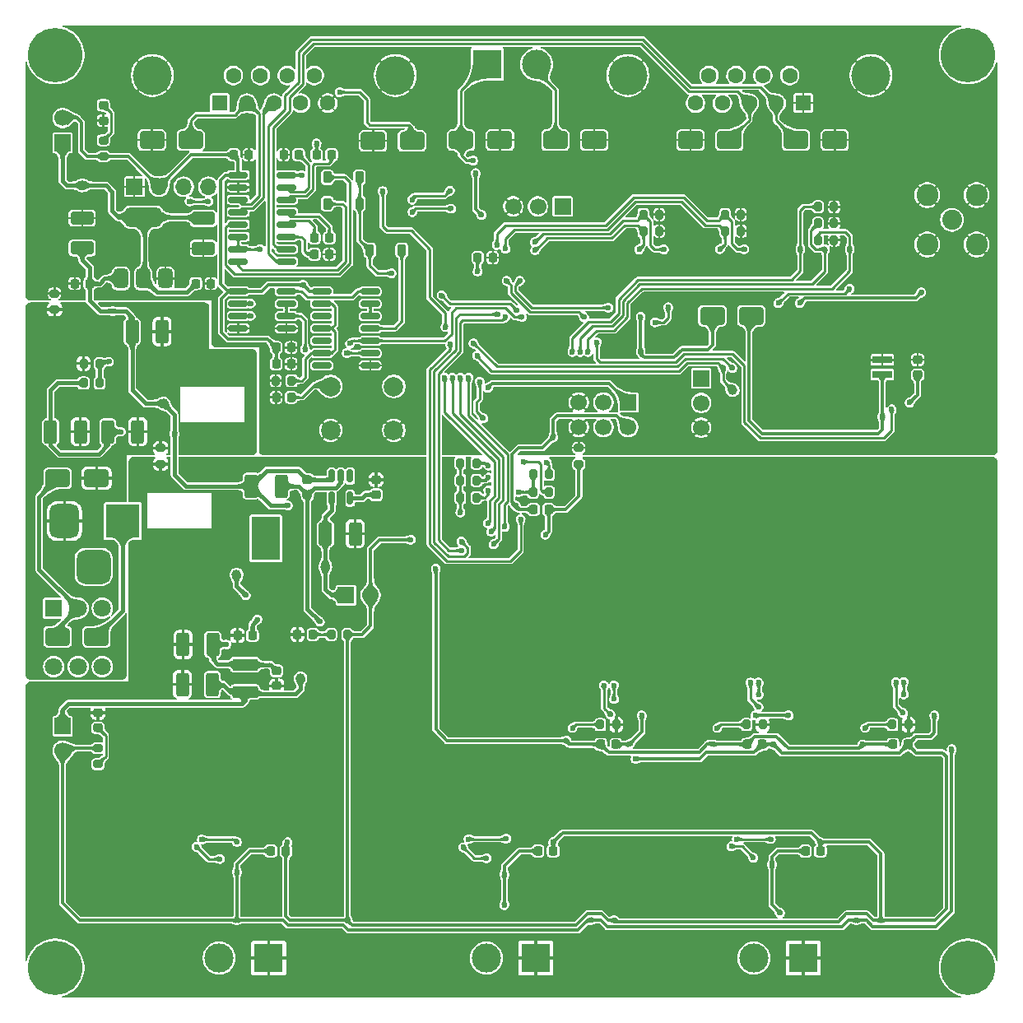
<source format=gbr>
%TF.GenerationSoftware,KiCad,Pcbnew,9.0.2*%
%TF.CreationDate,2025-06-08T14:32:50+08:00*%
%TF.ProjectId,Explorer,4578706c-6f72-4657-922e-6b696361645f,rev?*%
%TF.SameCoordinates,Original*%
%TF.FileFunction,Copper,L2,Bot*%
%TF.FilePolarity,Positive*%
%FSLAX46Y46*%
G04 Gerber Fmt 4.6, Leading zero omitted, Abs format (unit mm)*
G04 Created by KiCad (PCBNEW 9.0.2) date 2025-06-08 14:32:50*
%MOMM*%
%LPD*%
G01*
G04 APERTURE LIST*
G04 Aperture macros list*
%AMRoundRect*
0 Rectangle with rounded corners*
0 $1 Rounding radius*
0 $2 $3 $4 $5 $6 $7 $8 $9 X,Y pos of 4 corners*
0 Add a 4 corners polygon primitive as box body*
4,1,4,$2,$3,$4,$5,$6,$7,$8,$9,$2,$3,0*
0 Add four circle primitives for the rounded corners*
1,1,$1+$1,$2,$3*
1,1,$1+$1,$4,$5*
1,1,$1+$1,$6,$7*
1,1,$1+$1,$8,$9*
0 Add four rect primitives between the rounded corners*
20,1,$1+$1,$2,$3,$4,$5,0*
20,1,$1+$1,$4,$5,$6,$7,0*
20,1,$1+$1,$6,$7,$8,$9,0*
20,1,$1+$1,$8,$9,$2,$3,0*%
G04 Aperture macros list end*
%TA.AperFunction,ComponentPad*%
%ADD10C,5.600000*%
%TD*%
%TA.AperFunction,SMDPad,CuDef*%
%ADD11RoundRect,0.150000X0.825000X0.150000X-0.825000X0.150000X-0.825000X-0.150000X0.825000X-0.150000X0*%
%TD*%
%TA.AperFunction,ComponentPad*%
%ADD12C,4.000000*%
%TD*%
%TA.AperFunction,ComponentPad*%
%ADD13R,1.600000X1.600000*%
%TD*%
%TA.AperFunction,ComponentPad*%
%ADD14C,1.600000*%
%TD*%
%TA.AperFunction,ComponentPad*%
%ADD15R,3.500000X3.500000*%
%TD*%
%TA.AperFunction,ComponentPad*%
%ADD16RoundRect,0.750000X-0.750000X-1.000000X0.750000X-1.000000X0.750000X1.000000X-0.750000X1.000000X0*%
%TD*%
%TA.AperFunction,ComponentPad*%
%ADD17RoundRect,0.875000X-0.875000X-0.875000X0.875000X-0.875000X0.875000X0.875000X-0.875000X0.875000X0*%
%TD*%
%TA.AperFunction,ComponentPad*%
%ADD18R,1.700000X1.700000*%
%TD*%
%TA.AperFunction,ComponentPad*%
%ADD19C,1.700000*%
%TD*%
%TA.AperFunction,ComponentPad*%
%ADD20R,3.000000X3.000000*%
%TD*%
%TA.AperFunction,ComponentPad*%
%ADD21C,3.000000*%
%TD*%
%TA.AperFunction,ComponentPad*%
%ADD22R,1.800000X1.800000*%
%TD*%
%TA.AperFunction,ComponentPad*%
%ADD23C,1.800000*%
%TD*%
%TA.AperFunction,ComponentPad*%
%ADD24O,1.700000X1.700000*%
%TD*%
%TA.AperFunction,ComponentPad*%
%ADD25C,2.050000*%
%TD*%
%TA.AperFunction,ComponentPad*%
%ADD26C,2.250000*%
%TD*%
%TA.AperFunction,ComponentPad*%
%ADD27C,0.600000*%
%TD*%
%TA.AperFunction,SMDPad,CuDef*%
%ADD28R,2.950000X4.500000*%
%TD*%
%TA.AperFunction,ComponentPad*%
%ADD29C,2.000000*%
%TD*%
%TA.AperFunction,SMDPad,CuDef*%
%ADD30RoundRect,0.218750X0.256250X-0.218750X0.256250X0.218750X-0.256250X0.218750X-0.256250X-0.218750X0*%
%TD*%
%TA.AperFunction,SMDPad,CuDef*%
%ADD31RoundRect,0.250000X-0.945000X0.420000X-0.945000X-0.420000X0.945000X-0.420000X0.945000X0.420000X0*%
%TD*%
%TA.AperFunction,SMDPad,CuDef*%
%ADD32RoundRect,0.200000X0.275000X-0.200000X0.275000X0.200000X-0.275000X0.200000X-0.275000X-0.200000X0*%
%TD*%
%TA.AperFunction,SMDPad,CuDef*%
%ADD33RoundRect,0.200000X-0.200000X-0.275000X0.200000X-0.275000X0.200000X0.275000X-0.200000X0.275000X0*%
%TD*%
%TA.AperFunction,SMDPad,CuDef*%
%ADD34RoundRect,0.225000X-0.250000X0.225000X-0.250000X-0.225000X0.250000X-0.225000X0.250000X0.225000X0*%
%TD*%
%TA.AperFunction,SMDPad,CuDef*%
%ADD35RoundRect,0.225000X0.225000X0.250000X-0.225000X0.250000X-0.225000X-0.250000X0.225000X-0.250000X0*%
%TD*%
%TA.AperFunction,SMDPad,CuDef*%
%ADD36RoundRect,0.250000X0.945000X-0.420000X0.945000X0.420000X-0.945000X0.420000X-0.945000X-0.420000X0*%
%TD*%
%TA.AperFunction,SMDPad,CuDef*%
%ADD37RoundRect,0.200000X0.200000X0.275000X-0.200000X0.275000X-0.200000X-0.275000X0.200000X-0.275000X0*%
%TD*%
%TA.AperFunction,SMDPad,CuDef*%
%ADD38RoundRect,0.250000X-0.420000X-0.945000X0.420000X-0.945000X0.420000X0.945000X-0.420000X0.945000X0*%
%TD*%
%TA.AperFunction,SMDPad,CuDef*%
%ADD39RoundRect,0.225000X-0.225000X-0.250000X0.225000X-0.250000X0.225000X0.250000X-0.225000X0.250000X0*%
%TD*%
%TA.AperFunction,SMDPad,CuDef*%
%ADD40C,1.000000*%
%TD*%
%TA.AperFunction,SMDPad,CuDef*%
%ADD41RoundRect,0.250000X1.000000X0.650000X-1.000000X0.650000X-1.000000X-0.650000X1.000000X-0.650000X0*%
%TD*%
%TA.AperFunction,SMDPad,CuDef*%
%ADD42RoundRect,0.200000X-0.275000X0.200000X-0.275000X-0.200000X0.275000X-0.200000X0.275000X0.200000X0*%
%TD*%
%TA.AperFunction,SMDPad,CuDef*%
%ADD43RoundRect,0.250000X-1.000000X-0.650000X1.000000X-0.650000X1.000000X0.650000X-1.000000X0.650000X0*%
%TD*%
%TA.AperFunction,SMDPad,CuDef*%
%ADD44R,2.000000X0.800000*%
%TD*%
%TA.AperFunction,SMDPad,CuDef*%
%ADD45RoundRect,0.150000X-0.150000X0.512500X-0.150000X-0.512500X0.150000X-0.512500X0.150000X0.512500X0*%
%TD*%
%TA.AperFunction,SMDPad,CuDef*%
%ADD46RoundRect,0.225000X0.250000X-0.225000X0.250000X0.225000X-0.250000X0.225000X-0.250000X-0.225000X0*%
%TD*%
%TA.AperFunction,SMDPad,CuDef*%
%ADD47RoundRect,0.225000X-0.225000X-0.375000X0.225000X-0.375000X0.225000X0.375000X-0.225000X0.375000X0*%
%TD*%
%TA.AperFunction,SMDPad,CuDef*%
%ADD48RoundRect,0.375000X0.375000X-0.625000X0.375000X0.625000X-0.375000X0.625000X-0.375000X-0.625000X0*%
%TD*%
%TA.AperFunction,SMDPad,CuDef*%
%ADD49RoundRect,0.500000X1.400000X-0.500000X1.400000X0.500000X-1.400000X0.500000X-1.400000X-0.500000X0*%
%TD*%
%TA.AperFunction,SMDPad,CuDef*%
%ADD50RoundRect,0.250000X-1.075000X0.375000X-1.075000X-0.375000X1.075000X-0.375000X1.075000X0.375000X0*%
%TD*%
%TA.AperFunction,SMDPad,CuDef*%
%ADD51RoundRect,0.225000X0.225000X0.375000X-0.225000X0.375000X-0.225000X-0.375000X0.225000X-0.375000X0*%
%TD*%
%TA.AperFunction,SMDPad,CuDef*%
%ADD52RoundRect,0.218750X-0.218750X-0.256250X0.218750X-0.256250X0.218750X0.256250X-0.218750X0.256250X0*%
%TD*%
%TA.AperFunction,ViaPad*%
%ADD53C,0.600000*%
%TD*%
%TA.AperFunction,Conductor*%
%ADD54C,0.300000*%
%TD*%
%TA.AperFunction,Conductor*%
%ADD55C,0.400000*%
%TD*%
%TA.AperFunction,Conductor*%
%ADD56C,0.250000*%
%TD*%
G04 APERTURE END LIST*
D10*
%TO.P,H1,1*%
%TO.N,N/C*%
X48050000Y-63050000D03*
%TD*%
%TO.P,H2,1*%
%TO.N,N/C*%
X141950000Y-63050000D03*
%TD*%
%TO.P,H3,1*%
%TO.N,N/C*%
X141950000Y-156950000D03*
%TD*%
%TO.P,H4,1*%
%TO.N,N/C*%
X48050000Y-156950000D03*
%TD*%
D11*
%TO.P,U9,14,VCC*%
%TO.N,/MCU Controller/D+3V3*%
X75495000Y-87350000D03*
%TO.P,U9,13*%
%TO.N,Net-(R20-Pad1)*%
X75495000Y-88620000D03*
%TO.P,U9,12*%
%TO.N,unconnected-(U9-Pad12)*%
X75495000Y-89890000D03*
%TO.P,U9,11*%
%TO.N,Net-(R20-Pad1)*%
X75495000Y-91160000D03*
%TO.P,U9,10*%
%TO.N,unconnected-(U9-Pad10)*%
X75495000Y-92430000D03*
%TO.P,U9,9*%
%TO.N,Net-(R20-Pad1)*%
X75495000Y-93700000D03*
%TO.P,U9,8*%
%TO.N,unconnected-(U9-Pad8)*%
X75495000Y-94970000D03*
%TO.P,U9,7,GND*%
%TO.N,GNDD*%
X80445000Y-94970000D03*
%TO.P,U9,6*%
%TO.N,Net-(U10-DE)*%
X80445000Y-93700000D03*
%TO.P,U9,5*%
%TO.N,/MCU Controller/MCU_TXD*%
X80445000Y-92430000D03*
%TO.P,U9,4*%
%TO.N,Net-(D9-K)*%
X80445000Y-91160000D03*
%TO.P,U9,3*%
%TO.N,Net-(U9-Pad2)*%
X80445000Y-89890000D03*
%TO.P,U9,2*%
X80445000Y-88620000D03*
%TO.P,U9,1*%
%TO.N,Net-(U10-RO)*%
X80445000Y-87350000D03*
%TD*%
D12*
%TO.P,J8,0,PAD*%
%TO.N,GNDD*%
X131960000Y-65160000D03*
X106960000Y-65160000D03*
D13*
%TO.P,J8,1,1*%
X125000000Y-68000000D03*
D14*
%TO.P,J8,2,2*%
%TO.N,/MCU Controller/RS232M_RXD*%
X122230000Y-68000000D03*
%TO.P,J8,3,3*%
%TO.N,/MCU Controller/RS232M_TXD*%
X119460000Y-68000000D03*
%TO.P,J8,4,4*%
%TO.N,unconnected-(J8-Pad4)*%
X116690000Y-68000000D03*
%TO.P,J8,5,5*%
%TO.N,unconnected-(J8-Pad5)*%
X113920000Y-68000000D03*
%TO.P,J8,6,6*%
%TO.N,unconnected-(J8-Pad6)*%
X123615000Y-65160000D03*
%TO.P,J8,7,7*%
%TO.N,unconnected-(J8-Pad7)*%
X120845000Y-65160000D03*
%TO.P,J8,8,8*%
%TO.N,unconnected-(J8-Pad8)*%
X118075000Y-65160000D03*
%TO.P,J8,9,9*%
%TO.N,unconnected-(J8-Pad9)*%
X115305000Y-65160000D03*
%TD*%
D15*
%TO.P,J1,1*%
%TO.N,Net-(D1-A)*%
X55000000Y-111000000D03*
D16*
%TO.P,J1,2*%
%TO.N,GND*%
X49000000Y-111000000D03*
D17*
%TO.P,J1,3*%
%TO.N,unconnected-(J1-Pad3)*%
X52000000Y-115700000D03*
%TD*%
D18*
%TO.P,JP3,1,A*%
%TO.N,Net-(JP3-A)*%
X48800000Y-72075000D03*
D19*
%TO.P,JP3,2,B*%
%TO.N,/MCU Controller/D+3V3*%
X48800000Y-69535000D03*
%TD*%
D20*
%TO.P,J11,1,Pin_1*%
%TO.N,GNDA*%
X125000000Y-155950000D03*
D21*
%TO.P,J11,2,Pin_2*%
%TO.N,/Sensors/EHN*%
X119920000Y-155950000D03*
%TD*%
D18*
%TO.P,J5,1,Pin_1*%
%TO.N,/MCU Controller/MCU_SWDIO*%
X100240000Y-78625000D03*
D19*
%TO.P,J5,2,Pin_2*%
%TO.N,/MCU Controller/MCU_SWCLK*%
X97700000Y-78625000D03*
%TO.P,J5,3,Pin_3*%
%TO.N,GNDD*%
X95160000Y-78625000D03*
%TD*%
D18*
%TO.P,JP2,1,A*%
%TO.N,Net-(JP2-A)*%
X48800000Y-132100000D03*
D19*
%TO.P,JP2,2,B*%
%TO.N,/Power Supply/A-2V5*%
X48800000Y-134640000D03*
%TD*%
D22*
%TO.P,SW1,1,A*%
%TO.N,/Power Supply/VIN*%
X47900000Y-119970000D03*
D23*
%TO.P,SW1,2,B*%
%TO.N,Net-(D1-K)*%
X50400000Y-119970000D03*
%TO.P,SW1,3,C*%
%TO.N,unconnected-(SW1A-C-Pad3)*%
X52900000Y-119970000D03*
%TO.P,SW1,4,A*%
%TO.N,unconnected-(SW1B-A-Pad4)*%
X47900000Y-125970000D03*
%TO.P,SW1,5,B*%
%TO.N,unconnected-(SW1B-B-Pad5)*%
X50400000Y-125970000D03*
%TO.P,SW1,6,C*%
%TO.N,unconnected-(SW1B-C-Pad6)*%
X52900000Y-125970000D03*
%TD*%
D18*
%TO.P,U7,1,GND*%
%TO.N,GNDD*%
X56190000Y-76600000D03*
D24*
%TO.P,U7,2,VCC*%
%TO.N,/MCU Controller/D+3V3*%
X58730000Y-76600000D03*
%TO.P,U7,3,SCL*%
%TO.N,/MCU Controller/MCU_SCL*%
X61270000Y-76600000D03*
%TO.P,U7,4,SDA*%
%TO.N,/MCU Controller/MCU_SDA*%
X63810000Y-76600000D03*
%TD*%
D18*
%TO.P,J2,1,Pin_1*%
%TO.N,/MCU Controller/D+3V3*%
X107000000Y-98800000D03*
D19*
%TO.P,J2,2,Pin_2*%
X107000000Y-101340000D03*
%TO.P,J2,3,Pin_3*%
%TO.N,Net-(J2-Pin_3)*%
X104460000Y-98800000D03*
%TO.P,J2,4,Pin_4*%
%TO.N,Net-(J2-Pin_4)*%
X104460000Y-101340000D03*
%TO.P,J2,5,Pin_5*%
%TO.N,GNDD*%
X101920000Y-98800000D03*
%TO.P,J2,6,Pin_6*%
X101920000Y-101340000D03*
%TD*%
D25*
%TO.P,J3,1,In*%
%TO.N,Net-(J3-In)*%
X140300000Y-80000000D03*
D26*
%TO.P,J3,2,Ext*%
%TO.N,GNDD*%
X137760000Y-77460000D03*
X137760000Y-82540000D03*
X142840000Y-77460000D03*
X142840000Y-82540000D03*
%TD*%
D20*
%TO.P,J4,1,Pin_1*%
%TO.N,Net-(D8-A2)*%
X92500000Y-64000000D03*
D21*
%TO.P,J4,2,Pin_2*%
%TO.N,Net-(D10-A2)*%
X97580000Y-64000000D03*
%TD*%
D27*
%TO.P,U1,9,GNDPAD*%
%TO.N,Net-(D3-A)*%
X69122500Y-111000000D03*
X69122500Y-112200000D03*
X69122500Y-113500000D03*
X69122500Y-114600000D03*
D28*
X69722500Y-112800000D03*
D27*
X70322500Y-111000000D03*
X70322500Y-112200000D03*
X70322500Y-113500000D03*
X70322500Y-114600000D03*
%TD*%
D18*
%TO.P,JP1,1,A*%
%TO.N,Net-(JP1-A)*%
X77955000Y-118625000D03*
D19*
%TO.P,JP1,2,B*%
%TO.N,/Power Supply/A+2V5*%
X80495000Y-118625000D03*
%TD*%
D12*
%TO.P,J7,0,PAD*%
%TO.N,GNDD*%
X83040000Y-65160000D03*
X58040000Y-65160000D03*
D13*
%TO.P,J7,1,1*%
%TO.N,unconnected-(J7-Pad1)*%
X65000000Y-68000000D03*
D14*
%TO.P,J7,2,2*%
%TO.N,/MCU Controller/RS232F_TXD*%
X67770000Y-68000000D03*
%TO.P,J7,3,3*%
%TO.N,/MCU Controller/RS232F_RXD*%
X70540000Y-68000000D03*
%TO.P,J7,4,4*%
%TO.N,unconnected-(J7-Pad4)*%
X73310000Y-68000000D03*
%TO.P,J7,5,5*%
%TO.N,GNDD*%
X76080000Y-68000000D03*
%TO.P,J7,6,6*%
%TO.N,unconnected-(J7-Pad6)*%
X66385000Y-65160000D03*
%TO.P,J7,7,7*%
%TO.N,unconnected-(J7-Pad7)*%
X69155000Y-65160000D03*
%TO.P,J7,8,8*%
%TO.N,unconnected-(J7-Pad8)*%
X71925000Y-65160000D03*
%TO.P,J7,9,9*%
%TO.N,unconnected-(J7-Pad9)*%
X74695000Y-65160000D03*
%TD*%
D29*
%TO.P,SW2,1,1*%
%TO.N,GNDD*%
X82880000Y-101650000D03*
X76380000Y-101650000D03*
%TO.P,SW2,2,2*%
%TO.N,Net-(U11-NRST)*%
X82880000Y-97150000D03*
X76380000Y-97150000D03*
%TD*%
D20*
%TO.P,J10,1,Pin_1*%
%TO.N,GNDA*%
X97500000Y-155950000D03*
D21*
%TO.P,J10,2,Pin_2*%
%TO.N,/Sensors/EHE*%
X92420000Y-155950000D03*
%TD*%
D18*
%TO.P,J6,1,Pin_1*%
%TO.N,/MCU Controller/MCU_TXD*%
X114500000Y-96300000D03*
D19*
%TO.P,J6,2,Pin_2*%
%TO.N,Net-(D14-K)*%
X114500000Y-98840000D03*
%TO.P,J6,3,Pin_3*%
%TO.N,GNDD*%
X114500000Y-101380000D03*
%TD*%
D20*
%TO.P,J9,1,Pin_1*%
%TO.N,GNDA*%
X70000000Y-155950000D03*
D21*
%TO.P,J9,2,Pin_2*%
%TO.N,/Sensors/EHZ*%
X64920000Y-155950000D03*
%TD*%
D30*
%TO.P,D6,1,K*%
%TO.N,GNDD*%
X53000000Y-69800000D03*
%TO.P,D6,2,A*%
%TO.N,Net-(D6-A)*%
X53000000Y-68225000D03*
%TD*%
D31*
%TO.P,C28,1*%
%TO.N,Net-(JP3-A)*%
X63285000Y-79860000D03*
%TO.P,C28,2*%
%TO.N,GNDD*%
X63285000Y-82940000D03*
%TD*%
D32*
%TO.P,R10,1*%
%TO.N,GND*%
X47987500Y-89225000D03*
%TO.P,R10,2*%
%TO.N,GNDD*%
X47987500Y-87575000D03*
%TD*%
D33*
%TO.P,R77,1*%
%TO.N,Net-(U17A-+)*%
X104120000Y-131935000D03*
%TO.P,R77,2*%
%TO.N,GNDA*%
X105770000Y-131935000D03*
%TD*%
D34*
%TO.P,C4,1*%
%TO.N,/Power Supply/VCC*%
X73990000Y-106730000D03*
%TO.P,C4,2*%
%TO.N,/Power Supply/A-2V5*%
X73990000Y-108280000D03*
%TD*%
D35*
%TO.P,C46,1*%
%TO.N,Net-(U12-C2+)*%
X76250000Y-81850000D03*
%TO.P,C46,2*%
%TO.N,Net-(U12-C2-)*%
X74700000Y-81850000D03*
%TD*%
D36*
%TO.P,C25,1*%
%TO.N,/Power Supply/VCC*%
X50830000Y-82895000D03*
%TO.P,C25,2*%
%TO.N,GNDD*%
X50830000Y-79815000D03*
%TD*%
D33*
%TO.P,R94,1*%
%TO.N,/Sensors/ADC_REFOUT*%
X89725000Y-106800000D03*
%TO.P,R94,2*%
%TO.N,Net-(U20-AIN9)*%
X91375000Y-106800000D03*
%TD*%
D35*
%TO.P,C35,1*%
%TO.N,GNDD*%
X72325000Y-93150000D03*
%TO.P,C35,2*%
%TO.N,/MCU Controller/D+3V3*%
X70775000Y-93150000D03*
%TD*%
%TO.P,C26,1*%
%TO.N,/Power Supply/VCC*%
X51605000Y-86560000D03*
%TO.P,C26,2*%
%TO.N,GNDD*%
X50055000Y-86560000D03*
%TD*%
D37*
%TO.P,R6,1*%
%TO.N,/Power Supply/A+2V5*%
X78097500Y-122650000D03*
%TO.P,R6,2*%
%TO.N,Net-(D4-A)*%
X76447500Y-122650000D03*
%TD*%
D35*
%TO.P,C43,1*%
%TO.N,GNDD*%
X67975000Y-73300000D03*
%TO.P,C43,2*%
%TO.N,/MCU Controller/D+3V3*%
X66425000Y-73300000D03*
%TD*%
D38*
%TO.P,C14,1*%
%TO.N,Net-(JP1-A)*%
X75835000Y-112300000D03*
%TO.P,C14,2*%
%TO.N,GNDA*%
X78915000Y-112300000D03*
%TD*%
D39*
%TO.P,C78,1*%
%TO.N,/MCU Controller/D+3V3*%
X97250000Y-109800000D03*
%TO.P,C78,2*%
%TO.N,Net-(D23-K)*%
X98800000Y-109800000D03*
%TD*%
D37*
%TO.P,R97,1*%
%TO.N,Net-(U20-AIN6)*%
X98850000Y-108000000D03*
%TO.P,R97,2*%
%TO.N,/Sensors/ADC_REFOUT*%
X97200000Y-108000000D03*
%TD*%
D39*
%TO.P,C27,1*%
%TO.N,Net-(JP3-A)*%
X62510000Y-86560000D03*
%TO.P,C27,2*%
%TO.N,GNDD*%
X64060000Y-86560000D03*
%TD*%
D33*
%TO.P,R93,1*%
%TO.N,/Sensors/ADC_REFOUT*%
X89725000Y-105025000D03*
%TO.P,R93,2*%
%TO.N,Net-(U20-AIN8)*%
X91375000Y-105025000D03*
%TD*%
D37*
%TO.P,R20,1*%
%TO.N,Net-(R20-Pad1)*%
X72375000Y-96550000D03*
%TO.P,R20,2*%
%TO.N,GNDD*%
X70725000Y-96550000D03*
%TD*%
D40*
%TO.P,TP2,1,1*%
%TO.N,Net-(JP1-A)*%
X75840000Y-115700000D03*
%TD*%
D38*
%TO.P,C23,1*%
%TO.N,GNDA*%
X61147500Y-127800000D03*
%TO.P,C23,2*%
%TO.N,Net-(JP2-A)*%
X64227500Y-127800000D03*
%TD*%
D41*
%TO.P,D17,1,A1*%
%TO.N,/MCU Controller/RS232M_TXD*%
X117400000Y-71800000D03*
%TO.P,D17,2,A2*%
%TO.N,GNDD*%
X113400000Y-71800000D03*
%TD*%
D40*
%TO.P,TP4,1,1*%
%TO.N,/Power Supply/VCC*%
X59200000Y-98900000D03*
%TD*%
D39*
%TO.P,C68,1*%
%TO.N,/Power Supply/A-2V5*%
X104170000Y-133970000D03*
%TO.P,C68,2*%
%TO.N,/Power Supply/A+2V5*%
X105720000Y-133970000D03*
%TD*%
D40*
%TO.P,TP1,1,1*%
%TO.N,Net-(U4-EN)*%
X66710000Y-116480000D03*
%TD*%
D37*
%TO.P,R2,1*%
%TO.N,Net-(U3-EN)*%
X52625000Y-94785000D03*
%TO.P,R2,2*%
%TO.N,GND*%
X50975000Y-94785000D03*
%TD*%
D39*
%TO.P,C37,1*%
%TO.N,GNDD*%
X70775000Y-98250000D03*
%TO.P,C37,2*%
%TO.N,Net-(U11-NRST)*%
X72325000Y-98250000D03*
%TD*%
D38*
%TO.P,C6,1*%
%TO.N,/Power Supply/VIN*%
X53460000Y-101800000D03*
%TO.P,C6,2*%
%TO.N,GND*%
X56540000Y-101800000D03*
%TD*%
D42*
%TO.P,R11,1*%
%TO.N,GND*%
X58900000Y-103475000D03*
%TO.P,R11,2*%
%TO.N,GNDA*%
X58900000Y-105125000D03*
%TD*%
D40*
%TO.P,TP6,1,1*%
%TO.N,/MCU Controller/GNSS_TXD*%
X117750000Y-97520000D03*
%TD*%
D33*
%TO.P,R33,1*%
%TO.N,/MCU Controller/BAUD_RATE_B1*%
X116950000Y-81150000D03*
%TO.P,R33,2*%
%TO.N,GNDD*%
X118600000Y-81150000D03*
%TD*%
%TO.P,R31,1*%
%TO.N,/MCU Controller/OPTIONS_B2*%
X126525000Y-80375000D03*
%TO.P,R31,2*%
%TO.N,GNDD*%
X128175000Y-80375000D03*
%TD*%
D43*
%TO.P,D1,1,K*%
%TO.N,Net-(D1-K)*%
X48300000Y-122892500D03*
%TO.P,D1,2,A*%
%TO.N,Net-(D1-A)*%
X52300000Y-122892500D03*
%TD*%
D38*
%TO.P,C2,1*%
%TO.N,/Power Supply/VCC*%
X68205000Y-107390000D03*
%TO.P,C2,2*%
%TO.N,/Power Supply/A-2V5*%
X71285000Y-107390000D03*
%TD*%
D33*
%TO.P,R34,1*%
%TO.N,/MCU Controller/BAUD_RATE_B2*%
X116945000Y-79455000D03*
%TO.P,R34,2*%
%TO.N,GNDD*%
X118595000Y-79455000D03*
%TD*%
D44*
%TO.P,BT1,1,+*%
%TO.N,Net-(BT1-+)*%
X133150000Y-95920000D03*
%TO.P,BT1,2,-*%
%TO.N,GNDD*%
X133150000Y-94420000D03*
%TD*%
D45*
%TO.P,U2,1,VIN*%
%TO.N,/Power Supply/VCC*%
X76490000Y-106367500D03*
%TO.P,U2,2,GND*%
%TO.N,/Power Supply/A-2V5*%
X77440000Y-106367500D03*
%TO.P,U2,3,ON/~{OFF}*%
%TO.N,unconnected-(U2-ON{slash}~{OFF}-Pad3)*%
X78390000Y-106367500D03*
%TO.P,U2,4,BP*%
%TO.N,Net-(U2-BP)*%
X78390000Y-108642500D03*
%TO.P,U2,5,VOUT*%
%TO.N,Net-(JP1-A)*%
X76490000Y-108642500D03*
%TD*%
D46*
%TO.P,C11,1*%
%TO.N,Net-(U2-BP)*%
X81060000Y-108280000D03*
%TO.P,C11,2*%
%TO.N,GNDA*%
X81060000Y-106730000D03*
%TD*%
D47*
%TO.P,D15,1,K*%
%TO.N,Net-(D15-K)*%
X76050000Y-75620000D03*
%TO.P,D15,2,A*%
%TO.N,/MCU Controller/MCU_RXD*%
X79350000Y-75620000D03*
%TD*%
D48*
%TO.P,U5,1,GND*%
%TO.N,GNDD*%
X59400000Y-86040000D03*
%TO.P,U5,2,VO*%
%TO.N,Net-(JP3-A)*%
X57100000Y-86040000D03*
D49*
X57100000Y-79740000D03*
D48*
%TO.P,U5,3,VI*%
%TO.N,/Power Supply/VCC*%
X54800000Y-86040000D03*
%TD*%
D33*
%TO.P,R79,1*%
%TO.N,Net-(U19A-+)*%
X134175000Y-131935000D03*
%TO.P,R79,2*%
%TO.N,GNDA*%
X135825000Y-131935000D03*
%TD*%
D41*
%TO.P,D8,1,A1*%
%TO.N,GNDD*%
X93800000Y-71800000D03*
%TO.P,D8,2,A2*%
%TO.N,Net-(D8-A2)*%
X89800000Y-71800000D03*
%TD*%
D42*
%TO.P,R9,1*%
%TO.N,/Power Supply/A-2V5*%
X52450000Y-134347500D03*
%TO.P,R9,2*%
%TO.N,Net-(D5-K)*%
X52450000Y-135997500D03*
%TD*%
D11*
%TO.P,U12,1,C1+*%
%TO.N,Net-(U12-C1+)*%
X71825000Y-75395000D03*
%TO.P,U12,2,VS+*%
%TO.N,Net-(U12-VS+)*%
X71825000Y-76665000D03*
%TO.P,U12,3,C1-*%
%TO.N,Net-(U12-C1-)*%
X71825000Y-77935000D03*
%TO.P,U12,4,C2+*%
%TO.N,Net-(U12-C2+)*%
X71825000Y-79205000D03*
%TO.P,U12,5,C2-*%
%TO.N,Net-(U12-C2-)*%
X71825000Y-80475000D03*
%TO.P,U12,6,VS-*%
%TO.N,Net-(U12-VS-)*%
X71825000Y-81745000D03*
%TO.P,U12,7,T2OUT*%
%TO.N,/MCU Controller/RS232M_TXD*%
X71825000Y-83015000D03*
%TO.P,U12,8,R2IN*%
%TO.N,/MCU Controller/RS232M_RXD*%
X71825000Y-84285000D03*
%TO.P,U12,9,R2OUT*%
%TO.N,Net-(D16-K)*%
X66875000Y-84285000D03*
%TO.P,U12,10,T2IN*%
%TO.N,/MCU Controller/MCU_TXD*%
X66875000Y-83015000D03*
%TO.P,U12,11,T1IN*%
X66875000Y-81745000D03*
%TO.P,U12,12,R1OUT*%
%TO.N,Net-(D15-K)*%
X66875000Y-80475000D03*
%TO.P,U12,13,R1IN*%
%TO.N,/MCU Controller/RS232F_RXD*%
X66875000Y-79205000D03*
%TO.P,U12,14,T1OUT*%
%TO.N,/MCU Controller/RS232F_TXD*%
X66875000Y-77935000D03*
%TO.P,U12,15,GND*%
%TO.N,GNDD*%
X66875000Y-76665000D03*
%TO.P,U12,16,VCC*%
%TO.N,/MCU Controller/D+3V3*%
X66875000Y-75395000D03*
%TD*%
D37*
%TO.P,R96,1*%
%TO.N,Net-(U20-AIN7)*%
X98850000Y-106200000D03*
%TO.P,R96,2*%
%TO.N,/Sensors/ADC_REFOUT*%
X97200000Y-106200000D03*
%TD*%
D50*
%TO.P,L4,1*%
%TO.N,Net-(U4-OUT)*%
X67590000Y-125770000D03*
%TO.P,L4,2*%
%TO.N,Net-(JP2-A)*%
X67590000Y-128570000D03*
%TD*%
D38*
%TO.P,C22,1*%
%TO.N,/Power Supply/VCC*%
X55960000Y-91500000D03*
%TO.P,C22,2*%
%TO.N,GND*%
X59040000Y-91500000D03*
%TD*%
D33*
%TO.P,R32,1*%
%TO.N,/MCU Controller/OPTIONS_B3*%
X126525000Y-82075000D03*
%TO.P,R32,2*%
%TO.N,GNDD*%
X128175000Y-82075000D03*
%TD*%
%TO.P,R95,1*%
%TO.N,/Sensors/ADC_REFOUT*%
X89725000Y-108575000D03*
%TO.P,R95,2*%
%TO.N,Net-(U20-AINCOM)*%
X91375000Y-108575000D03*
%TD*%
D39*
%TO.P,C67,1*%
%TO.N,/Power Supply/A-2V5*%
X70225000Y-144935000D03*
%TO.P,C67,2*%
%TO.N,/Power Supply/A+2V5*%
X71775000Y-144935000D03*
%TD*%
D33*
%TO.P,R78,1*%
%TO.N,Net-(U18A-+)*%
X119175000Y-131935000D03*
%TO.P,R78,2*%
%TO.N,GNDA*%
X120825000Y-131935000D03*
%TD*%
D34*
%TO.P,C19,1*%
%TO.N,Net-(U4-OUT)*%
X70830000Y-126395000D03*
%TO.P,C19,2*%
%TO.N,GNDA*%
X70830000Y-127945000D03*
%TD*%
D39*
%TO.P,C73,1*%
%TO.N,/Power Supply/A-2V5*%
X119225000Y-133970000D03*
%TO.P,C73,2*%
%TO.N,/Power Supply/A+2V5*%
X120775000Y-133970000D03*
%TD*%
D41*
%TO.P,D7,1,K*%
%TO.N,Net-(BT1-+)*%
X119655000Y-89870000D03*
%TO.P,D7,2,A*%
%TO.N,/MCU Controller/D+3V3*%
X115655000Y-89870000D03*
%TD*%
D39*
%TO.P,C42,1*%
%TO.N,Net-(U12-C1+)*%
X74935000Y-73300000D03*
%TO.P,C42,2*%
%TO.N,Net-(U12-C1-)*%
X76485000Y-73300000D03*
%TD*%
D41*
%TO.P,D20,1,A1*%
%TO.N,/MCU Controller/RS232F_RXD*%
X84750000Y-71875000D03*
%TO.P,D20,2,A2*%
%TO.N,GNDD*%
X80750000Y-71875000D03*
%TD*%
D46*
%TO.P,C30,1*%
%TO.N,/MCU Controller/D+3V3*%
X136750000Y-95945000D03*
%TO.P,C30,2*%
%TO.N,GNDD*%
X136750000Y-94395000D03*
%TD*%
D33*
%TO.P,R28,1*%
%TO.N,/MCU Controller/SAMP_RATE_B1*%
X108550000Y-81150000D03*
%TO.P,R28,2*%
%TO.N,GNDD*%
X110200000Y-81150000D03*
%TD*%
D41*
%TO.P,D19,1,A1*%
%TO.N,/MCU Controller/RS232F_TXD*%
X62000000Y-71800000D03*
%TO.P,D19,2,A2*%
%TO.N,GNDD*%
X58000000Y-71800000D03*
%TD*%
D32*
%TO.P,R98,1*%
%TO.N,Net-(D23-K)*%
X101920000Y-105125000D03*
%TO.P,R98,2*%
%TO.N,GNDD*%
X101920000Y-103475000D03*
%TD*%
D51*
%TO.P,D9,1,K*%
%TO.N,Net-(D9-K)*%
X83700000Y-83130000D03*
%TO.P,D9,2,A*%
%TO.N,/MCU Controller/MCU_RXD*%
X80400000Y-83130000D03*
%TD*%
D33*
%TO.P,R29,1*%
%TO.N,/MCU Controller/SAMP_RATE_B2*%
X108550000Y-79455000D03*
%TO.P,R29,2*%
%TO.N,GNDD*%
X110200000Y-79455000D03*
%TD*%
D40*
%TO.P,TP5,1,1*%
%TO.N,Net-(JP3-A)*%
X50830000Y-76465000D03*
%TD*%
D11*
%TO.P,U10,1,RO*%
%TO.N,Net-(U10-RO)*%
X71825000Y-87350000D03*
%TO.P,U10,2,~{RE}*%
%TO.N,Net-(U10-DE)*%
X71825000Y-88620000D03*
%TO.P,U10,3,DE*%
X71825000Y-89890000D03*
%TO.P,U10,4,DI*%
%TO.N,GNDD*%
X71825000Y-91160000D03*
%TO.P,U10,5,GND*%
X66875000Y-91160000D03*
%TO.P,U10,6,A*%
%TO.N,Net-(D10-A2)*%
X66875000Y-89890000D03*
%TO.P,U10,7,B*%
%TO.N,Net-(D8-A2)*%
X66875000Y-88620000D03*
%TO.P,U10,8,VCC*%
%TO.N,/MCU Controller/D+3V3*%
X66875000Y-87350000D03*
%TD*%
D35*
%TO.P,C44,1*%
%TO.N,Net-(U12-VS+)*%
X73100000Y-73300000D03*
%TO.P,C44,2*%
%TO.N,GNDD*%
X71550000Y-73300000D03*
%TD*%
%TO.P,C15,1*%
%TO.N,Net-(U4-EN)*%
X68350000Y-122767500D03*
%TO.P,C15,2*%
%TO.N,GNDA*%
X66800000Y-122767500D03*
%TD*%
D43*
%TO.P,D2,1,A1*%
%TO.N,Net-(D1-K)*%
X48300000Y-106590000D03*
%TO.P,D2,2,A2*%
%TO.N,GND*%
X52300000Y-106590000D03*
%TD*%
D41*
%TO.P,D10,1,A1*%
%TO.N,GNDD*%
X103500000Y-71800000D03*
%TO.P,D10,2,A2*%
%TO.N,Net-(D10-A2)*%
X99500000Y-71800000D03*
%TD*%
D39*
%TO.P,C45,1*%
%TO.N,Net-(U12-VS-)*%
X74700000Y-83550000D03*
%TO.P,C45,2*%
%TO.N,GNDD*%
X76250000Y-83550000D03*
%TD*%
%TO.P,C34,1*%
%TO.N,/MCU Controller/D+3V3*%
X70775000Y-94850000D03*
%TO.P,C34,2*%
%TO.N,GNDD*%
X72325000Y-94850000D03*
%TD*%
D33*
%TO.P,R1,1*%
%TO.N,/Power Supply/VIN*%
X50975000Y-96800000D03*
%TO.P,R1,2*%
%TO.N,Net-(U3-EN)*%
X52625000Y-96800000D03*
%TD*%
D39*
%TO.P,C72,1*%
%TO.N,/Power Supply/A-2V5*%
X97725000Y-144935000D03*
%TO.P,C72,2*%
%TO.N,/Power Supply/A+2V5*%
X99275000Y-144935000D03*
%TD*%
D40*
%TO.P,TP3,1,1*%
%TO.N,Net-(JP2-A)*%
X73290000Y-127170000D03*
%TD*%
D39*
%TO.P,C76,1*%
%TO.N,/Power Supply/A-2V5*%
X134225000Y-133970000D03*
%TO.P,C76,2*%
%TO.N,/Power Supply/A+2V5*%
X135775000Y-133970000D03*
%TD*%
D30*
%TO.P,D5,1,K*%
%TO.N,Net-(D5-K)*%
X52450000Y-132270000D03*
%TO.P,D5,2,A*%
%TO.N,GNDA*%
X52450000Y-130695000D03*
%TD*%
D32*
%TO.P,R12,1*%
%TO.N,/MCU Controller/D+3V3*%
X53000000Y-73480000D03*
%TO.P,R12,2*%
%TO.N,Net-(D6-A)*%
X53000000Y-71830000D03*
%TD*%
D52*
%TO.P,D4,1,K*%
%TO.N,GNDA*%
X72975000Y-122650000D03*
%TO.P,D4,2,A*%
%TO.N,Net-(D4-A)*%
X74550000Y-122650000D03*
%TD*%
D43*
%TO.P,D18,1,A1*%
%TO.N,/MCU Controller/RS232M_RXD*%
X124250000Y-71800000D03*
%TO.P,D18,2,A2*%
%TO.N,GNDD*%
X128250000Y-71800000D03*
%TD*%
D33*
%TO.P,R30,1*%
%TO.N,/MCU Controller/OPTIONS_B1*%
X126525000Y-78675000D03*
%TO.P,R30,2*%
%TO.N,GNDD*%
X128175000Y-78675000D03*
%TD*%
D39*
%TO.P,C75,1*%
%TO.N,/Power Supply/A-2V5*%
X125225000Y-144935000D03*
%TO.P,C75,2*%
%TO.N,/Power Supply/A+2V5*%
X126775000Y-144935000D03*
%TD*%
D47*
%TO.P,D16,1,K*%
%TO.N,Net-(D16-K)*%
X76050000Y-78350000D03*
%TO.P,D16,2,A*%
%TO.N,/MCU Controller/MCU_RXD*%
X79350000Y-78350000D03*
%TD*%
D35*
%TO.P,C39,1*%
%TO.N,GNDD*%
X93060000Y-83870000D03*
%TO.P,C39,2*%
%TO.N,/MCU Controller/D+3V3*%
X91510000Y-83870000D03*
%TD*%
D38*
%TO.P,C21,1*%
%TO.N,GNDA*%
X61192500Y-123687500D03*
%TO.P,C21,2*%
%TO.N,Net-(U4-OUT)*%
X64272500Y-123687500D03*
%TD*%
%TO.P,C8,1*%
%TO.N,/Power Supply/VIN*%
X47560000Y-101800000D03*
%TO.P,C8,2*%
%TO.N,GND*%
X50640000Y-101800000D03*
%TD*%
D53*
%TO.N,Net-(BT1-+)*%
X133150000Y-100250000D03*
%TO.N,GNDD*%
X123200000Y-83900000D03*
X142000000Y-94400000D03*
X134000000Y-85900000D03*
X131100000Y-83900000D03*
X143100000Y-89400000D03*
X47800000Y-80900000D03*
X131100000Y-76900000D03*
X122300000Y-79900000D03*
X99040000Y-84960000D03*
X101850000Y-86740000D03*
X124600000Y-92550000D03*
X110100000Y-72900000D03*
X106100000Y-70950000D03*
X132000000Y-85900000D03*
X128700000Y-93450000D03*
X141100000Y-97400000D03*
X78100000Y-69900000D03*
X132000000Y-81900000D03*
X131100000Y-84900000D03*
X86421942Y-90931942D03*
X124600000Y-94650000D03*
X47800000Y-83900000D03*
X123200000Y-77900000D03*
X112100000Y-80900000D03*
X113000000Y-81900000D03*
X90250000Y-83450000D03*
X89550000Y-84850000D03*
X112200000Y-99900000D03*
X67600000Y-70900000D03*
X135100000Y-70900000D03*
X47800000Y-82900000D03*
X114100000Y-82900000D03*
X107000000Y-71900000D03*
X144000000Y-86400000D03*
X133100000Y-81900000D03*
X144000000Y-97400000D03*
X69500000Y-91350000D03*
X132000000Y-77900000D03*
X144000000Y-89400000D03*
X90480000Y-93730000D03*
X113000000Y-83900000D03*
X113000000Y-79900000D03*
X144000000Y-93400000D03*
X109000000Y-72900000D03*
X125800000Y-92550000D03*
X48700000Y-84900000D03*
X130700000Y-91650000D03*
X128700000Y-91650000D03*
X48700000Y-80900000D03*
X143100000Y-91400000D03*
X88710000Y-103470000D03*
X126600000Y-99200000D03*
X134000000Y-82900000D03*
X99290000Y-103580000D03*
X82450000Y-83100000D03*
X143100000Y-86400000D03*
X131100000Y-79900000D03*
X47800000Y-84900000D03*
X48700000Y-85900000D03*
X135100000Y-72900000D03*
X128700000Y-99200000D03*
X134000000Y-77900000D03*
X139100000Y-100400000D03*
X47800000Y-81900000D03*
X128700000Y-100100000D03*
X78700000Y-95700000D03*
X144000000Y-92400000D03*
X124600000Y-99200000D03*
X97250000Y-90230000D03*
X111300000Y-99900000D03*
X113000000Y-84900000D03*
X47800000Y-77900000D03*
X143100000Y-97400000D03*
X141100000Y-93400000D03*
X134550000Y-91500000D03*
X121200000Y-81900000D03*
X143100000Y-93400000D03*
X132000000Y-74900000D03*
X110200000Y-97900000D03*
X122300000Y-82900000D03*
X101850000Y-82570000D03*
X143950000Y-100400000D03*
X142000000Y-97400000D03*
X141100000Y-96400000D03*
X115000000Y-83900000D03*
X131100000Y-75900000D03*
X85600000Y-97150000D03*
X133100000Y-80900000D03*
X113000000Y-80900000D03*
X123800000Y-96450000D03*
X89550000Y-83450000D03*
X126600000Y-91650000D03*
X135100000Y-77900000D03*
X134000000Y-78900000D03*
X129900000Y-93450000D03*
X111300000Y-100900000D03*
X140000000Y-96400000D03*
X142000000Y-98400000D03*
X144000000Y-87400000D03*
X120300000Y-80900000D03*
X133100000Y-78900000D03*
X135100000Y-73900000D03*
X48700000Y-83900000D03*
X85600000Y-98150000D03*
X123200000Y-78900000D03*
X126600000Y-92550000D03*
X97980000Y-87190000D03*
X127900000Y-95550000D03*
X68750000Y-91350000D03*
X128520000Y-83030000D03*
X133100000Y-72900000D03*
X77000000Y-70900000D03*
X66700000Y-71900000D03*
X97950000Y-90230000D03*
X141100000Y-94400000D03*
X48700000Y-81900000D03*
X144000000Y-94400000D03*
X109000000Y-70950000D03*
X121200000Y-80900000D03*
X141100000Y-92400000D03*
X107000000Y-72900000D03*
X112100000Y-83900000D03*
X130700000Y-94650000D03*
X121200000Y-78900000D03*
X132000000Y-79900000D03*
X76100000Y-70900000D03*
X99500000Y-94100000D03*
X110100000Y-69900000D03*
X134000000Y-83900000D03*
X141100000Y-90400000D03*
X129900000Y-91650000D03*
X136000000Y-75900000D03*
X66700000Y-70900000D03*
X121200000Y-84900000D03*
X133100000Y-75900000D03*
X123200000Y-82900000D03*
X140000000Y-97400000D03*
X106100000Y-72900000D03*
X130700000Y-93450000D03*
X134000000Y-72900000D03*
X126600000Y-95550000D03*
X102750000Y-86740000D03*
X142000000Y-99400000D03*
X79000000Y-71900000D03*
X134550000Y-92200000D03*
X108100000Y-71900000D03*
X80050000Y-100950000D03*
X88710000Y-102470000D03*
X141100000Y-99400000D03*
X110200000Y-100900000D03*
X111300000Y-97900000D03*
X112100000Y-82900000D03*
X109000000Y-71900000D03*
X140000000Y-95400000D03*
X134000000Y-76900000D03*
X125800000Y-96450000D03*
X113000000Y-82900000D03*
X87340000Y-93320000D03*
X109300000Y-99900000D03*
X132000000Y-84900000D03*
X124600000Y-91650000D03*
X136000000Y-70900000D03*
X99560000Y-98960000D03*
X143100000Y-85400000D03*
X89610000Y-103470000D03*
X120300000Y-82900000D03*
X133100000Y-76900000D03*
X75000000Y-69900000D03*
X135250000Y-92200000D03*
X98660000Y-98960000D03*
X95730000Y-101920000D03*
X123800000Y-94650000D03*
X115000000Y-82900000D03*
X143100000Y-94400000D03*
X112100000Y-79900000D03*
X134000000Y-84900000D03*
X135100000Y-78900000D03*
X98660000Y-97960000D03*
X110200000Y-96900000D03*
X77000000Y-71900000D03*
X144000000Y-88400000D03*
X132000000Y-71900000D03*
X136000000Y-71900000D03*
X123800000Y-91650000D03*
X84700000Y-98150000D03*
X130700000Y-92550000D03*
X92670000Y-87910000D03*
X78100000Y-71900000D03*
X125800000Y-100100000D03*
X126600000Y-100100000D03*
X112200000Y-100900000D03*
X124600000Y-96450000D03*
X133100000Y-84900000D03*
X133100000Y-77900000D03*
X109300000Y-100900000D03*
X64700000Y-70900000D03*
X130700000Y-96450000D03*
X140000000Y-98400000D03*
X102750000Y-85740000D03*
X143100000Y-88400000D03*
X136000000Y-74900000D03*
X79000000Y-69900000D03*
X123800000Y-92550000D03*
X131100000Y-71900000D03*
X131100000Y-78900000D03*
X77800000Y-94700000D03*
X142000000Y-90400000D03*
X124600000Y-95550000D03*
X128700000Y-95550000D03*
X141100000Y-98400000D03*
X102750000Y-82570000D03*
X131100000Y-85900000D03*
X90250000Y-84150000D03*
X93690000Y-91910000D03*
X123800000Y-95550000D03*
X132000000Y-72900000D03*
X131100000Y-82900000D03*
X126600000Y-96450000D03*
X99560000Y-97960000D03*
X115000000Y-81900000D03*
X133100000Y-82900000D03*
X74600000Y-78500000D03*
X131100000Y-80900000D03*
X73800000Y-78500000D03*
X111000000Y-71900000D03*
X143950000Y-98400000D03*
X139100000Y-99400000D03*
X127900000Y-100100000D03*
X141100000Y-95400000D03*
X132000000Y-83900000D03*
X99040000Y-83960000D03*
X89610000Y-102470000D03*
X133100000Y-73900000D03*
X75000000Y-70900000D03*
X123200000Y-84900000D03*
X129900000Y-94650000D03*
X134000000Y-73900000D03*
X88850000Y-84850000D03*
X133100000Y-70900000D03*
X80050000Y-101950000D03*
X122300000Y-84900000D03*
X142000000Y-91400000D03*
X136000000Y-76900000D03*
X132000000Y-80900000D03*
X112100000Y-81900000D03*
X127900000Y-92550000D03*
X133100000Y-74900000D03*
X81550000Y-83100000D03*
X48700000Y-78900000D03*
X101850000Y-85740000D03*
X143950000Y-99400000D03*
X121200000Y-83900000D03*
X143050000Y-98400000D03*
X111000000Y-70900000D03*
X136000000Y-73900000D03*
X79150000Y-100950000D03*
X136000000Y-72900000D03*
X122300000Y-80900000D03*
X78100000Y-70900000D03*
X102750000Y-83570000D03*
X106100000Y-71900000D03*
X97640000Y-102030000D03*
X85696942Y-91656942D03*
X144000000Y-96400000D03*
X136000000Y-77900000D03*
X131100000Y-73900000D03*
X131100000Y-74900000D03*
X111000000Y-72900000D03*
X121200000Y-82900000D03*
X123200000Y-80900000D03*
X122300000Y-77900000D03*
X123800000Y-99200000D03*
X134000000Y-80900000D03*
X143100000Y-90400000D03*
X133100000Y-79900000D03*
X131100000Y-72900000D03*
X127900000Y-99200000D03*
X140000000Y-100400000D03*
X134000000Y-81900000D03*
X77000000Y-69900000D03*
X135100000Y-71900000D03*
X67600000Y-71900000D03*
X98800000Y-94100000D03*
X143050000Y-100400000D03*
X48700000Y-82900000D03*
X143100000Y-95400000D03*
X131100000Y-77900000D03*
X132000000Y-76900000D03*
X122300000Y-81900000D03*
X125800000Y-93450000D03*
X47800000Y-79900000D03*
X89550000Y-84150000D03*
X120300000Y-84900000D03*
X134000000Y-71900000D03*
X141100000Y-100400000D03*
X135100000Y-76900000D03*
X81550000Y-82100000D03*
X92990000Y-91910000D03*
X128700000Y-94650000D03*
X134000000Y-79900000D03*
X64700000Y-71900000D03*
X76100000Y-69900000D03*
X128700000Y-96450000D03*
X106320000Y-96820000D03*
X89400000Y-87600000D03*
X109300000Y-96900000D03*
X132000000Y-70900000D03*
X135250000Y-91500000D03*
X115000000Y-84900000D03*
X144000000Y-85400000D03*
X98800000Y-93400000D03*
X143050000Y-99400000D03*
X107000000Y-70950000D03*
X68900000Y-82000000D03*
X65600000Y-69900000D03*
X133100000Y-71900000D03*
X133100000Y-85900000D03*
X95790000Y-91910000D03*
X131100000Y-70900000D03*
X135100000Y-75900000D03*
X143100000Y-96400000D03*
X123800000Y-93450000D03*
X132000000Y-78900000D03*
X92110000Y-99420000D03*
X95090000Y-91910000D03*
X48700000Y-79900000D03*
X129900000Y-95550000D03*
X136000000Y-78900000D03*
X78700000Y-94700000D03*
X66850000Y-86300000D03*
X74100000Y-70900000D03*
X99940000Y-84960000D03*
X92936942Y-101613058D03*
X124600000Y-93450000D03*
X139100000Y-95400000D03*
X120300000Y-78900000D03*
X142000000Y-95400000D03*
X108100000Y-72900000D03*
X110100000Y-71900000D03*
X95650000Y-98540000D03*
X140000000Y-99400000D03*
X114100000Y-84900000D03*
X144000000Y-90400000D03*
X126600000Y-94650000D03*
X139100000Y-97400000D03*
X127900000Y-93450000D03*
X47800000Y-78900000D03*
X101850000Y-83570000D03*
X123200000Y-81900000D03*
X130700000Y-95550000D03*
X121200000Y-77900000D03*
X142000000Y-100400000D03*
X142000000Y-93400000D03*
X68750000Y-90600000D03*
X112100000Y-84900000D03*
X109300000Y-97900000D03*
X79000000Y-70900000D03*
X122300000Y-83900000D03*
X123800000Y-100100000D03*
X134000000Y-70900000D03*
X120300000Y-77900000D03*
X131100000Y-81900000D03*
X84700000Y-97150000D03*
X121200000Y-79900000D03*
X48700000Y-77900000D03*
X77800000Y-95700000D03*
X122300000Y-78900000D03*
X120300000Y-79900000D03*
X129900000Y-92550000D03*
X96490000Y-91910000D03*
X108100000Y-70950000D03*
X88850000Y-83450000D03*
X144000000Y-91400000D03*
X47800000Y-85900000D03*
X135100000Y-74900000D03*
X114100000Y-83900000D03*
X66700000Y-69900000D03*
X128700000Y-92550000D03*
X139100000Y-98400000D03*
X125800000Y-91650000D03*
X142000000Y-96400000D03*
X124600000Y-100100000D03*
X110200000Y-99900000D03*
X64700000Y-69900000D03*
X65600000Y-70900000D03*
X123200000Y-79900000D03*
X133100000Y-83900000D03*
X127900000Y-91650000D03*
X67750000Y-86300000D03*
X128520000Y-84030000D03*
X132000000Y-75900000D03*
X142000000Y-92400000D03*
X132000000Y-73900000D03*
X139100000Y-96400000D03*
X99940000Y-83960000D03*
X65600000Y-71900000D03*
X93060000Y-86320000D03*
X112200000Y-96900000D03*
X110100000Y-70900000D03*
X144000000Y-95400000D03*
X87160000Y-90220000D03*
X132000000Y-82900000D03*
X90250000Y-84850000D03*
X67600000Y-69900000D03*
X88850000Y-84150000D03*
X134000000Y-75900000D03*
X69500000Y-90600000D03*
X134000000Y-74900000D03*
X111000000Y-69900000D03*
X74100000Y-69900000D03*
X120300000Y-83900000D03*
X129900000Y-96450000D03*
X82450000Y-82100000D03*
X141100000Y-91400000D03*
X125800000Y-99200000D03*
X114100000Y-81900000D03*
X125800000Y-94650000D03*
X111300000Y-96900000D03*
X125800000Y-95550000D03*
X143100000Y-87400000D03*
X127900000Y-94650000D03*
X94390000Y-91910000D03*
X79150000Y-101950000D03*
X126600000Y-93450000D03*
X127900000Y-96450000D03*
X120300000Y-81900000D03*
X112200000Y-97900000D03*
X143100000Y-92400000D03*
%TO.N,/Power Supply/VCC*%
X53970000Y-89390000D03*
X60325000Y-102025000D03*
X71990000Y-109387500D03*
%TO.N,GND*%
X45800000Y-89700000D03*
X63000000Y-93900000D03*
X46600000Y-92650000D03*
X46600000Y-89700000D03*
X46710000Y-124930000D03*
X57175000Y-93825000D03*
X48330000Y-113620000D03*
X55700000Y-98950000D03*
X46600000Y-97150000D03*
X59300000Y-101875000D03*
X68300000Y-98500000D03*
X68300000Y-102500000D03*
X58500000Y-101875000D03*
X68300000Y-96500000D03*
X66000000Y-93900000D03*
X45910000Y-124930000D03*
X64000000Y-93900000D03*
X45800000Y-97900003D03*
X68300000Y-100500000D03*
X45800000Y-92650000D03*
X55010000Y-107720000D03*
X55010000Y-108520000D03*
X46600000Y-95650000D03*
X68300000Y-97500000D03*
X45910000Y-124130000D03*
X54210000Y-107720000D03*
X54100000Y-93800000D03*
X54100000Y-93000000D03*
X65000000Y-93900000D03*
X68300000Y-99500000D03*
X45800000Y-97150000D03*
X68300000Y-95500000D03*
X54210000Y-108520000D03*
X46600000Y-93400000D03*
X45800000Y-91150000D03*
X45800000Y-94150000D03*
X58500000Y-101075000D03*
X46600000Y-99400000D03*
X45800000Y-96400003D03*
X46600000Y-94900000D03*
X57175000Y-93025000D03*
X46600000Y-98650000D03*
X45800000Y-90450000D03*
X67000000Y-93900000D03*
X46600000Y-96400000D03*
X45800000Y-95650000D03*
X57975000Y-93825000D03*
X56400000Y-98950000D03*
X46600000Y-94150000D03*
X57975000Y-93025000D03*
X61000000Y-93900000D03*
X46600000Y-91900000D03*
X48330000Y-114420000D03*
X45800000Y-93400003D03*
X68300000Y-101500000D03*
X54900000Y-93800000D03*
X46600000Y-97900000D03*
X68000000Y-93900000D03*
X45800000Y-98650000D03*
X47530000Y-114420000D03*
X46710000Y-124130000D03*
X54900000Y-93000000D03*
X45800000Y-91900003D03*
X45800000Y-99400003D03*
X46600000Y-91150000D03*
X47530000Y-113620000D03*
X45800000Y-94900003D03*
X59300000Y-101075000D03*
X62000000Y-93900000D03*
X46600000Y-90450000D03*
%TO.N,GNDA*%
X120300000Y-137900000D03*
X128100000Y-106000000D03*
X90100000Y-121100000D03*
X134900000Y-156600000D03*
X118300000Y-137900000D03*
X137900000Y-158600000D03*
X89100000Y-126100000D03*
X65010000Y-120560000D03*
X54800000Y-146600000D03*
X126100000Y-105000000D03*
X113100000Y-106000000D03*
X57900000Y-155500000D03*
X123300000Y-137900000D03*
X133900000Y-157600000D03*
X93400000Y-139600000D03*
X110100000Y-106000000D03*
X106990000Y-129350000D03*
X113100000Y-105000000D03*
X86100000Y-123100000D03*
X129100000Y-105000000D03*
X54900000Y-156500000D03*
X82900000Y-158500000D03*
X137900000Y-155600000D03*
X85100000Y-127100000D03*
X56350000Y-125770000D03*
X56900000Y-155500000D03*
X133300000Y-136900000D03*
X107100000Y-106000000D03*
X118100000Y-106000000D03*
X95100000Y-137900000D03*
X47400000Y-148600000D03*
X86100000Y-126100000D03*
X114100000Y-106000000D03*
X134900000Y-157600000D03*
X83900000Y-158500000D03*
X119300000Y-137900000D03*
X82900000Y-157500000D03*
X130100000Y-106000000D03*
X46400000Y-148600000D03*
X138300000Y-137900000D03*
X121300000Y-137900000D03*
X128300000Y-137900000D03*
X88100000Y-122100000D03*
X130300000Y-136900000D03*
X89400000Y-138600000D03*
X112100000Y-106000000D03*
X82200000Y-139600000D03*
X88100000Y-128100000D03*
X47400000Y-147600000D03*
X90100000Y-127100000D03*
X135900000Y-157600000D03*
X136900000Y-156600000D03*
X124300000Y-136900000D03*
X76100000Y-145050000D03*
X114300000Y-137900000D03*
X107100000Y-136900000D03*
X53800000Y-143600000D03*
X135900000Y-155600000D03*
X52800000Y-145600000D03*
X84900000Y-156500000D03*
X84100000Y-123100000D03*
X84900000Y-158500000D03*
X107100000Y-137900000D03*
X135300000Y-137900000D03*
X51800000Y-144600000D03*
X89100000Y-124100000D03*
X107100000Y-105000000D03*
X108270000Y-117210000D03*
X96100000Y-136900000D03*
X89100000Y-127100000D03*
X54800000Y-144600000D03*
X83900000Y-155500000D03*
X137300000Y-137900000D03*
X90100000Y-125100000D03*
X84100000Y-118100000D03*
X70120000Y-120830000D03*
X84100000Y-117100000D03*
X112665000Y-118728529D03*
X119100000Y-106000000D03*
X55800000Y-148600000D03*
X133900000Y-155600000D03*
X88100000Y-127100000D03*
X81310000Y-111130000D03*
X115300000Y-136900000D03*
X107800000Y-129340000D03*
X112100000Y-105000000D03*
X86100000Y-125100000D03*
X135300000Y-136900000D03*
X53900000Y-156500000D03*
X53800000Y-142600000D03*
X82310000Y-110130000D03*
X108900000Y-155500000D03*
X89100000Y-128100000D03*
X90100000Y-118100000D03*
X46400000Y-143600000D03*
X122100000Y-105000000D03*
X123100000Y-105000000D03*
X84100000Y-124100000D03*
X138310000Y-117200000D03*
X51800000Y-148600000D03*
X72200000Y-139600000D03*
X46400000Y-145600000D03*
X74200000Y-138600000D03*
X89100000Y-117100000D03*
X109100000Y-136900000D03*
X118100000Y-105000000D03*
X86100000Y-122100000D03*
X100100000Y-137900000D03*
X109900000Y-155500000D03*
X108100000Y-106000000D03*
X88100000Y-119100000D03*
X84100000Y-120100000D03*
X84100000Y-119100000D03*
X57900000Y-158500000D03*
X125100000Y-106000000D03*
X112900000Y-158500000D03*
X108900000Y-156500000D03*
X138820000Y-128770000D03*
X56350000Y-126770000D03*
X81900000Y-157500000D03*
X129300000Y-137900000D03*
X47400000Y-142600000D03*
X89100000Y-125100000D03*
X109100000Y-137900000D03*
X103840000Y-144990000D03*
X46400000Y-146600000D03*
X85100000Y-119100000D03*
X123300000Y-136900000D03*
X120100000Y-105000000D03*
X103040000Y-144990000D03*
X82900000Y-155500000D03*
X134300000Y-137900000D03*
X85100000Y-118100000D03*
X131300000Y-136900000D03*
X135900000Y-156600000D03*
X98100000Y-136900000D03*
X99100000Y-137900000D03*
X105100000Y-136900000D03*
X85100000Y-128100000D03*
X55900000Y-157500000D03*
X64010000Y-120560000D03*
X55900000Y-155500000D03*
X51800000Y-143600000D03*
X79190000Y-115300000D03*
X55800000Y-142600000D03*
X83900000Y-156500000D03*
X115300000Y-137900000D03*
X108100000Y-136900000D03*
X121100000Y-105000000D03*
X111900000Y-157500000D03*
X81310000Y-110130000D03*
X129300000Y-136900000D03*
X111900000Y-158500000D03*
X80900000Y-155500000D03*
X57350000Y-124770000D03*
X115100000Y-105000000D03*
X73200000Y-138600000D03*
X102100000Y-136900000D03*
X105030000Y-125750000D03*
X58350000Y-126770000D03*
X134900000Y-158600000D03*
X65010000Y-121560000D03*
X90100000Y-120100000D03*
X124100000Y-105000000D03*
X81200000Y-139600000D03*
X89400000Y-139600000D03*
X113665000Y-119728529D03*
X122100000Y-106000000D03*
X131360000Y-144960000D03*
X98100000Y-137900000D03*
X89100000Y-123100000D03*
X127905000Y-120745000D03*
X121300000Y-136900000D03*
X104100000Y-136900000D03*
X120100000Y-106000000D03*
X112665000Y-117728529D03*
X47400000Y-141600000D03*
X90400000Y-138600000D03*
X79190000Y-116300000D03*
X46400000Y-144600000D03*
X54800000Y-147600000D03*
X136300000Y-137900000D03*
X53800000Y-146600000D03*
X47400000Y-145600000D03*
X84100000Y-121100000D03*
X112900000Y-157500000D03*
X109900000Y-157500000D03*
X86100000Y-124100000D03*
X57900000Y-157500000D03*
X136900000Y-158600000D03*
X82310000Y-111130000D03*
X90100000Y-128100000D03*
X124300000Y-137900000D03*
X115100000Y-106000000D03*
X55800000Y-143600000D03*
X86100000Y-119100000D03*
X134900000Y-155600000D03*
X80900000Y-156500000D03*
X55800000Y-141600000D03*
X78190000Y-116300000D03*
X126100000Y-106000000D03*
X92490000Y-119470000D03*
X127100000Y-105000000D03*
X52800000Y-143600000D03*
X85100000Y-122100000D03*
X109100000Y-106000000D03*
X132300000Y-137900000D03*
X113665000Y-120728529D03*
X99100000Y-136900000D03*
X51800000Y-147600000D03*
X80900000Y-158500000D03*
X135900000Y-158600000D03*
X92400000Y-138600000D03*
X54800000Y-143600000D03*
X86100000Y-118100000D03*
X128300000Y-136900000D03*
X110100000Y-105000000D03*
X54800000Y-145600000D03*
X123280000Y-129210000D03*
X71120000Y-120830000D03*
X54800000Y-148600000D03*
X116100000Y-106000000D03*
X58350000Y-125770000D03*
X85100000Y-124100000D03*
X119300000Y-136900000D03*
X119100000Y-105000000D03*
X127905000Y-119745000D03*
X52800000Y-146600000D03*
X87400000Y-139600000D03*
X47400000Y-144600000D03*
X71200000Y-138600000D03*
X53800000Y-145600000D03*
X90100000Y-126100000D03*
X82200000Y-138600000D03*
X84900000Y-157500000D03*
X97100000Y-136900000D03*
X86100000Y-117100000D03*
X136900000Y-155600000D03*
X80200000Y-139600000D03*
X46400000Y-147600000D03*
X86100000Y-128100000D03*
X58350000Y-124770000D03*
X80900000Y-157500000D03*
X112900000Y-156500000D03*
X74200000Y-139600000D03*
X116100000Y-105000000D03*
X98590000Y-142710000D03*
X54900000Y-157500000D03*
X89100000Y-118100000D03*
X111100000Y-106000000D03*
X133900000Y-156600000D03*
X131300000Y-137900000D03*
X117100000Y-106000000D03*
X85800000Y-115200000D03*
X56900000Y-157500000D03*
X84100000Y-128100000D03*
X88100000Y-126100000D03*
X56900000Y-156500000D03*
X70120000Y-121830000D03*
X56900000Y-158500000D03*
X86100000Y-120100000D03*
X105100000Y-137900000D03*
X46400000Y-141600000D03*
X54900000Y-158500000D03*
X127905000Y-117745000D03*
X133300000Y-137900000D03*
X85100000Y-123100000D03*
X47400000Y-143600000D03*
X51800000Y-145600000D03*
X92400000Y-139600000D03*
X109900000Y-156500000D03*
X120300000Y-136900000D03*
X111900000Y-156500000D03*
X51800000Y-146600000D03*
X121100000Y-106000000D03*
X123270000Y-117160000D03*
X136300000Y-136900000D03*
X84100000Y-125100000D03*
X57900000Y-156500000D03*
X81200000Y-138600000D03*
X125100000Y-105000000D03*
X46400000Y-142600000D03*
X88100000Y-118100000D03*
X123100000Y-106000000D03*
X90100000Y-119100000D03*
X55800000Y-146600000D03*
X114100000Y-105000000D03*
X87400000Y-138600000D03*
X128100000Y-105000000D03*
X54800000Y-142600000D03*
X55900000Y-156500000D03*
X93400000Y-138600000D03*
X55800000Y-145600000D03*
X86400000Y-138600000D03*
X53800000Y-141600000D03*
X53800000Y-147600000D03*
X84100000Y-122100000D03*
X88100000Y-123100000D03*
X104100000Y-137900000D03*
X110900000Y-157500000D03*
X88100000Y-121100000D03*
X132300000Y-136900000D03*
X124100000Y-106000000D03*
X138060000Y-128760000D03*
X103100000Y-136900000D03*
X97100000Y-137900000D03*
X73200000Y-139600000D03*
X52800000Y-144600000D03*
X130100000Y-105000000D03*
X86100000Y-121100000D03*
X112900000Y-155500000D03*
X117100000Y-105000000D03*
X138300000Y-136900000D03*
X88400000Y-139600000D03*
X55800000Y-144600000D03*
X88100000Y-124100000D03*
X78190000Y-115300000D03*
X55800000Y-147600000D03*
X117300000Y-137900000D03*
X127100000Y-106000000D03*
X127905000Y-118745000D03*
X108100000Y-137900000D03*
X72200000Y-138600000D03*
X84100000Y-126100000D03*
X136900000Y-157600000D03*
X81900000Y-158500000D03*
X113665000Y-118728529D03*
X53800000Y-148600000D03*
X88100000Y-125100000D03*
X111100000Y-105000000D03*
X108100000Y-105000000D03*
X116300000Y-136900000D03*
X64010000Y-121560000D03*
X90100000Y-117100000D03*
X52800000Y-142600000D03*
X88100000Y-117100000D03*
X54900000Y-155500000D03*
X134300000Y-136900000D03*
X102100000Y-137900000D03*
X82900000Y-156500000D03*
X112665000Y-120728529D03*
X113665000Y-117728529D03*
X81900000Y-156500000D03*
X85100000Y-126100000D03*
X84100000Y-127100000D03*
X85100000Y-125100000D03*
X57350000Y-126770000D03*
X71120000Y-121830000D03*
X80200000Y-138600000D03*
X90100000Y-124100000D03*
X130560000Y-144960000D03*
X54800000Y-141600000D03*
X96100000Y-137900000D03*
X52800000Y-147600000D03*
X137300000Y-136900000D03*
X118300000Y-136900000D03*
X79200000Y-139600000D03*
X53900000Y-158500000D03*
X85100000Y-117100000D03*
X91400000Y-138600000D03*
X86100000Y-127100000D03*
X51800000Y-142600000D03*
X86400000Y-139600000D03*
X89100000Y-119100000D03*
X51800000Y-141600000D03*
X110900000Y-158500000D03*
X56350000Y-124770000D03*
X128905000Y-120745000D03*
X106100000Y-137900000D03*
X85100000Y-120100000D03*
X110900000Y-155500000D03*
X130300000Y-137900000D03*
X120020000Y-125570000D03*
X89100000Y-122100000D03*
X122300000Y-137900000D03*
X101100000Y-136900000D03*
X137900000Y-157600000D03*
X90100000Y-123100000D03*
X71200000Y-139600000D03*
X81900000Y-155500000D03*
X53900000Y-155500000D03*
X114300000Y-136900000D03*
X89100000Y-120100000D03*
X128905000Y-119745000D03*
X90400000Y-139600000D03*
X137900000Y-156600000D03*
X133900000Y-158600000D03*
X110100000Y-136900000D03*
X129100000Y-106000000D03*
X110100000Y-137900000D03*
X89100000Y-121100000D03*
X128905000Y-118745000D03*
X52800000Y-141600000D03*
X128905000Y-117745000D03*
X108900000Y-158500000D03*
X111900000Y-155500000D03*
X112665000Y-119728529D03*
X90100000Y-122100000D03*
X53900000Y-157500000D03*
X113390011Y-133680330D03*
X55900000Y-158500000D03*
X53800000Y-144600000D03*
X91400000Y-139600000D03*
X88400000Y-138600000D03*
X47400000Y-146600000D03*
X106100000Y-136900000D03*
X86800000Y-115200000D03*
X122300000Y-136900000D03*
X122580000Y-129210000D03*
X109100000Y-105000000D03*
X100100000Y-136900000D03*
X57350000Y-125770000D03*
X103100000Y-137900000D03*
X110900000Y-156500000D03*
X108900000Y-157500000D03*
X117300000Y-136900000D03*
X83900000Y-157500000D03*
X116300000Y-137900000D03*
X75300000Y-145050000D03*
X88100000Y-120100000D03*
X139350000Y-133260000D03*
X85100000Y-121100000D03*
X84900000Y-155500000D03*
X109900000Y-158500000D03*
X95100000Y-136900000D03*
X79200000Y-138600000D03*
X52800000Y-148600000D03*
X101100000Y-137900000D03*
X135000000Y-125400000D03*
X88960000Y-111150000D03*
%TO.N,/MCU Controller/MCU_RXD*%
X95543131Y-89343131D03*
X82650000Y-85500000D03*
X87790971Y-87759029D03*
%TO.N,/MCU Controller/GNSS_RESET*%
X95850000Y-86275000D03*
X109750000Y-90550000D03*
X104950000Y-89050000D03*
X111100000Y-89000000D03*
%TO.N,/MCU Controller/RS232F_RXD*%
X77310000Y-66875000D03*
%TO.N,/MCU Controller/MCU_TXD*%
X69150000Y-83015000D03*
X78376000Y-92724000D03*
X96062160Y-90002809D03*
%TO.N,/MCU Controller/GNSS_TXD*%
X116752500Y-95263358D03*
X91465000Y-93975000D03*
%TO.N,/MCU Controller/GNSS_RXD*%
X91075000Y-92700000D03*
X117720000Y-95260000D03*
%TO.N,/MCU Controller/SAMP_RATE_B1*%
X108115000Y-83045000D03*
X97425000Y-83125000D03*
%TO.N,/MCU Controller/SAMP_RATE_B2*%
X110660000Y-83045000D03*
X97400000Y-82300000D03*
%TO.N,/MCU Controller/BAUD_RATE_B1*%
X94355000Y-83000000D03*
X116420000Y-83030000D03*
%TO.N,/MCU Controller/BAUD_RATE_B2*%
X93480000Y-82600000D03*
X118950000Y-83030000D03*
%TO.N,/MCU Controller/MCU_BOOT0*%
X102450000Y-90025000D03*
X94480000Y-86275000D03*
%TO.N,Net-(U4-OUT)*%
X65650000Y-123687500D03*
%TO.N,/MCU Controller/GNSS_1PPS*%
X134100000Y-99500000D03*
X103760000Y-92600000D03*
%TO.N,/MCU Controller/D+3V3*%
X108275000Y-89950000D03*
X108275000Y-93550000D03*
X135950000Y-98800000D03*
X95440000Y-109400000D03*
X91900000Y-79500000D03*
X91300000Y-75200000D03*
X99280000Y-102350000D03*
X92540000Y-97290000D03*
X91500000Y-85325000D03*
X73570000Y-86700000D03*
%TO.N,Net-(U12-C1+)*%
X73450000Y-75400000D03*
X74935000Y-72135000D03*
%TO.N,/Sensors/EHZ_LP*%
X66750000Y-144000000D03*
X63130000Y-143740000D03*
%TO.N,/Sensors/EHE_LP*%
X90560000Y-143710000D03*
X94450000Y-143660000D03*
%TO.N,Net-(U13A-+)*%
X62570000Y-144490000D03*
X64975000Y-145755000D03*
%TO.N,/Sensors/EHN_LP*%
X121670000Y-143710000D03*
X118167489Y-143710000D03*
%TO.N,/MCU Controller/MCU_SCL*%
X84770000Y-77930000D03*
X88650000Y-77000000D03*
%TO.N,/MCU Controller/MCU_SDA*%
X88800000Y-78850000D03*
X63810000Y-78110000D03*
X61870000Y-78110000D03*
X84790000Y-79200000D03*
%TO.N,/MCU Controller/ADC_DRDY*%
X89875000Y-114025000D03*
X94386116Y-89953884D03*
%TO.N,/Power Supply/A+2V5*%
X138490000Y-130985000D03*
X84620000Y-112910000D03*
X99275000Y-144030000D03*
X78110000Y-152060000D03*
X133000000Y-152060000D03*
X71950000Y-144025000D03*
X107110000Y-133970000D03*
X123510000Y-130985000D03*
X108389376Y-130980000D03*
X105580000Y-152060000D03*
X107740000Y-135445000D03*
X121930000Y-133970000D03*
X120070000Y-130985000D03*
X126780000Y-144030000D03*
%TO.N,/Power Supply/A-2V5*%
X94250000Y-147380000D03*
X66740000Y-152060000D03*
X103140000Y-152040000D03*
X94250000Y-150500000D03*
X100660000Y-133570000D03*
X131070000Y-133970000D03*
X130480000Y-152060000D03*
X66740000Y-147130000D03*
X121785000Y-146305000D03*
X87195760Y-115895254D03*
X115710000Y-133970000D03*
X140270000Y-134450000D03*
X122625000Y-151315000D03*
X75270000Y-121340000D03*
%TO.N,/MCU Controller/ROM_WP*%
X81731985Y-77048015D03*
X88200000Y-91050000D03*
%TO.N,Net-(D23-K)*%
X98475000Y-112400000D03*
%TO.N,Net-(D8-A2)*%
X68160000Y-88620000D03*
X91050000Y-73900000D03*
%TO.N,Net-(D10-A2)*%
X68160000Y-89890000D03*
%TO.N,/MCU Controller/MCU_MOSI*%
X90575000Y-96250000D03*
X94300000Y-111580405D03*
%TO.N,/MCU Controller/ADC_RESET*%
X88650001Y-92793883D03*
X95930000Y-110775000D03*
%TO.N,/MCU Controller/MCU_SCLK*%
X92900000Y-112075000D03*
X88922161Y-96250000D03*
%TO.N,/MCU Controller/ADC_START*%
X89842034Y-113102034D03*
X93565568Y-89704999D03*
%TO.N,/MCU Controller/MCU_MISO*%
X89738561Y-96250000D03*
X93133884Y-113375000D03*
%TO.N,/MCU Controller/MEMS_INT1*%
X91710000Y-96640000D03*
X92080000Y-100420000D03*
%TO.N,/MCU Controller/MCU_CSEL*%
X92570000Y-111220000D03*
X88122158Y-96250000D03*
%TO.N,Net-(U3-EN)*%
X53590000Y-94600000D03*
%TO.N,Net-(U4-EN)*%
X67660000Y-118625000D03*
X68860000Y-121110000D03*
%TO.N,Net-(U8-VCC_RF)*%
X124640000Y-88560000D03*
X137160000Y-87460000D03*
%TO.N,Net-(U8-RF_IN)*%
X129775000Y-87100000D03*
X122440000Y-88575000D03*
%TO.N,Net-(U18A-+)*%
X116151116Y-132285000D03*
%TO.N,Net-(U19A-+)*%
X131365000Y-132285000D03*
%TO.N,/Sensors/PREAMP_ZN*%
X105530000Y-127885000D03*
X105530000Y-129300000D03*
%TO.N,/Sensors/PREAMP_EN*%
X120410000Y-128870000D03*
X120410000Y-127595000D03*
%TO.N,/Sensors/PREAMP_NN*%
X135340003Y-127575000D03*
X135340003Y-128825000D03*
%TO.N,Net-(U17A-+)*%
X101261116Y-132285000D03*
%TO.N,/Sensors/PREAMP_ZP*%
X104490000Y-127885000D03*
X105180000Y-130900000D03*
%TO.N,/Sensors/PREAMP_EP*%
X120398210Y-130125674D03*
X119580000Y-127595000D03*
%TO.N,/Sensors/PREAMP_NP*%
X135280000Y-130740000D03*
X134540000Y-127575000D03*
%TO.N,Net-(U20-AIN8)*%
X92600000Y-105300000D03*
%TO.N,Net-(U20-AIN9)*%
X92600000Y-106525000D03*
%TO.N,Net-(U20-AINCOM)*%
X92600000Y-107825000D03*
%TO.N,/Sensors/ADC_REFOUT*%
X89725000Y-110105000D03*
X95700000Y-108000000D03*
%TO.N,/Power Supply/VIN*%
X54800000Y-101800000D03*
%TO.N,Net-(U20-AIN7)*%
X98596993Y-104939999D03*
%TO.N,Net-(U20-AIN6)*%
X96200000Y-104896290D03*
%TO.N,Net-(U10-DE)*%
X73750000Y-93350000D03*
X78029998Y-93700000D03*
%TO.N,/MCU Controller/OPTIONS_B1*%
X124700000Y-83020000D03*
X101249994Y-93600000D03*
%TO.N,/MCU Controller/OPTIONS_B2*%
X127240000Y-83020000D03*
X102049997Y-93600000D03*
%TO.N,/MCU Controller/OPTIONS_B3*%
X129780000Y-83020000D03*
X102850000Y-93600000D03*
%TO.N,Net-(U14A-+)*%
X90020000Y-144555000D03*
X92430000Y-145680000D03*
%TO.N,Net-(U15A-+)*%
X117605000Y-144455000D03*
X119880000Y-145630000D03*
%TD*%
D54*
%TO.N,Net-(BT1-+)*%
X119420000Y-100638248D02*
X119420000Y-90105000D01*
X120756752Y-101975000D02*
X119420000Y-100638248D01*
X133150000Y-100250000D02*
X133140000Y-100260000D01*
X133140000Y-101560000D02*
X132725000Y-101975000D01*
X132725000Y-101975000D02*
X120756752Y-101975000D01*
X133150000Y-100250000D02*
X133150000Y-95920000D01*
X133140000Y-100260000D02*
X133140000Y-101560000D01*
D55*
%TO.N,/Power Supply/VCC*%
X57350000Y-98900000D02*
X55962500Y-97512500D01*
X59200000Y-98900000D02*
X57350000Y-98900000D01*
X70202500Y-109387500D02*
X68207500Y-107392500D01*
X73990000Y-106730000D02*
X76127500Y-106730000D01*
X50830000Y-84130000D02*
X50830000Y-82892500D01*
X51605000Y-86560000D02*
X52640000Y-86560000D01*
X51605000Y-86560000D02*
X51605000Y-84905000D01*
X60325000Y-100025000D02*
X59200000Y-98900000D01*
X52680000Y-89390000D02*
X51605000Y-88315000D01*
X53970000Y-89390000D02*
X55300000Y-89390000D01*
X71990000Y-109387500D02*
X70202500Y-109387500D01*
X61510000Y-107390000D02*
X60325000Y-106205000D01*
X76127500Y-106730000D02*
X76490000Y-106367500D01*
X51605000Y-88315000D02*
X51605000Y-86560000D01*
X52640000Y-86560000D02*
X53160000Y-86040000D01*
X60325000Y-106205000D02*
X60325000Y-102025000D01*
X60325000Y-102025000D02*
X60325000Y-100025000D01*
X55962500Y-97512500D02*
X55962500Y-91500000D01*
X55300000Y-89390000D02*
X55962500Y-90052500D01*
X53160000Y-86040000D02*
X54800000Y-86040000D01*
X68205000Y-107390000D02*
X69801000Y-105794000D01*
X73054000Y-105794000D02*
X73990000Y-106730000D01*
X55962500Y-90052500D02*
X55962500Y-91500000D01*
X53970000Y-89390000D02*
X52680000Y-89390000D01*
X68207500Y-107390000D02*
X61510000Y-107390000D01*
X51605000Y-84905000D02*
X50830000Y-84130000D01*
X69801000Y-105794000D02*
X73054000Y-105794000D01*
%TO.N,Net-(D1-K)*%
X46380000Y-115950000D02*
X50400000Y-119970000D01*
X46380000Y-108510000D02*
X46380000Y-115950000D01*
X48300000Y-106590000D02*
X46380000Y-108510000D01*
X50400000Y-119970000D02*
X48300000Y-122070000D01*
X48300000Y-122070000D02*
X48300000Y-122892500D01*
%TO.N,Net-(JP1-A)*%
X76490000Y-109920000D02*
X76490000Y-108642500D01*
X75835000Y-110575000D02*
X76490000Y-109920000D01*
X75840000Y-115700000D02*
X75840000Y-118010000D01*
X75840000Y-118010000D02*
X76455000Y-118625000D01*
X75835000Y-112300000D02*
X75835000Y-110575000D01*
X75840000Y-112305000D02*
X75840000Y-115650000D01*
X76455000Y-118625000D02*
X77955000Y-118625000D01*
%TO.N,Net-(JP2-A)*%
X73290000Y-128270000D02*
X72765000Y-128795000D01*
X73290000Y-127170000D02*
X73290000Y-128270000D01*
X72765000Y-128795000D02*
X67815000Y-128795000D01*
X66050000Y-128570000D02*
X67590000Y-128570000D01*
X67230000Y-129800000D02*
X67590000Y-129440000D01*
X65280000Y-127800000D02*
X66050000Y-128570000D01*
X64225000Y-127800000D02*
X65280000Y-127800000D01*
X48800000Y-130390000D02*
X49390000Y-129800000D01*
X48800000Y-132100000D02*
X48800000Y-130390000D01*
X49390000Y-129800000D02*
X67230000Y-129800000D01*
X67590000Y-129440000D02*
X67590000Y-128570000D01*
%TO.N,Net-(U2-BP)*%
X78390000Y-108642500D02*
X79617500Y-108642500D01*
X79617500Y-108642500D02*
X79980000Y-108280000D01*
X79980000Y-108280000D02*
X81060000Y-108280000D01*
D56*
%TO.N,/MCU Controller/MCU_RXD*%
X81200000Y-85500000D02*
X80400000Y-84700000D01*
X79350000Y-78350000D02*
X79350000Y-82080000D01*
X79350000Y-82080000D02*
X80400000Y-83130000D01*
X95543131Y-89343131D02*
X94830000Y-88630000D01*
X79350000Y-78350000D02*
X79350000Y-75620000D01*
X88661942Y-88630000D02*
X87790971Y-87759029D01*
X80400000Y-84700000D02*
X80400000Y-83130000D01*
X94830000Y-88630000D02*
X88661942Y-88630000D01*
X82650000Y-85500000D02*
X81200000Y-85500000D01*
%TO.N,/MCU Controller/GNSS_RESET*%
X110650000Y-90550000D02*
X109750000Y-90550000D01*
X111100000Y-89000000D02*
X111100000Y-90100000D01*
X97090000Y-89050000D02*
X95370000Y-87330000D01*
X104950000Y-89050000D02*
X97090000Y-89050000D01*
X95370000Y-87330000D02*
X95370000Y-86755000D01*
X95370000Y-86755000D02*
X95850000Y-86275000D01*
X111100000Y-90100000D02*
X110650000Y-90550000D01*
%TO.N,/MCU Controller/RS232F_TXD*%
X69000000Y-69100000D02*
X69000000Y-77540000D01*
X62550000Y-69225000D02*
X62000000Y-69775000D01*
X68180000Y-78360000D02*
X67300000Y-78360000D01*
X66545000Y-69225000D02*
X62550000Y-69225000D01*
X69000000Y-77540000D02*
X68180000Y-78360000D01*
X67770000Y-68000000D02*
X66545000Y-69225000D01*
X67300000Y-78360000D02*
X66875000Y-77935000D01*
X62000000Y-69775000D02*
X62000000Y-71800000D01*
X67900000Y-68000000D02*
X69000000Y-69100000D01*
%TO.N,/MCU Controller/RS232F_RXD*%
X80420000Y-70240000D02*
X84420000Y-70240000D01*
X66875000Y-79205000D02*
X67270000Y-78810000D01*
X68366396Y-78810000D02*
X69450000Y-77726396D01*
X80120000Y-67620000D02*
X80120000Y-69940000D01*
X80120000Y-69940000D02*
X80420000Y-70240000D01*
X79375000Y-66875000D02*
X80120000Y-67620000D01*
X84750000Y-70570000D02*
X84750000Y-71875000D01*
X69450000Y-77726396D02*
X69450000Y-69090000D01*
X84420000Y-70240000D02*
X84750000Y-70570000D01*
X77310000Y-66875000D02*
X79375000Y-66875000D01*
X69450000Y-69090000D02*
X70540000Y-68000000D01*
X67270000Y-78810000D02*
X68366396Y-78810000D01*
%TO.N,/MCU Controller/RS232M_RXD*%
X120560000Y-66330000D02*
X113390000Y-66330000D01*
X70009000Y-70311000D02*
X70009000Y-83443999D01*
X70850001Y-84285000D02*
X71825000Y-84285000D01*
X113390000Y-66330000D02*
X108499000Y-61439000D01*
X108499000Y-61439000D02*
X74403190Y-61439000D01*
X71699000Y-67213190D02*
X71699000Y-68621000D01*
X122230000Y-68000000D02*
X120560000Y-66330000D01*
X73079000Y-62763190D02*
X73079000Y-65833190D01*
X122230000Y-69780000D02*
X124250000Y-71800000D01*
X74403190Y-61439000D02*
X73079000Y-62763190D01*
X70009000Y-83443999D02*
X70850001Y-84285000D01*
X122230000Y-68000000D02*
X122230000Y-69780000D01*
X73079000Y-65833190D02*
X71699000Y-67213190D01*
X71699000Y-68621000D02*
X70009000Y-70311000D01*
%TO.N,/MCU Controller/RS232M_TXD*%
X72150000Y-67400000D02*
X72150000Y-68807810D01*
X113203190Y-66781000D02*
X118241000Y-66781000D01*
X72150000Y-67400000D02*
X73530000Y-66020000D01*
X119460000Y-69740000D02*
X117400000Y-71800000D01*
X119460000Y-68000000D02*
X118241000Y-66781000D01*
X119460000Y-68000000D02*
X119460000Y-69740000D01*
X74590000Y-61890000D02*
X73530000Y-62950000D01*
X108312190Y-61890000D02*
X113203190Y-66781000D01*
X70460000Y-82490000D02*
X70985000Y-83015000D01*
X70460000Y-70497810D02*
X72150000Y-68807810D01*
X73530000Y-62950000D02*
X73530000Y-66020000D01*
X108312190Y-61890000D02*
X74590000Y-61890000D01*
X70460000Y-70497810D02*
X70460000Y-82490000D01*
%TO.N,/MCU Controller/MCU_TXD*%
X66875000Y-81745000D02*
X66875000Y-83015000D01*
X94396116Y-89080000D02*
X89270000Y-89080000D01*
X89270000Y-89080000D02*
X88825000Y-89525000D01*
X88130000Y-92430000D02*
X80445000Y-92430000D01*
X78670000Y-92430000D02*
X80445000Y-92430000D01*
X96062160Y-90002809D02*
X95318925Y-90002809D01*
X78376000Y-92724000D02*
X78670000Y-92430000D01*
X88825000Y-89525000D02*
X88825000Y-91735000D01*
X95318925Y-90002809D02*
X94396116Y-89080000D01*
X88825000Y-91735000D02*
X88130000Y-92430000D01*
X69150000Y-83015000D02*
X66875000Y-83015000D01*
%TO.N,/MCU Controller/GNSS_TXD*%
X116752500Y-95263358D02*
X116752500Y-96522500D01*
X112250000Y-95550000D02*
X113080000Y-94720000D01*
X91465000Y-94065000D02*
X92950000Y-95550000D01*
X116752500Y-96522500D02*
X117750000Y-97520000D01*
X92950000Y-95550000D02*
X112250000Y-95550000D01*
X116209142Y-94720000D02*
X116752500Y-95263358D01*
X91465000Y-93975000D02*
X91465000Y-94065000D01*
X113080000Y-94720000D02*
X116209142Y-94720000D01*
%TO.N,/MCU Controller/GNSS_RXD*%
X116730000Y-94270000D02*
X112893604Y-94270000D01*
X112063604Y-95100000D02*
X93475000Y-95100000D01*
X117720000Y-95260000D02*
X116730000Y-94270000D01*
X93475000Y-95100000D02*
X91075000Y-92700000D01*
X112893604Y-94270000D02*
X112063604Y-95100000D01*
%TO.N,/MCU Controller/SAMP_RATE_B1*%
X106611396Y-80550000D02*
X107950000Y-80550000D01*
X97425000Y-83125000D02*
X97458884Y-83125000D01*
X98683884Y-81900000D02*
X105261396Y-81900000D01*
X105261396Y-81900000D02*
X106611396Y-80550000D01*
X108550000Y-81150000D02*
X108550000Y-82610000D01*
X97458884Y-83125000D02*
X98683884Y-81900000D01*
X107950000Y-80550000D02*
X108550000Y-81150000D01*
X108550000Y-82610000D02*
X108115000Y-83045000D01*
%TO.N,/MCU Controller/SAMP_RATE_B2*%
X109275000Y-80180000D02*
X109275000Y-82615000D01*
X98250000Y-81450000D02*
X97400000Y-82300000D01*
X107905000Y-80100000D02*
X106425000Y-80100000D01*
X108550000Y-79455000D02*
X109275000Y-80180000D01*
X105075000Y-81450000D02*
X98250000Y-81450000D01*
X108550000Y-79455000D02*
X107905000Y-80100000D01*
X109705000Y-83045000D02*
X110660000Y-83045000D01*
X106425000Y-80100000D02*
X105075000Y-81450000D01*
X109275000Y-82615000D02*
X109705000Y-83045000D01*
%TO.N,/MCU Controller/BAUD_RATE_B1*%
X94355000Y-81945000D02*
X95300000Y-81000000D01*
X95300000Y-81000000D02*
X104888604Y-81000000D01*
X116950000Y-82500000D02*
X116950000Y-81150000D01*
X104888604Y-81000000D02*
X107738604Y-78150000D01*
X116350000Y-80550000D02*
X116950000Y-81150000D01*
X94355000Y-83000000D02*
X94355000Y-81945000D01*
X107738604Y-78150000D02*
X112500000Y-78150000D01*
X116410000Y-83040000D02*
X116950000Y-82500000D01*
X112500000Y-78150000D02*
X114900000Y-80550000D01*
X114900000Y-80550000D02*
X116350000Y-80550000D01*
%TO.N,/MCU Controller/BAUD_RATE_B2*%
X112686396Y-77700000D02*
X115086396Y-80100000D01*
X117675000Y-82485000D02*
X118220000Y-83030000D01*
X116945000Y-79455000D02*
X117675000Y-80185000D01*
X94350000Y-80550000D02*
X104702208Y-80550000D01*
X115086396Y-80100000D02*
X116300000Y-80100000D01*
X93480000Y-81420000D02*
X94350000Y-80550000D01*
X118220000Y-83030000D02*
X118950000Y-83030000D01*
X104702208Y-80550000D02*
X107552208Y-77700000D01*
X117675000Y-80185000D02*
X117675000Y-82485000D01*
X93480000Y-82600000D02*
X93480000Y-81420000D01*
X116300000Y-80100000D02*
X116945000Y-79455000D01*
X107552208Y-77700000D02*
X112686396Y-77700000D01*
%TO.N,/MCU Controller/MCU_BOOT0*%
X94920000Y-86715000D02*
X94480000Y-86275000D01*
X94920000Y-87516396D02*
X94920000Y-86715000D01*
X101925000Y-89500000D02*
X96903604Y-89500000D01*
X102450000Y-90025000D02*
X101925000Y-89500000D01*
X96903604Y-89500000D02*
X94920000Y-87516396D01*
D55*
%TO.N,Net-(U4-OUT)*%
X67590000Y-125770000D02*
X70205000Y-125770000D01*
X64270000Y-125230000D02*
X64760000Y-125720000D01*
X65650000Y-123687500D02*
X64270000Y-123687500D01*
X70205000Y-125770000D02*
X70830000Y-126395000D01*
X64760000Y-125720000D02*
X67590000Y-125720000D01*
X64270000Y-123687500D02*
X64270000Y-125230000D01*
D56*
%TO.N,/MCU Controller/GNSS_1PPS*%
X120560000Y-102450000D02*
X118945000Y-100835000D01*
X134100000Y-99500000D02*
X134100000Y-101630000D01*
X104090000Y-94650000D02*
X103760000Y-94320000D01*
X117740000Y-93820000D02*
X112707208Y-93820000D01*
X134100000Y-101630000D02*
X133280000Y-102450000D01*
X133280000Y-102450000D02*
X120560000Y-102450000D01*
X103760000Y-94320000D02*
X103760000Y-92600000D01*
X112707208Y-93820000D02*
X111877208Y-94650000D01*
X118945000Y-100835000D02*
X118945000Y-95025000D01*
X118945000Y-95025000D02*
X117740000Y-93820000D01*
X111877208Y-94650000D02*
X104090000Y-94650000D01*
D55*
%TO.N,Net-(JP3-A)*%
X48800000Y-72075000D02*
X48800000Y-76000000D01*
X62510000Y-86560000D02*
X61630000Y-87440000D01*
X48800000Y-76000000D02*
X49265000Y-76465000D01*
X54540000Y-79740000D02*
X57100000Y-79740000D01*
X57100000Y-79740000D02*
X63162500Y-79740000D01*
X58500000Y-87440000D02*
X57100000Y-86040000D01*
X53900000Y-77100000D02*
X53900000Y-79100000D01*
X53265000Y-76465000D02*
X53900000Y-77100000D01*
X61630000Y-87440000D02*
X58500000Y-87440000D01*
X57250000Y-79740000D02*
X57250000Y-86040000D01*
X53900000Y-79100000D02*
X54540000Y-79740000D01*
X49265000Y-76465000D02*
X50830000Y-76465000D01*
X50830000Y-76465000D02*
X53265000Y-76465000D01*
D54*
%TO.N,/MCU Controller/D+3V3*%
X115210000Y-93340000D02*
X115655000Y-92895000D01*
X70775000Y-93150000D02*
X70775000Y-94850000D01*
X73570000Y-86700000D02*
X74220000Y-87350000D01*
X65150000Y-91590000D02*
X65820000Y-92260000D01*
X65100000Y-86600000D02*
X65850000Y-87350000D01*
X91500000Y-85325000D02*
X91500000Y-83880000D01*
X136750000Y-98000000D02*
X136750000Y-95945000D01*
X95440000Y-109400000D02*
X95050000Y-109010000D01*
X50325000Y-69535000D02*
X48800000Y-69535000D01*
X95840000Y-109800000D02*
X97250000Y-109800000D01*
X62030000Y-73300000D02*
X66425000Y-73300000D01*
X69300000Y-87350000D02*
X66875000Y-87350000D01*
X99280000Y-100570000D02*
X99710000Y-100140000D01*
X99710000Y-100140000D02*
X105800000Y-100140000D01*
X53000000Y-73480000D02*
X51320000Y-73480000D01*
X111680456Y-94175000D02*
X112515456Y-93340000D01*
X66875000Y-75395000D02*
X65605000Y-75395000D01*
X91900000Y-79500000D02*
X91300000Y-78900000D01*
X95050000Y-104140000D02*
X95720000Y-103470000D01*
X65900001Y-87350000D02*
X65150000Y-88100001D01*
X74220000Y-87350000D02*
X75495000Y-87350000D01*
X65100000Y-75900000D02*
X65100000Y-86600000D01*
X105040000Y-96840000D02*
X107000000Y-98800000D01*
X95050000Y-109010000D02*
X95050000Y-104140000D01*
X95440000Y-109400000D02*
X95840000Y-109800000D01*
X65820000Y-92260000D02*
X69885000Y-92260000D01*
X66875000Y-75395000D02*
X66875000Y-73750000D01*
X50760000Y-69970000D02*
X50325000Y-69535000D01*
X66875000Y-87350000D02*
X65900001Y-87350000D01*
X108275000Y-93550000D02*
X108275000Y-89950000D01*
X108275000Y-93825000D02*
X108625000Y-94175000D01*
X115655000Y-92895000D02*
X115655000Y-89870000D01*
X98160000Y-103470000D02*
X99280000Y-102350000D01*
X92540000Y-97290000D02*
X92990000Y-96840000D01*
X69885000Y-92260000D02*
X70775000Y-93150000D01*
X135950000Y-98800000D02*
X136750000Y-98000000D01*
X66875000Y-73750000D02*
X66425000Y-73300000D01*
X108275000Y-93550000D02*
X108275000Y-93825000D01*
X65850000Y-87350000D02*
X66875000Y-87350000D01*
X55610000Y-73480000D02*
X53000000Y-73480000D01*
X73570000Y-86700000D02*
X69950000Y-86700000D01*
X51320000Y-73480000D02*
X50760000Y-72920000D01*
X65150000Y-88100001D02*
X65150000Y-91590000D01*
X65605000Y-75395000D02*
X65100000Y-75900000D01*
X58730000Y-76600000D02*
X55610000Y-73480000D01*
X99280000Y-102350000D02*
X99280000Y-100570000D01*
X91300000Y-78900000D02*
X91300000Y-75200000D01*
X69950000Y-86700000D02*
X69300000Y-87350000D01*
X50760000Y-72920000D02*
X50760000Y-69970000D01*
X58730000Y-76600000D02*
X62030000Y-73300000D01*
X112515456Y-93340000D02*
X115210000Y-93340000D01*
X92990000Y-96840000D02*
X105040000Y-96840000D01*
X105800000Y-100140000D02*
X107000000Y-101340000D01*
X95720000Y-103470000D02*
X98160000Y-103470000D01*
X108625000Y-94175000D02*
X111680456Y-94175000D01*
D56*
%TO.N,Net-(U11-NRST)*%
X74550000Y-97150000D02*
X76380000Y-97150000D01*
X74550000Y-97150000D02*
X73450000Y-98250000D01*
X73450000Y-98250000D02*
X72325000Y-98250000D01*
%TO.N,Net-(U12-C1-)*%
X76175000Y-74200000D02*
X76485000Y-73890000D01*
X74750000Y-74200000D02*
X76175000Y-74200000D01*
X72230000Y-77530000D02*
X73906396Y-77530000D01*
X74575000Y-74375000D02*
X74750000Y-74200000D01*
X76485000Y-73890000D02*
X76485000Y-73300000D01*
X71825000Y-77935000D02*
X72230000Y-77530000D01*
X74575000Y-76861396D02*
X74575000Y-74375000D01*
X73906396Y-77530000D02*
X74575000Y-76861396D01*
%TO.N,Net-(U12-C1+)*%
X73445000Y-75395000D02*
X71825000Y-75395000D01*
X74935000Y-72135000D02*
X74935000Y-73300000D01*
X73450000Y-75400000D02*
X73445000Y-75395000D01*
%TO.N,Net-(U12-VS+)*%
X72240000Y-77080000D02*
X73720000Y-77080000D01*
X74125000Y-74325000D02*
X73100000Y-73300000D01*
X73720000Y-77080000D02*
X74125000Y-76675000D01*
X71825000Y-76665000D02*
X72240000Y-77080000D01*
X74125000Y-76675000D02*
X74125000Y-74325000D01*
%TO.N,Net-(U12-VS-)*%
X73385000Y-81745000D02*
X71825000Y-81745000D01*
X73710000Y-82070000D02*
X73385000Y-81745000D01*
X74020000Y-83550000D02*
X73710000Y-83240000D01*
X73710000Y-83240000D02*
X73710000Y-82070000D01*
X74020000Y-83550000D02*
X74700000Y-83550000D01*
%TO.N,Net-(U12-C2-)*%
X74090000Y-80070000D02*
X74700000Y-80680000D01*
X74090000Y-80070000D02*
X72230000Y-80070000D01*
X72230000Y-80070000D02*
X71825000Y-80475000D01*
X74700000Y-80680000D02*
X74700000Y-81850000D01*
%TO.N,Net-(U12-C2+)*%
X75100000Y-79620000D02*
X76250000Y-80770000D01*
X71825000Y-79205000D02*
X72240000Y-79620000D01*
X72240000Y-79620000D02*
X75100000Y-79620000D01*
X76250000Y-80770000D02*
X76250000Y-81850000D01*
%TO.N,/Sensors/EHZ_LP*%
X66490000Y-143740000D02*
X63130000Y-143740000D01*
X66750000Y-144000000D02*
X66490000Y-143740000D01*
%TO.N,/Sensors/EHE_LP*%
X94450000Y-143660000D02*
X94400000Y-143710000D01*
X94400000Y-143710000D02*
X90560000Y-143710000D01*
%TO.N,Net-(U13A-+)*%
X64975000Y-145755000D02*
X63835000Y-145755000D01*
X63835000Y-145755000D02*
X62570000Y-144490000D01*
%TO.N,/Sensors/EHN_LP*%
X121670000Y-143710000D02*
X118167489Y-143710000D01*
%TO.N,/MCU Controller/MCU_SCL*%
X88100000Y-77550000D02*
X88650000Y-77000000D01*
X84770000Y-77930000D02*
X85150000Y-77550000D01*
X85150000Y-77550000D02*
X88100000Y-77550000D01*
%TO.N,/MCU Controller/MCU_SDA*%
X84790000Y-79200000D02*
X85140000Y-78850000D01*
X85140000Y-78850000D02*
X88800000Y-78850000D01*
X61870000Y-78110000D02*
X63810000Y-78110000D01*
%TO.N,/MCU Controller/ADC_DRDY*%
X89725000Y-93550000D02*
X87475000Y-95800000D01*
X94010001Y-90329999D02*
X89990001Y-90329999D01*
X87475000Y-95800000D02*
X87475000Y-112962208D01*
X89725000Y-90595000D02*
X89725000Y-93550000D01*
X89990001Y-90329999D02*
X89725000Y-90595000D01*
X87475000Y-112962208D02*
X88537792Y-114025000D01*
X94386116Y-89953884D02*
X94010001Y-90329999D01*
X88537792Y-114025000D02*
X89875000Y-114025000D01*
D54*
%TO.N,/Power Supply/A+2V5*%
X119950000Y-134795000D02*
X120775000Y-133970000D01*
X105580000Y-152060000D02*
X105730000Y-152210000D01*
X78110000Y-152060000D02*
X78640000Y-152590000D01*
X102800000Y-151390000D02*
X104240000Y-151390000D01*
X126775000Y-144035000D02*
X126775000Y-144925000D01*
X99275000Y-144030000D02*
X100246000Y-143059000D01*
X128630000Y-152210000D02*
X129430000Y-151410000D01*
X80495000Y-121775000D02*
X80495000Y-118625000D01*
X125809000Y-143059000D02*
X126780000Y-144030000D01*
X107740000Y-135445000D02*
X114352106Y-135445000D01*
X80495000Y-113845000D02*
X80495000Y-118625000D01*
X121930000Y-133970000D02*
X122800000Y-134840000D01*
X126780000Y-144030000D02*
X126775000Y-144035000D01*
X138100000Y-133140000D02*
X136605000Y-133140000D01*
X138580000Y-152060000D02*
X139770000Y-150870000D01*
X132207106Y-152060000D02*
X133000000Y-152060000D01*
X107110000Y-133970000D02*
X105720000Y-133970000D01*
X78640000Y-152590000D02*
X101600000Y-152590000D01*
X131800000Y-144030000D02*
X133000000Y-145230000D01*
X133000000Y-145230000D02*
X133000000Y-152060000D01*
X136625000Y-134820000D02*
X135775000Y-133970000D01*
X131557106Y-151410000D02*
X132207106Y-152060000D01*
X114352106Y-135445000D02*
X115002106Y-134795000D01*
X78110000Y-152060000D02*
X78110000Y-122662500D01*
X99275000Y-144030000D02*
X99275000Y-144935000D01*
X80495000Y-121775000D02*
X79620000Y-122650000D01*
X136605000Y-133140000D02*
X135775000Y-133970000D01*
X139770000Y-150870000D02*
X139770000Y-135240000D01*
X115002106Y-134795000D02*
X119950000Y-134795000D01*
X104910000Y-152060000D02*
X105580000Y-152060000D01*
X104240000Y-151390000D02*
X104910000Y-152060000D01*
X71775000Y-144200000D02*
X71775000Y-144935000D01*
X84620000Y-112910000D02*
X81430000Y-112910000D01*
X72198553Y-152060000D02*
X78110000Y-152060000D01*
X121930000Y-133970000D02*
X120775000Y-133970000D01*
X129430000Y-151410000D02*
X131557106Y-151410000D01*
X126780000Y-144030000D02*
X131800000Y-144030000D01*
X108389376Y-130980000D02*
X108389376Y-132690624D01*
X71775000Y-151636447D02*
X72198553Y-152060000D01*
X108389376Y-132690624D02*
X107110000Y-133970000D01*
X71950000Y-144025000D02*
X71775000Y-144200000D01*
X134905000Y-134840000D02*
X135775000Y-133970000D01*
X100246000Y-143059000D02*
X125809000Y-143059000D01*
X105730000Y-152210000D02*
X128630000Y-152210000D01*
X79620000Y-122650000D02*
X78097500Y-122650000D01*
X139770000Y-135240000D02*
X139350000Y-134820000D01*
X133000000Y-152060000D02*
X138580000Y-152060000D01*
X139350000Y-134820000D02*
X136625000Y-134820000D01*
X120070000Y-130985000D02*
X123510000Y-130985000D01*
X122800000Y-134840000D02*
X134905000Y-134840000D01*
X101600000Y-152590000D02*
X102800000Y-151390000D01*
X138490000Y-132750000D02*
X138100000Y-133140000D01*
X81430000Y-112910000D02*
X80495000Y-113845000D01*
X138490000Y-130985000D02*
X138490000Y-132750000D01*
X71775000Y-144935000D02*
X71775000Y-151636447D01*
%TO.N,/Power Supply/A-2V5*%
X78220761Y-153090000D02*
X77690761Y-152560000D01*
X77690761Y-152560000D02*
X71991447Y-152560000D01*
X87200000Y-132440000D02*
X88330000Y-133570000D01*
X129657106Y-152060000D02*
X130480000Y-152060000D01*
X120050000Y-133145000D02*
X119225000Y-133970000D01*
X94250000Y-146490000D02*
X95805000Y-144935000D01*
X66740000Y-152060000D02*
X66740000Y-147130000D01*
X114295000Y-134795000D02*
X104995000Y-134795000D01*
X49092500Y-134347500D02*
X52450000Y-134347500D01*
D55*
X77440000Y-106367500D02*
X77440000Y-107029999D01*
D54*
X87195760Y-115895254D02*
X87195760Y-116076521D01*
D55*
X75270000Y-121340000D02*
X73990000Y-120060000D01*
D54*
X104182894Y-152040000D02*
X104852894Y-152710000D01*
D55*
X76890999Y-107579000D02*
X74691000Y-107579000D01*
D54*
X50570000Y-152060000D02*
X48800000Y-150290000D01*
X87200000Y-116080761D02*
X87200000Y-132440000D01*
X130480000Y-152060000D02*
X131500000Y-152060000D01*
X101807107Y-153090000D02*
X78220761Y-153090000D01*
D55*
X74691000Y-107579000D02*
X73990000Y-108280000D01*
D54*
X66740000Y-146280000D02*
X68085000Y-144935000D01*
X66740000Y-152060000D02*
X50570000Y-152060000D01*
X103140000Y-152040000D02*
X104182894Y-152040000D01*
X100660000Y-133570000D02*
X101060000Y-133970000D01*
D55*
X73100000Y-107390000D02*
X71285000Y-107390000D01*
D54*
X131500000Y-152060000D02*
X132150000Y-152710000D01*
D55*
X73990000Y-108280000D02*
X73100000Y-107390000D01*
D54*
X121785000Y-146305000D02*
X121785000Y-150475000D01*
X48800000Y-150290000D02*
X48800000Y-134640000D01*
X122365000Y-144935000D02*
X125225000Y-144935000D01*
X66740000Y-147130000D02*
X66740000Y-146280000D01*
X104852894Y-152710000D02*
X129007106Y-152710000D01*
D55*
X73990000Y-120060000D02*
X73990000Y-108280000D01*
D54*
X95805000Y-144935000D02*
X97725000Y-144935000D01*
X115710000Y-133970000D02*
X119225000Y-133970000D01*
X115120000Y-133970000D02*
X114295000Y-134795000D01*
X71491447Y-152060000D02*
X66740000Y-152060000D01*
X130700000Y-134340000D02*
X123440000Y-134340000D01*
X71991447Y-152560000D02*
X71491447Y-152060000D01*
X103140000Y-152040000D02*
X102857107Y-152040000D01*
X123440000Y-134340000D02*
X122245000Y-133145000D01*
X131070000Y-133970000D02*
X130700000Y-134340000D01*
X94250000Y-147380000D02*
X94250000Y-146490000D01*
X140270000Y-151077107D02*
X140270000Y-134450000D01*
X101060000Y-133970000D02*
X104170000Y-133970000D01*
X102857107Y-152040000D02*
X101807107Y-153090000D01*
X121785000Y-150475000D02*
X122625000Y-151315000D01*
X131070000Y-133970000D02*
X134225000Y-133970000D01*
X88330000Y-133570000D02*
X100660000Y-133570000D01*
X94250000Y-150500000D02*
X94250000Y-147380000D01*
X121785000Y-146305000D02*
X121785000Y-145515000D01*
X115710000Y-133970000D02*
X115120000Y-133970000D01*
D55*
X77440000Y-107029999D02*
X76890999Y-107579000D01*
D54*
X87195760Y-116076521D02*
X87200000Y-116080761D01*
X132150000Y-152710000D02*
X138637107Y-152710000D01*
X129007106Y-152710000D02*
X129657106Y-152060000D01*
X121785000Y-145515000D02*
X122365000Y-144935000D01*
X122245000Y-133145000D02*
X120050000Y-133145000D01*
X68085000Y-144935000D02*
X70225000Y-144935000D01*
X104995000Y-134795000D02*
X104170000Y-133970000D01*
X138637107Y-152710000D02*
X140270000Y-151077107D01*
D56*
%TO.N,/MCU Controller/ROM_WP*%
X86570000Y-83010000D02*
X84660000Y-81100000D01*
X88200000Y-91050000D02*
X88200000Y-89600000D01*
X86570000Y-87970000D02*
X86570000Y-83010000D01*
X88200000Y-89600000D02*
X86570000Y-87970000D01*
X81731985Y-80631985D02*
X81731985Y-77048015D01*
X82200000Y-81100000D02*
X81731985Y-80631985D01*
X84660000Y-81100000D02*
X82200000Y-81100000D01*
D54*
%TO.N,Net-(D23-K)*%
X98475000Y-112400000D02*
X98800000Y-112075000D01*
X101920000Y-105125000D02*
X101920000Y-108450000D01*
X101920000Y-108450000D02*
X100570000Y-109800000D01*
X100570000Y-109800000D02*
X98800000Y-109800000D01*
X98800000Y-112075000D02*
X98800000Y-109800000D01*
D56*
%TO.N,Net-(D5-K)*%
X53250000Y-133070000D02*
X53250000Y-135197500D01*
X52450000Y-132270000D02*
X53250000Y-133070000D01*
X53250000Y-135197500D02*
X52450000Y-135997500D01*
%TO.N,Net-(D6-A)*%
X53800000Y-71030000D02*
X53000000Y-71830000D01*
X53800000Y-69025000D02*
X53800000Y-71030000D01*
X53000000Y-68225000D02*
X53800000Y-69025000D01*
%TO.N,Net-(D8-A2)*%
X89800000Y-66700000D02*
X92500000Y-64000000D01*
X68160000Y-88620000D02*
X66875000Y-88620000D01*
X89800000Y-71800000D02*
X89800000Y-66700000D01*
X89800000Y-71800000D02*
X89800000Y-73325000D01*
X90375000Y-73900000D02*
X91050000Y-73900000D01*
X89800000Y-73325000D02*
X90375000Y-73900000D01*
%TO.N,Net-(D9-K)*%
X83700000Y-83130000D02*
X83700000Y-90450000D01*
X82990000Y-91160000D02*
X80445000Y-91160000D01*
X83700000Y-90450000D02*
X82990000Y-91160000D01*
%TO.N,Net-(D10-A2)*%
X66875000Y-89890000D02*
X68160000Y-89890000D01*
X99500000Y-66625000D02*
X99500000Y-71800000D01*
X97580000Y-64705000D02*
X99500000Y-66625000D01*
%TO.N,/MCU Controller/MCU_MOSI*%
X90575000Y-100135000D02*
X90575000Y-96250000D01*
X94300000Y-111580405D02*
X94300000Y-109269188D01*
X94575000Y-108994188D02*
X94575000Y-104135000D01*
X94575000Y-104135000D02*
X90575000Y-100135000D01*
X94300000Y-109269188D02*
X94575000Y-108994188D01*
%TO.N,/MCU Controller/ADC_RESET*%
X88339586Y-115101000D02*
X90320694Y-115101000D01*
X88650001Y-93350793D02*
X86574000Y-95426794D01*
X94825000Y-115100000D02*
X95930000Y-113995000D01*
X86574000Y-113335414D02*
X88339586Y-115101000D01*
X95930000Y-113995000D02*
X95930000Y-110775000D01*
X88650001Y-92793883D02*
X88650001Y-93350793D01*
X86574000Y-95426794D02*
X86574000Y-113335414D01*
X90320694Y-115101000D02*
X90321694Y-115100000D01*
X90321694Y-115100000D02*
X94825000Y-115100000D01*
%TO.N,Net-(D15-K)*%
X65575000Y-80800001D02*
X65900001Y-80475000D01*
X66539092Y-85600000D02*
X65575000Y-84635908D01*
X78350000Y-76140000D02*
X78350000Y-84500000D01*
X77830000Y-75620000D02*
X78350000Y-76140000D01*
X78350000Y-84500000D02*
X77250000Y-85600000D01*
X76050000Y-75620000D02*
X77830000Y-75620000D01*
X65900001Y-80475000D02*
X66875000Y-80475000D01*
X77250000Y-85600000D02*
X66539092Y-85600000D01*
X65575000Y-84635908D02*
X65575000Y-80800001D01*
%TO.N,/MCU Controller/MCU_SCLK*%
X93675000Y-104675000D02*
X93675000Y-108621396D01*
X88905000Y-99905000D02*
X93675000Y-104675000D01*
X88922161Y-96250000D02*
X88905000Y-96267161D01*
X93225000Y-109071396D02*
X93225000Y-111750000D01*
X93225000Y-111750000D02*
X92900000Y-112075000D01*
X88905000Y-96267161D02*
X88905000Y-99905000D01*
X93675000Y-108621396D02*
X93225000Y-109071396D01*
%TO.N,/MCU Controller/ADC_START*%
X89675001Y-89704999D02*
X93565568Y-89704999D01*
X88526396Y-114650000D02*
X87025000Y-113148604D01*
X89275000Y-93363604D02*
X89275000Y-90105000D01*
X89275000Y-90105000D02*
X89675001Y-89704999D01*
X87025000Y-95613604D02*
X89275000Y-93363604D01*
X90500000Y-114283884D02*
X90133884Y-114650000D01*
X90500000Y-113760000D02*
X90500000Y-114283884D01*
X89842034Y-113102034D02*
X90500000Y-113760000D01*
X87025000Y-113148604D02*
X87025000Y-95613604D01*
X90133884Y-114650000D02*
X88526396Y-114650000D01*
%TO.N,/MCU Controller/MCU_MISO*%
X94125000Y-108807792D02*
X93675000Y-109257792D01*
X93675000Y-109257792D02*
X93675000Y-112833884D01*
X89738561Y-100008561D02*
X94125000Y-104395000D01*
X94125000Y-104395000D02*
X94125000Y-108807792D01*
X89738561Y-96250000D02*
X89738561Y-100008561D01*
X93675000Y-112833884D02*
X93133884Y-113375000D01*
%TO.N,/MCU Controller/MEMS_INT1*%
X91400000Y-99740000D02*
X91400000Y-98750000D01*
X91710000Y-98440000D02*
X91710000Y-96640000D01*
X92080000Y-100420000D02*
X91400000Y-99740000D01*
X91400000Y-98750000D02*
X91710000Y-98440000D01*
%TO.N,/MCU Controller/MCU_CSEL*%
X88122158Y-99802158D02*
X93225000Y-104905000D01*
X92775000Y-111015000D02*
X92570000Y-111220000D01*
X92775000Y-108885000D02*
X92775000Y-111015000D01*
X88122158Y-96250000D02*
X88122158Y-99802158D01*
X93225000Y-104905000D02*
X93225000Y-108435000D01*
X93225000Y-108435000D02*
X92775000Y-108885000D01*
%TO.N,Net-(D16-K)*%
X77575000Y-78350000D02*
X77900000Y-78675000D01*
X77900000Y-84313604D02*
X77063604Y-85150000D01*
X77900000Y-78675000D02*
X77900000Y-84313604D01*
X77063604Y-85150000D02*
X67310000Y-85150000D01*
X67310000Y-85150000D02*
X66875000Y-84715000D01*
X66875000Y-84715000D02*
X66875000Y-84285000D01*
X76050000Y-78350000D02*
X77575000Y-78350000D01*
D55*
%TO.N,Net-(U3-EN)*%
X53590000Y-94600000D02*
X52810000Y-94600000D01*
X52625000Y-96800000D02*
X52625000Y-94785000D01*
%TO.N,Net-(U4-EN)*%
X68860000Y-121110000D02*
X68350000Y-121620000D01*
X67660000Y-118625000D02*
X66710000Y-117675000D01*
X68350000Y-121620000D02*
X68350000Y-122767500D01*
X66710000Y-117675000D02*
X66710000Y-116480000D01*
D54*
%TO.N,Net-(U8-VCC_RF)*%
X136570000Y-88050000D02*
X125150000Y-88050000D01*
X125150000Y-88050000D02*
X124640000Y-88560000D01*
X137160000Y-87460000D02*
X136570000Y-88050000D01*
D56*
%TO.N,Net-(U8-RF_IN)*%
X129300000Y-87575000D02*
X123440000Y-87575000D01*
X123440000Y-87575000D02*
X122440000Y-88575000D01*
X129775000Y-87100000D02*
X129300000Y-87575000D01*
%TO.N,Net-(U18A-+)*%
X116501116Y-131935000D02*
X119175000Y-131935000D01*
X116151116Y-132285000D02*
X116501116Y-131935000D01*
%TO.N,Net-(U19A-+)*%
X131715000Y-131935000D02*
X134175000Y-131935000D01*
X131365000Y-132285000D02*
X131715000Y-131935000D01*
%TO.N,/Sensors/PREAMP_ZN*%
X105530000Y-129300000D02*
X105530000Y-127885000D01*
%TO.N,/Sensors/PREAMP_EN*%
X120410000Y-127595000D02*
X120410000Y-128870000D01*
%TO.N,/Sensors/PREAMP_NN*%
X135340003Y-128825000D02*
X135340003Y-127575000D01*
%TO.N,Net-(U17A-+)*%
X101611116Y-131935000D02*
X104120000Y-131935000D01*
X101261116Y-132285000D02*
X101611116Y-131935000D01*
%TO.N,/Sensors/PREAMP_ZP*%
X104490000Y-127885000D02*
X104530000Y-127925000D01*
X104530000Y-130250000D02*
X105180000Y-130900000D01*
X104530000Y-127925000D02*
X104530000Y-130250000D01*
%TO.N,/Sensors/PREAMP_EP*%
X119579000Y-128913190D02*
X119579000Y-129306465D01*
X119580000Y-128912190D02*
X119579000Y-128913190D01*
X119579000Y-129306465D02*
X120398210Y-130125674D01*
X119580000Y-127595000D02*
X119580000Y-128912190D01*
%TO.N,/Sensors/PREAMP_NP*%
X134540000Y-127575000D02*
X134540000Y-130000000D01*
X134540000Y-130000000D02*
X135280000Y-130740000D01*
%TO.N,Net-(U20-AIN8)*%
X92325000Y-105025000D02*
X91375000Y-105025000D01*
X92600000Y-105300000D02*
X92325000Y-105025000D01*
%TO.N,Net-(U20-AIN9)*%
X92600000Y-106525000D02*
X92325000Y-106800000D01*
X92325000Y-106800000D02*
X91375000Y-106800000D01*
%TO.N,Net-(U20-AINCOM)*%
X92600000Y-108225000D02*
X92250000Y-108575000D01*
X92250000Y-108575000D02*
X91375000Y-108575000D01*
X92600000Y-107825000D02*
X92600000Y-108225000D01*
%TO.N,/Sensors/ADC_REFOUT*%
X97200000Y-108000000D02*
X97200000Y-106200000D01*
X89725000Y-110105000D02*
X89725000Y-108575000D01*
X95700000Y-108000000D02*
X97200000Y-108000000D01*
X89725000Y-105025000D02*
X89725000Y-108575000D01*
D55*
%TO.N,Net-(D1-A)*%
X55000000Y-120192500D02*
X55000000Y-111000000D01*
X52300000Y-122892500D02*
X55000000Y-120192500D01*
D56*
%TO.N,Net-(D4-A)*%
X76447500Y-122650000D02*
X74550000Y-122650000D01*
D55*
%TO.N,/Power Supply/VIN*%
X53460000Y-103140000D02*
X53460000Y-101800000D01*
X52500000Y-104100000D02*
X53460000Y-103140000D01*
X47562500Y-103162500D02*
X48500000Y-104100000D01*
X48500000Y-104100000D02*
X52500000Y-104100000D01*
X54800000Y-101800000D02*
X53462500Y-101800000D01*
X48300000Y-96800000D02*
X47562500Y-97537500D01*
X47562500Y-97537500D02*
X47562500Y-103162500D01*
X50975000Y-96800000D02*
X48300000Y-96800000D01*
D56*
%TO.N,Net-(U20-AIN7)*%
X98850000Y-105193006D02*
X98850000Y-106200000D01*
X98596993Y-104939999D02*
X98850000Y-105193006D01*
%TO.N,Net-(U20-AIN6)*%
X98000000Y-107775000D02*
X98225000Y-108000000D01*
X97771290Y-104896290D02*
X98000000Y-105125000D01*
X98225000Y-108000000D02*
X98850000Y-108000000D01*
X96200000Y-104896290D02*
X97771290Y-104896290D01*
X98000000Y-105125000D02*
X98000000Y-107775000D01*
%TO.N,Net-(U9-Pad2)*%
X80445000Y-89890000D02*
X80445000Y-88620000D01*
%TO.N,Net-(U10-DE)*%
X73750000Y-90350000D02*
X73290000Y-89890000D01*
X78029998Y-93700000D02*
X80445000Y-93700000D01*
X73290000Y-89890000D02*
X71825000Y-89890000D01*
X71825000Y-88620000D02*
X71825000Y-89890000D01*
X73750000Y-93350000D02*
X73750000Y-90350000D01*
%TO.N,Net-(U10-RO)*%
X79210000Y-87350000D02*
X80445000Y-87350000D01*
X73370000Y-87350000D02*
X73995000Y-87975000D01*
X71825000Y-87350000D02*
X73370000Y-87350000D01*
X78585000Y-87975000D02*
X79210000Y-87350000D01*
X73995000Y-87975000D02*
X78585000Y-87975000D01*
%TO.N,Net-(R20-Pad1)*%
X76469999Y-88620000D02*
X75495000Y-88620000D01*
X76850000Y-90779999D02*
X76850000Y-89000001D01*
X74400000Y-93700000D02*
X73800000Y-94300000D01*
X73800000Y-96175000D02*
X73425000Y-96550000D01*
X76850000Y-91540001D02*
X76850000Y-93319999D01*
X75495000Y-93700000D02*
X74400000Y-93700000D01*
X75495000Y-91160000D02*
X76469999Y-91160000D01*
X76850000Y-93319999D02*
X76469999Y-93700000D01*
X76850000Y-89000001D02*
X76469999Y-88620000D01*
X73425000Y-96550000D02*
X72375000Y-96550000D01*
X75495000Y-93700000D02*
X76469999Y-93700000D01*
X76469999Y-91160000D02*
X76850000Y-90779999D01*
X76469999Y-91160000D02*
X76850000Y-91540001D01*
X73800000Y-94300000D02*
X73800000Y-96175000D01*
%TO.N,/MCU Controller/OPTIONS_B1*%
X102945000Y-90495000D02*
X105155000Y-90495000D01*
X101249994Y-93600000D02*
X101249994Y-92190006D01*
X125065000Y-78675000D02*
X124700000Y-79040000D01*
X106000000Y-89650000D02*
X106000000Y-88177208D01*
X106000000Y-88177208D02*
X108002208Y-86175000D01*
X124700000Y-79040000D02*
X124700000Y-83020000D01*
X126525000Y-78675000D02*
X125065000Y-78675000D01*
X105155000Y-90495000D02*
X106000000Y-89650000D01*
X108002208Y-86175000D02*
X123795000Y-86175000D01*
X124700000Y-85270000D02*
X124700000Y-83020000D01*
X123795000Y-86175000D02*
X124700000Y-85270000D01*
X101249994Y-92190006D02*
X102945000Y-90495000D01*
%TO.N,/MCU Controller/OPTIONS_B2*%
X106450000Y-88363604D02*
X108188604Y-86625000D01*
X127240000Y-85310000D02*
X127240000Y-83020000D01*
X125925000Y-86625000D02*
X127240000Y-85310000D01*
X102049997Y-92220003D02*
X103325000Y-90945000D01*
X105341396Y-90945000D02*
X106450000Y-89836396D01*
X106450000Y-89836396D02*
X106450000Y-88363604D01*
X126246996Y-83020000D02*
X127240000Y-83020000D01*
X125800000Y-82573004D02*
X126246996Y-83020000D01*
X102049997Y-93600000D02*
X102049997Y-92220003D01*
X126525000Y-80375000D02*
X125800000Y-81100000D01*
X108188604Y-86625000D02*
X125925000Y-86625000D01*
X125800000Y-81100000D02*
X125800000Y-82573004D01*
X103325000Y-90945000D02*
X105341396Y-90945000D01*
%TO.N,/MCU Controller/OPTIONS_B3*%
X106900000Y-88550000D02*
X108375000Y-87075000D01*
X129345000Y-81275000D02*
X129780000Y-81710000D01*
X129780000Y-81710000D02*
X129780000Y-83020000D01*
X102850000Y-92260000D02*
X103715000Y-91395000D01*
X126525000Y-81515000D02*
X126765000Y-81275000D01*
X108375000Y-87075000D02*
X127975000Y-87075000D01*
X105527792Y-91395000D02*
X106900000Y-90022792D01*
X127975000Y-87075000D02*
X129780000Y-85270000D01*
X129780000Y-85270000D02*
X129780000Y-83020000D01*
X126765000Y-81275000D02*
X129345000Y-81275000D01*
X103715000Y-91395000D02*
X105527792Y-91395000D01*
X102850000Y-93600000D02*
X102850000Y-92260000D01*
X126525000Y-82075000D02*
X126525000Y-81515000D01*
X106900000Y-90022792D02*
X106900000Y-88550000D01*
%TO.N,Net-(U14A-+)*%
X92430000Y-145680000D02*
X91145000Y-145680000D01*
X91145000Y-145680000D02*
X90020000Y-144555000D01*
%TO.N,Net-(U15A-+)*%
X119880000Y-145630000D02*
X118705000Y-144455000D01*
X118705000Y-144455000D02*
X117605000Y-144455000D01*
%TD*%
%TA.AperFunction,Conductor*%
%TO.N,GNDA*%
G36*
X58321971Y-104421674D02*
G01*
X58343645Y-104474000D01*
X58321971Y-104526326D01*
X58313992Y-104533240D01*
X58267811Y-104567811D01*
X58181646Y-104682911D01*
X58181645Y-104682912D01*
X58131403Y-104817619D01*
X58131402Y-104817624D01*
X58125000Y-104877171D01*
X58125000Y-104975000D01*
X59675000Y-104975000D01*
X59675000Y-104877171D01*
X59668597Y-104817624D01*
X59668596Y-104817619D01*
X59618354Y-104682912D01*
X59618353Y-104682911D01*
X59532188Y-104567811D01*
X59486008Y-104533240D01*
X59457108Y-104484531D01*
X59471115Y-104429653D01*
X59519824Y-104400753D01*
X59530355Y-104400000D01*
X59850500Y-104400000D01*
X59902826Y-104421674D01*
X59924500Y-104474000D01*
X59924500Y-106152273D01*
X59924500Y-106257727D01*
X59943106Y-106327167D01*
X59951793Y-106359588D01*
X59951795Y-106359592D01*
X60004517Y-106450909D01*
X60004518Y-106450910D01*
X60004520Y-106450913D01*
X61264087Y-107710480D01*
X61264089Y-107710481D01*
X61264090Y-107710482D01*
X61294806Y-107728216D01*
X61355412Y-107763207D01*
X61457273Y-107790500D01*
X66823820Y-107790500D01*
X66847078Y-107794250D01*
X66849976Y-107795210D01*
X66986529Y-107812139D01*
X66997084Y-107814237D01*
X67064717Y-107832894D01*
X67072216Y-107835402D01*
X67146061Y-107864582D01*
X67153867Y-107868207D01*
X67205208Y-107895800D01*
X67213523Y-107901009D01*
X67231980Y-107914354D01*
X67255686Y-107931493D01*
X67264166Y-107938651D01*
X67284521Y-107958631D01*
X67292491Y-107967862D01*
X67306139Y-107986592D01*
X67312926Y-107997903D01*
X67317282Y-108006893D01*
X67322022Y-108019478D01*
X67324872Y-108029807D01*
X67327261Y-108043093D01*
X67328099Y-108052756D01*
X67328099Y-108052759D01*
X67328100Y-108052760D01*
X67331992Y-108067328D01*
X67334500Y-108086427D01*
X67334500Y-108389266D01*
X67337354Y-108419699D01*
X67337354Y-108419701D01*
X67337355Y-108419704D01*
X67382206Y-108547881D01*
X67382207Y-108547883D01*
X67462846Y-108657146D01*
X67462853Y-108657153D01*
X67572116Y-108737792D01*
X67572118Y-108737793D01*
X67700295Y-108782644D01*
X67700301Y-108782646D01*
X67730734Y-108785500D01*
X67730741Y-108785500D01*
X68679258Y-108785500D01*
X68679266Y-108785500D01*
X68709699Y-108782646D01*
X68837882Y-108737793D01*
X68842694Y-108734241D01*
X68852606Y-108731782D01*
X68860005Y-108724739D01*
X68879112Y-108725208D01*
X68897664Y-108720607D01*
X68916625Y-108726130D01*
X68942345Y-108737531D01*
X68954914Y-108744644D01*
X69071607Y-108826685D01*
X69078777Y-108831726D01*
X69088543Y-108839936D01*
X69956587Y-109707980D01*
X69956589Y-109707981D01*
X69956590Y-109707982D01*
X69983390Y-109723455D01*
X70047912Y-109760707D01*
X70149773Y-109788000D01*
X71368862Y-109788000D01*
X71373728Y-109788160D01*
X71379862Y-109788564D01*
X71399819Y-109793270D01*
X71510318Y-109797160D01*
X71511427Y-109797234D01*
X71511633Y-109797336D01*
X71516835Y-109797791D01*
X71558014Y-109803568D01*
X71581866Y-109806914D01*
X71590024Y-109808530D01*
X71594510Y-109809684D01*
X71675158Y-109830433D01*
X71677396Y-109830995D01*
X71870669Y-109878412D01*
X71870715Y-109878422D01*
X71870724Y-109878425D01*
X71874581Y-109879331D01*
X71874625Y-109879340D01*
X71874647Y-109879346D01*
X71875115Y-109879451D01*
X71883905Y-109879572D01*
X71902034Y-109882085D01*
X71915363Y-109885656D01*
X71924107Y-109888000D01*
X71924108Y-109888000D01*
X72055894Y-109888000D01*
X72055894Y-109887999D01*
X72183186Y-109853892D01*
X72297314Y-109788000D01*
X72390500Y-109694814D01*
X72456392Y-109580686D01*
X72490499Y-109453394D01*
X72490500Y-109453394D01*
X72490500Y-109321606D01*
X72490499Y-109321605D01*
X72471446Y-109250499D01*
X72456392Y-109194314D01*
X72390500Y-109080186D01*
X72297314Y-108987000D01*
X72293576Y-108984842D01*
X72183190Y-108921110D01*
X72183181Y-108921106D01*
X72055894Y-108887000D01*
X72055892Y-108887000D01*
X71927006Y-108887000D01*
X71874680Y-108865326D01*
X71853006Y-108813000D01*
X71874680Y-108760674D01*
X71902566Y-108743153D01*
X71917880Y-108737794D01*
X71917883Y-108737792D01*
X71926027Y-108731782D01*
X72027150Y-108657150D01*
X72107793Y-108547882D01*
X72152646Y-108419699D01*
X72155500Y-108389266D01*
X72155500Y-108100797D01*
X72156968Y-108086128D01*
X72158165Y-108080205D01*
X72161421Y-108071625D01*
X72168812Y-108027562D01*
X72169047Y-108026402D01*
X72169858Y-108025195D01*
X72176684Y-108005509D01*
X72188668Y-107983644D01*
X72201821Y-107966308D01*
X72240560Y-107928430D01*
X72254613Y-107917654D01*
X72336196Y-107869396D01*
X72349289Y-107863293D01*
X72471138Y-107820431D01*
X72484363Y-107817111D01*
X72637187Y-107793452D01*
X72650629Y-107791371D01*
X72661951Y-107790500D01*
X72903455Y-107790500D01*
X72955781Y-107812174D01*
X72974717Y-107831110D01*
X72985571Y-107844910D01*
X72992655Y-107856527D01*
X73100765Y-107974001D01*
X73104998Y-107978600D01*
X73110385Y-107985175D01*
X73226366Y-108144584D01*
X73231572Y-108152832D01*
X73266567Y-108217336D01*
X73270374Y-108225504D01*
X73295945Y-108290423D01*
X73299067Y-108300341D01*
X73307916Y-108337364D01*
X73309703Y-108348610D01*
X73312440Y-108382507D01*
X73312474Y-108393987D01*
X73311392Y-108408436D01*
X73311392Y-108408444D01*
X73312433Y-108449501D01*
X73312434Y-108449507D01*
X73313014Y-108454108D01*
X73313015Y-108454111D01*
X73313019Y-108454140D01*
X73313059Y-108454336D01*
X73313070Y-108454450D01*
X73313232Y-108455443D01*
X73313169Y-108455453D01*
X73314500Y-108468867D01*
X73314500Y-108538488D01*
X73330280Y-108638125D01*
X73330281Y-108638126D01*
X73391471Y-108758219D01*
X73486780Y-108853528D01*
X73511790Y-108866271D01*
X73514358Y-108869278D01*
X73518251Y-108869984D01*
X73532420Y-108890425D01*
X73548574Y-108909338D01*
X73550517Y-108916532D01*
X73573332Y-109021802D01*
X73574866Y-109032844D01*
X73584214Y-109181890D01*
X73584214Y-109181892D01*
X73587320Y-109194402D01*
X73589500Y-109212231D01*
X73589500Y-120007273D01*
X73589500Y-120112727D01*
X73600797Y-120154888D01*
X73616793Y-120214588D01*
X73616795Y-120214592D01*
X73669517Y-120305909D01*
X73669518Y-120305910D01*
X73669520Y-120305913D01*
X74110018Y-120746411D01*
X74547592Y-121183985D01*
X74550919Y-121187539D01*
X74554971Y-121192163D01*
X74565755Y-121209600D01*
X74641119Y-121290466D01*
X74641870Y-121291323D01*
X74641943Y-121291539D01*
X74645294Y-121295532D01*
X74684837Y-121347979D01*
X74689457Y-121354883D01*
X74734085Y-121430429D01*
X74734122Y-121430491D01*
X74735307Y-121432472D01*
X74838493Y-121602749D01*
X74840852Y-121606547D01*
X74841109Y-121606951D01*
X74847132Y-121613131D01*
X74858218Y-121627773D01*
X74869500Y-121647314D01*
X74962686Y-121740500D01*
X75076814Y-121806392D01*
X75204105Y-121840499D01*
X75204106Y-121840500D01*
X75204108Y-121840500D01*
X75335894Y-121840500D01*
X75335894Y-121840499D01*
X75463186Y-121806392D01*
X75577314Y-121740500D01*
X75670500Y-121647314D01*
X75736392Y-121533186D01*
X75770499Y-121405894D01*
X75770500Y-121405894D01*
X75770500Y-121274106D01*
X75770499Y-121274105D01*
X75762520Y-121244328D01*
X75736392Y-121146814D01*
X75670500Y-121032686D01*
X75577314Y-120939500D01*
X75555365Y-120926827D01*
X75542409Y-120917334D01*
X75541719Y-120916703D01*
X75532749Y-120908493D01*
X75496786Y-120886700D01*
X75363225Y-120805762D01*
X75362776Y-120805488D01*
X75358225Y-120802686D01*
X75266833Y-120746411D01*
X75256590Y-120738814D01*
X75230081Y-120715353D01*
X75135670Y-120631797D01*
X75124485Y-120625041D01*
X75110418Y-120614025D01*
X74412174Y-119915781D01*
X74390500Y-119863455D01*
X74390500Y-109209765D01*
X74392774Y-109191560D01*
X74395799Y-109179645D01*
X74402537Y-109050820D01*
X74403230Y-109043875D01*
X74412732Y-108979675D01*
X74414106Y-108972728D01*
X74428379Y-108915200D01*
X74462014Y-108869635D01*
X74466572Y-108867105D01*
X74493220Y-108853528D01*
X74588528Y-108758220D01*
X74649719Y-108638126D01*
X74665500Y-108538488D01*
X74665500Y-108454852D01*
X74665507Y-108453807D01*
X74665589Y-108447945D01*
X74670036Y-108422407D01*
X74667462Y-108315324D01*
X74667482Y-108313916D01*
X74667818Y-108313135D01*
X74668986Y-108300085D01*
X74674305Y-108274166D01*
X74689737Y-108198965D01*
X74694328Y-108184420D01*
X74721139Y-108122576D01*
X74736704Y-108099687D01*
X74835218Y-108001174D01*
X74887544Y-107979500D01*
X75921019Y-107979500D01*
X75973345Y-108001174D01*
X75995019Y-108053500D01*
X75994246Y-108064162D01*
X75992937Y-108073150D01*
X75989500Y-108096737D01*
X75989500Y-109188264D01*
X75999427Y-109256393D01*
X75999427Y-109256394D01*
X76050801Y-109361482D01*
X76067826Y-109378507D01*
X76089500Y-109430833D01*
X76089500Y-109514007D01*
X76089388Y-109518073D01*
X76089214Y-109521235D01*
X76089189Y-109521662D01*
X76085635Y-109580079D01*
X76085353Y-109586217D01*
X76085330Y-109586940D01*
X76085331Y-109586942D01*
X76088293Y-109603139D01*
X76089500Y-109616451D01*
X76089500Y-109723455D01*
X76067826Y-109775781D01*
X75514517Y-110329090D01*
X75461792Y-110420412D01*
X75461793Y-110420413D01*
X75434500Y-110522273D01*
X75434500Y-110712098D01*
X75424639Y-110749004D01*
X75408345Y-110777322D01*
X75393155Y-110803719D01*
X75389153Y-110809933D01*
X75335975Y-110884093D01*
X75330500Y-110890851D01*
X75321057Y-110901197D01*
X75290840Y-110921161D01*
X75202118Y-110952206D01*
X75202116Y-110952207D01*
X75092853Y-111032846D01*
X75092846Y-111032853D01*
X75012207Y-111142116D01*
X75012206Y-111142118D01*
X74967355Y-111270295D01*
X74967354Y-111270299D01*
X74967354Y-111270301D01*
X74964500Y-111300734D01*
X74964500Y-113299266D01*
X74967354Y-113329699D01*
X74967354Y-113329701D01*
X74967355Y-113329704D01*
X75012206Y-113457881D01*
X75012207Y-113457883D01*
X75092846Y-113567146D01*
X75092853Y-113567153D01*
X75202115Y-113647791D01*
X75202118Y-113647793D01*
X75269179Y-113671258D01*
X75269636Y-113671667D01*
X75270252Y-113671642D01*
X75290700Y-113690490D01*
X75311409Y-113708997D01*
X75311896Y-113710028D01*
X75352998Y-113798853D01*
X75366087Y-113827138D01*
X75370291Y-113838634D01*
X75414912Y-114001250D01*
X75417133Y-114012988D01*
X75434541Y-114176316D01*
X75434541Y-114176317D01*
X75436699Y-114183934D01*
X75439500Y-114204101D01*
X75439500Y-114681768D01*
X75439293Y-114687298D01*
X75438843Y-114693298D01*
X75434213Y-114712467D01*
X75430408Y-114805852D01*
X75430312Y-114807140D01*
X75430215Y-114807331D01*
X75429815Y-114811794D01*
X75421556Y-114871238D01*
X75418840Y-114883291D01*
X75387381Y-114983139D01*
X75382049Y-114995812D01*
X75327701Y-115097389D01*
X75326735Y-115099217D01*
X75241706Y-115261667D01*
X75235827Y-115273858D01*
X75235226Y-115275219D01*
X75230233Y-115287578D01*
X75191078Y-115394319D01*
X75187565Y-115404750D01*
X75187218Y-115405879D01*
X75184272Y-115416461D01*
X75153210Y-115540733D01*
X75152033Y-115545704D01*
X75151907Y-115546266D01*
X75151689Y-115563352D01*
X75150273Y-115576839D01*
X75139500Y-115631006D01*
X75139500Y-115768993D01*
X75150397Y-115823784D01*
X75151761Y-115835287D01*
X75151827Y-115836940D01*
X75152637Y-115857383D01*
X75162225Y-115897273D01*
X75177048Y-115958944D01*
X75179311Y-115967537D01*
X75179575Y-115968458D01*
X75182211Y-115976962D01*
X75213095Y-116069491D01*
X75217615Y-116081727D01*
X75218161Y-116083074D01*
X75218170Y-116083094D01*
X75223504Y-116095119D01*
X75300245Y-116254181D01*
X75303700Y-116261014D01*
X75304107Y-116261783D01*
X75307889Y-116268613D01*
X75311975Y-116275672D01*
X75329911Y-116306654D01*
X75330504Y-116307697D01*
X75371733Y-116381658D01*
X75375378Y-116389163D01*
X75401763Y-116452320D01*
X75405648Y-116464475D01*
X75423993Y-116545344D01*
X75425680Y-116557056D01*
X75434214Y-116692357D01*
X75434216Y-116692366D01*
X75437315Y-116704834D01*
X75439500Y-116722683D01*
X75439500Y-117957273D01*
X75439500Y-118062727D01*
X75446988Y-118090672D01*
X75466793Y-118164588D01*
X75466795Y-118164592D01*
X75519517Y-118255909D01*
X75519518Y-118255910D01*
X75519520Y-118255913D01*
X76134519Y-118870912D01*
X76134520Y-118870913D01*
X76209087Y-118945480D01*
X76300413Y-118998207D01*
X76402270Y-119025499D01*
X76402271Y-119025500D01*
X76402273Y-119025500D01*
X76563088Y-119025500D01*
X76606924Y-119039881D01*
X76689784Y-119100808D01*
X76695098Y-119105109D01*
X76759751Y-119162617D01*
X76765314Y-119168121D01*
X76817900Y-119225965D01*
X76823513Y-119232944D01*
X76853455Y-119275179D01*
X76858724Y-119283807D01*
X76878733Y-119322254D01*
X76883181Y-119332680D01*
X76891072Y-119355981D01*
X76894017Y-119367808D01*
X76903535Y-119426181D01*
X76904500Y-119438090D01*
X76904500Y-119494748D01*
X76905664Y-119500598D01*
X76916133Y-119553232D01*
X76945608Y-119597343D01*
X76960448Y-119619552D01*
X77004560Y-119649027D01*
X77026767Y-119663866D01*
X77026768Y-119663866D01*
X77026769Y-119663867D01*
X77085252Y-119675500D01*
X77085254Y-119675500D01*
X78824746Y-119675500D01*
X78824748Y-119675500D01*
X78883231Y-119663867D01*
X78949552Y-119619552D01*
X78993867Y-119553231D01*
X79005500Y-119494748D01*
X79005500Y-117755252D01*
X78993867Y-117696769D01*
X78949552Y-117630448D01*
X78910107Y-117604091D01*
X78883232Y-117586133D01*
X78883233Y-117586133D01*
X78853989Y-117580316D01*
X78824748Y-117574500D01*
X77085252Y-117574500D01*
X77056010Y-117580316D01*
X77026767Y-117586133D01*
X76960449Y-117630447D01*
X76960447Y-117630449D01*
X76916133Y-117696767D01*
X76904499Y-117755257D01*
X76904371Y-117756550D01*
X76903836Y-117764535D01*
X76903211Y-117769162D01*
X76898268Y-117787737D01*
X76896079Y-117822027D01*
X76895731Y-117824609D01*
X76895523Y-117824965D01*
X76894988Y-117829072D01*
X76893926Y-117834447D01*
X76890124Y-117853663D01*
X76885791Y-117867876D01*
X76857346Y-117935825D01*
X76847451Y-117952742D01*
X76804943Y-118007279D01*
X76791953Y-118020243D01*
X76726788Y-118070825D01*
X76712052Y-118079728D01*
X76620834Y-118121220D01*
X76608455Y-118125573D01*
X76591749Y-118129826D01*
X76580327Y-118132734D01*
X76524272Y-118124643D01*
X76509742Y-118113349D01*
X76262174Y-117865781D01*
X76240500Y-117813455D01*
X76240500Y-116718229D01*
X76242570Y-116700850D01*
X76245786Y-116687535D01*
X76245787Y-116687532D01*
X76249539Y-116595374D01*
X76250182Y-116588210D01*
X76258443Y-116528751D01*
X76261156Y-116516713D01*
X76292621Y-116416846D01*
X76297944Y-116404197D01*
X76352331Y-116302545D01*
X76352353Y-116302501D01*
X76352411Y-116302395D01*
X76353196Y-116300912D01*
X76433131Y-116148189D01*
X76438287Y-116138339D01*
X76444151Y-116126180D01*
X76444769Y-116124783D01*
X76449767Y-116112415D01*
X76488919Y-116005679D01*
X76492391Y-115995379D01*
X76492758Y-115994187D01*
X76495723Y-115983550D01*
X76497376Y-115976939D01*
X76526771Y-115859332D01*
X76526787Y-115859269D01*
X76527884Y-115854654D01*
X76528004Y-115854122D01*
X76528239Y-115836937D01*
X76529654Y-115823516D01*
X76537494Y-115784107D01*
X76540500Y-115768993D01*
X76540500Y-115631007D01*
X76540500Y-115631006D01*
X76529600Y-115576208D01*
X76528236Y-115564699D01*
X76527506Y-115546265D01*
X76527362Y-115542616D01*
X76502953Y-115441065D01*
X76500691Y-115432475D01*
X76500413Y-115431505D01*
X76497794Y-115423059D01*
X76466897Y-115330492D01*
X76462388Y-115318284D01*
X76461828Y-115316904D01*
X76456494Y-115304878D01*
X76379752Y-115145815D01*
X76376223Y-115138843D01*
X76375811Y-115138066D01*
X76372106Y-115131382D01*
X76350096Y-115093359D01*
X76349505Y-115092319D01*
X76336922Y-115069746D01*
X76308255Y-115018320D01*
X76304618Y-115010832D01*
X76278234Y-114947679D01*
X76274351Y-114935528D01*
X76263204Y-114886392D01*
X76256005Y-114854657D01*
X76254319Y-114842948D01*
X76245785Y-114707642D01*
X76245783Y-114707629D01*
X76242685Y-114695163D01*
X76240500Y-114677315D01*
X76240500Y-114203217D01*
X76243823Y-114181290D01*
X76245478Y-114175958D01*
X76263515Y-114003981D01*
X76265058Y-113994844D01*
X76286156Y-113904816D01*
X76288016Y-113898263D01*
X76320269Y-113801831D01*
X76322978Y-113794915D01*
X76354898Y-113724157D01*
X76358823Y-113716640D01*
X76362963Y-113709712D01*
X76368248Y-113700868D01*
X76407329Y-113668980D01*
X76467882Y-113647793D01*
X76577150Y-113567150D01*
X76657793Y-113457882D01*
X76702646Y-113329699D01*
X76705500Y-113299266D01*
X76705500Y-113288061D01*
X77945000Y-113288061D01*
X77955614Y-113376443D01*
X78011077Y-113517092D01*
X78102435Y-113637564D01*
X78222907Y-113728922D01*
X78363556Y-113784385D01*
X78451939Y-113795000D01*
X78765000Y-113795000D01*
X79065000Y-113795000D01*
X79378061Y-113795000D01*
X79466443Y-113784385D01*
X79607092Y-113728922D01*
X79727564Y-113637564D01*
X79818922Y-113517092D01*
X79874385Y-113376443D01*
X79885000Y-113288061D01*
X79885000Y-112450000D01*
X79065000Y-112450000D01*
X79065000Y-113795000D01*
X78765000Y-113795000D01*
X78765000Y-112450000D01*
X77945000Y-112450000D01*
X77945000Y-113288061D01*
X76705500Y-113288061D01*
X76705500Y-111311938D01*
X77945000Y-111311938D01*
X77945000Y-112150000D01*
X78765000Y-112150000D01*
X79065000Y-112150000D01*
X79885000Y-112150000D01*
X79885000Y-111311938D01*
X79874385Y-111223556D01*
X79818922Y-111082907D01*
X79727564Y-110962435D01*
X79607092Y-110871077D01*
X79466443Y-110815614D01*
X79378061Y-110805000D01*
X79065000Y-110805000D01*
X79065000Y-112150000D01*
X78765000Y-112150000D01*
X78765000Y-110805000D01*
X78451939Y-110805000D01*
X78363556Y-110815614D01*
X78222907Y-110871077D01*
X78102435Y-110962435D01*
X78011077Y-111082907D01*
X77955614Y-111223556D01*
X77945000Y-111311938D01*
X76705500Y-111311938D01*
X76705500Y-111300734D01*
X76702646Y-111270301D01*
X76667560Y-111170032D01*
X76657793Y-111142118D01*
X76657792Y-111142116D01*
X76577153Y-111032853D01*
X76577146Y-111032846D01*
X76467883Y-110952207D01*
X76467880Y-110952205D01*
X76374755Y-110919620D01*
X76373955Y-110918905D01*
X76372883Y-110918937D01*
X76352952Y-110900137D01*
X76332523Y-110881881D01*
X76331683Y-110880074D01*
X76326716Y-110869008D01*
X76303638Y-110817589D01*
X76298564Y-110801681D01*
X76298564Y-110801679D01*
X76285758Y-110737086D01*
X76296842Y-110681547D01*
X76306014Y-110670377D01*
X76810480Y-110165913D01*
X76863207Y-110074588D01*
X76890500Y-109972727D01*
X76890500Y-109867273D01*
X76890500Y-109613203D01*
X76890517Y-109608316D01*
X76894366Y-109580111D01*
X76890830Y-109522002D01*
X76890831Y-109521964D01*
X76890751Y-109520693D01*
X76890739Y-109520494D01*
X76890636Y-109518796D01*
X76890500Y-109514315D01*
X76890500Y-109430833D01*
X76912174Y-109378507D01*
X76919457Y-109371224D01*
X76929198Y-109361483D01*
X76980573Y-109256393D01*
X76990500Y-109188260D01*
X76990500Y-108096740D01*
X76990499Y-108096735D01*
X77889500Y-108096735D01*
X77889500Y-109188264D01*
X77899427Y-109256393D01*
X77899427Y-109256394D01*
X77950801Y-109361482D01*
X77950802Y-109361483D01*
X78033517Y-109444198D01*
X78138607Y-109495573D01*
X78206740Y-109505500D01*
X78206746Y-109505500D01*
X78573254Y-109505500D01*
X78573260Y-109505500D01*
X78641393Y-109495573D01*
X78746483Y-109444198D01*
X78829198Y-109361483D01*
X78880573Y-109256393D01*
X78890500Y-109188260D01*
X78890500Y-109120902D01*
X78912174Y-109068576D01*
X78956732Y-109047311D01*
X78962548Y-109046697D01*
X78964931Y-109046844D01*
X78971304Y-109047138D01*
X78972024Y-109047160D01*
X78990899Y-109043704D01*
X78993696Y-109043409D01*
X78994462Y-109043635D01*
X79001464Y-109043000D01*
X79670226Y-109043000D01*
X79670227Y-109043000D01*
X79772088Y-109015707D01*
X79863413Y-108962980D01*
X80116891Y-108709500D01*
X80118917Y-108708661D01*
X80119868Y-108706684D01*
X80144796Y-108697941D01*
X80169216Y-108687827D01*
X80173308Y-108687940D01*
X80303853Y-108695181D01*
X80312624Y-108696197D01*
X80391234Y-108710113D01*
X80401486Y-108712695D01*
X80416756Y-108717727D01*
X80459533Y-108754415D01*
X80461472Y-108758220D01*
X80556780Y-108853528D01*
X80676874Y-108914719D01*
X80776511Y-108930500D01*
X80776512Y-108930500D01*
X81343489Y-108930500D01*
X81393307Y-108922609D01*
X81443126Y-108914719D01*
X81563220Y-108853528D01*
X81658528Y-108758220D01*
X81719719Y-108638126D01*
X81735500Y-108538488D01*
X81735500Y-108021512D01*
X81732964Y-108005503D01*
X81719719Y-107921874D01*
X81719718Y-107921873D01*
X81719700Y-107921838D01*
X81658528Y-107801780D01*
X81563220Y-107706472D01*
X81563219Y-107706471D01*
X81443126Y-107645281D01*
X81443125Y-107645280D01*
X81343489Y-107629500D01*
X81343488Y-107629500D01*
X80776512Y-107629500D01*
X80776511Y-107629500D01*
X80676874Y-107645280D01*
X80676873Y-107645281D01*
X80556780Y-107706471D01*
X80461471Y-107801780D01*
X80461471Y-107801781D01*
X80459605Y-107805443D01*
X80455754Y-107808730D01*
X80454708Y-107813685D01*
X80434696Y-107826714D01*
X80416536Y-107842223D01*
X80407245Y-107844588D01*
X80293515Y-107865806D01*
X80283565Y-107866972D01*
X80136068Y-107874200D01*
X80122177Y-107877498D01*
X80105083Y-107879500D01*
X79927271Y-107879500D01*
X79825417Y-107906791D01*
X79825408Y-107906795D01*
X79738785Y-107956808D01*
X79738781Y-107956810D01*
X79734090Y-107959517D01*
X79734085Y-107959521D01*
X79473281Y-108220326D01*
X79420955Y-108242000D01*
X78998281Y-108242000D01*
X78989773Y-108241509D01*
X78989041Y-108241424D01*
X78964930Y-108238155D01*
X78962232Y-108238321D01*
X78955992Y-108237599D01*
X78933594Y-108225131D01*
X78910294Y-108214465D01*
X78909135Y-108211517D01*
X78906505Y-108210053D01*
X78901090Y-108191042D01*
X78890500Y-108164090D01*
X78890500Y-108096746D01*
X78890500Y-108096740D01*
X78880573Y-108028607D01*
X78829198Y-107923517D01*
X78746483Y-107840802D01*
X78746482Y-107840801D01*
X78641394Y-107789427D01*
X78573264Y-107779500D01*
X78573260Y-107779500D01*
X78206740Y-107779500D01*
X78206735Y-107779500D01*
X78138606Y-107789427D01*
X78138605Y-107789427D01*
X78033517Y-107840801D01*
X77950801Y-107923517D01*
X77899427Y-108028605D01*
X77899427Y-108028606D01*
X77889500Y-108096735D01*
X76990499Y-108096735D01*
X76981730Y-108036546D01*
X76988786Y-108009327D01*
X76995692Y-107982056D01*
X76995891Y-107981920D01*
X76995943Y-107981721D01*
X76997775Y-107980642D01*
X77035864Y-107954812D01*
X77045587Y-107952207D01*
X77136912Y-107899480D01*
X77685910Y-107350480D01*
X77685913Y-107350479D01*
X77760480Y-107275912D01*
X77813207Y-107184586D01*
X77814315Y-107180451D01*
X77814840Y-107178494D01*
X77819829Y-107159872D01*
X77838979Y-107126700D01*
X77862676Y-107103003D01*
X77915001Y-107081332D01*
X77967325Y-107103006D01*
X78033517Y-107169198D01*
X78138607Y-107220573D01*
X78206740Y-107230500D01*
X78206746Y-107230500D01*
X78573254Y-107230500D01*
X78573260Y-107230500D01*
X78641393Y-107220573D01*
X78746483Y-107169198D01*
X78829198Y-107086483D01*
X78873382Y-106996103D01*
X80285000Y-106996103D01*
X80295132Y-107080470D01*
X80348075Y-107214726D01*
X80435278Y-107329720D01*
X80435279Y-107329721D01*
X80550273Y-107416924D01*
X80684529Y-107469867D01*
X80768897Y-107480000D01*
X80910000Y-107480000D01*
X81210000Y-107480000D01*
X81351103Y-107480000D01*
X81435470Y-107469867D01*
X81569726Y-107416924D01*
X81684720Y-107329721D01*
X81684721Y-107329720D01*
X81771924Y-107214726D01*
X81824867Y-107080470D01*
X81835000Y-106996103D01*
X81835000Y-106880000D01*
X81210000Y-106880000D01*
X81210000Y-107480000D01*
X80910000Y-107480000D01*
X80910000Y-106880000D01*
X80285000Y-106880000D01*
X80285000Y-106996103D01*
X78873382Y-106996103D01*
X78880573Y-106981393D01*
X78890500Y-106913260D01*
X78890500Y-106463896D01*
X80285000Y-106463896D01*
X80285000Y-106580000D01*
X80910000Y-106580000D01*
X81210000Y-106580000D01*
X81835000Y-106580000D01*
X81835000Y-106463896D01*
X81824867Y-106379529D01*
X81771924Y-106245273D01*
X81684721Y-106130279D01*
X81684720Y-106130278D01*
X81569726Y-106043075D01*
X81435470Y-105990132D01*
X81351103Y-105980000D01*
X81210000Y-105980000D01*
X81210000Y-106580000D01*
X80910000Y-106580000D01*
X80910000Y-105980000D01*
X80768897Y-105980000D01*
X80684529Y-105990132D01*
X80550273Y-106043075D01*
X80435279Y-106130278D01*
X80435278Y-106130279D01*
X80348075Y-106245273D01*
X80295132Y-106379529D01*
X80285000Y-106463896D01*
X78890500Y-106463896D01*
X78890500Y-105821740D01*
X78880573Y-105753607D01*
X78829198Y-105648517D01*
X78746483Y-105565802D01*
X78746482Y-105565801D01*
X78641394Y-105514427D01*
X78573264Y-105504500D01*
X78573260Y-105504500D01*
X78206740Y-105504500D01*
X78206735Y-105504500D01*
X78138606Y-105514427D01*
X78138605Y-105514427D01*
X78033517Y-105565801D01*
X77967326Y-105631993D01*
X77915000Y-105653667D01*
X77862674Y-105631993D01*
X77796482Y-105565801D01*
X77691394Y-105514427D01*
X77623264Y-105504500D01*
X77623260Y-105504500D01*
X77256740Y-105504500D01*
X77256735Y-105504500D01*
X77188606Y-105514427D01*
X77188605Y-105514427D01*
X77083517Y-105565801D01*
X77017326Y-105631993D01*
X76965000Y-105653667D01*
X76912674Y-105631993D01*
X76846482Y-105565801D01*
X76741394Y-105514427D01*
X76673264Y-105504500D01*
X76673260Y-105504500D01*
X76306740Y-105504500D01*
X76306735Y-105504500D01*
X76238606Y-105514427D01*
X76238605Y-105514427D01*
X76133517Y-105565801D01*
X76050801Y-105648517D01*
X75999427Y-105753605D01*
X75999427Y-105753606D01*
X75989500Y-105821735D01*
X75989500Y-106174619D01*
X75988660Y-106185737D01*
X75987994Y-106190113D01*
X75983718Y-106205551D01*
X75981881Y-106230337D01*
X75981453Y-106233160D01*
X75979444Y-106236484D01*
X75973247Y-106257495D01*
X75966624Y-106269629D01*
X75950306Y-106289948D01*
X75944694Y-106294842D01*
X75925901Y-106306785D01*
X75888621Y-106323215D01*
X75858778Y-106329500D01*
X74945295Y-106329500D01*
X74926859Y-106327167D01*
X74915331Y-106324201D01*
X74746145Y-106314816D01*
X74737343Y-106313797D01*
X74658755Y-106299883D01*
X74648493Y-106297297D01*
X74633237Y-106292269D01*
X74590465Y-106255582D01*
X74588527Y-106251779D01*
X74493219Y-106156471D01*
X74373126Y-106095281D01*
X74373125Y-106095280D01*
X74273489Y-106079500D01*
X74273488Y-106079500D01*
X74201129Y-106079500D01*
X74194663Y-106079217D01*
X74188858Y-106078707D01*
X74169753Y-106073938D01*
X74091053Y-106070129D01*
X74089601Y-106070002D01*
X74088703Y-106069534D01*
X74074298Y-106067010D01*
X73988730Y-106040672D01*
X73975318Y-106035049D01*
X73853282Y-105969100D01*
X73843906Y-105963080D01*
X73691153Y-105847879D01*
X73685366Y-105843032D01*
X73567181Y-105733325D01*
X73554142Y-105725129D01*
X73541198Y-105714805D01*
X73423343Y-105596950D01*
X73299913Y-105473520D01*
X73299910Y-105473518D01*
X73299909Y-105473517D01*
X73208592Y-105420795D01*
X73208588Y-105420793D01*
X73194928Y-105417133D01*
X73106727Y-105393500D01*
X69853727Y-105393500D01*
X69748273Y-105393500D01*
X69700162Y-105406391D01*
X69646411Y-105420793D01*
X69646407Y-105420795D01*
X69555088Y-105473518D01*
X69095620Y-105932985D01*
X69087542Y-105939972D01*
X69082074Y-105944051D01*
X69074250Y-105947901D01*
X68974245Y-106024492D01*
X68973761Y-106024854D01*
X68973562Y-106024904D01*
X68964890Y-106030537D01*
X68924089Y-106052745D01*
X68867769Y-106058723D01*
X68844772Y-106047291D01*
X68837883Y-106042207D01*
X68837880Y-106042206D01*
X68709704Y-105997355D01*
X68709705Y-105997355D01*
X68709700Y-105997354D01*
X68709699Y-105997354D01*
X68679266Y-105994500D01*
X67730734Y-105994500D01*
X67700301Y-105997354D01*
X67700299Y-105997354D01*
X67700295Y-105997355D01*
X67572118Y-106042206D01*
X67572116Y-106042207D01*
X67462853Y-106122846D01*
X67462846Y-106122853D01*
X67382207Y-106232116D01*
X67382206Y-106232118D01*
X67337355Y-106360295D01*
X67337354Y-106360299D01*
X67337354Y-106360301D01*
X67334500Y-106390734D01*
X67334500Y-106390740D01*
X67334500Y-106679198D01*
X67333031Y-106693870D01*
X67331831Y-106699798D01*
X67328579Y-106708372D01*
X67321199Y-106752358D01*
X67320949Y-106753599D01*
X67320138Y-106754803D01*
X67313312Y-106774491D01*
X67301333Y-106796349D01*
X67288173Y-106813696D01*
X67249443Y-106851565D01*
X67235386Y-106862343D01*
X67153820Y-106910592D01*
X67140703Y-106916706D01*
X67018869Y-106959562D01*
X67005638Y-106962883D01*
X66967794Y-106968743D01*
X66967793Y-106968744D01*
X66852808Y-106986548D01*
X66839371Y-106988629D01*
X66828048Y-106989500D01*
X61706545Y-106989500D01*
X61654219Y-106967826D01*
X60747174Y-106060781D01*
X60725500Y-106008455D01*
X60725500Y-104474000D01*
X60747174Y-104421674D01*
X60799500Y-104400000D01*
X86174500Y-104400000D01*
X86226826Y-104421674D01*
X86248500Y-104474000D01*
X86248500Y-113292561D01*
X86248500Y-113378267D01*
X86270682Y-113461053D01*
X86270683Y-113461055D01*
X86270684Y-113461057D01*
X86313532Y-113535272D01*
X86313533Y-113535273D01*
X86313535Y-113535276D01*
X87262002Y-114483742D01*
X88076532Y-115298272D01*
X88076537Y-115298278D01*
X88079121Y-115300862D01*
X88139724Y-115361465D01*
X88196648Y-115394330D01*
X88213948Y-115404318D01*
X88213950Y-115404318D01*
X88213951Y-115404319D01*
X88219859Y-115405902D01*
X88296730Y-115426500D01*
X88296731Y-115426501D01*
X88296733Y-115426501D01*
X88386969Y-115426501D01*
X88386985Y-115426500D01*
X90363549Y-115426500D01*
X90366337Y-115426133D01*
X90375994Y-115425500D01*
X94867851Y-115425500D01*
X94867853Y-115425500D01*
X94950639Y-115403318D01*
X95024862Y-115360465D01*
X96190465Y-114194862D01*
X96233318Y-114120639D01*
X96255500Y-114037853D01*
X96255500Y-113952147D01*
X96255500Y-111399018D01*
X96255843Y-111391903D01*
X96256386Y-111386280D01*
X96260800Y-111368900D01*
X96264040Y-111307036D01*
X96264198Y-111305410D01*
X96264379Y-111305069D01*
X96265086Y-111299081D01*
X96269280Y-111276401D01*
X96273667Y-111261576D01*
X96300036Y-111197871D01*
X96303761Y-111190167D01*
X96310755Y-111177616D01*
X96312857Y-111173745D01*
X96313073Y-111173337D01*
X96314773Y-111170055D01*
X96363730Y-111073417D01*
X96371335Y-111056566D01*
X96372115Y-111054607D01*
X96378202Y-111037047D01*
X96417608Y-110904245D01*
X96420009Y-110895442D01*
X96420260Y-110894434D01*
X96420466Y-110886284D01*
X96422964Y-110869013D01*
X96427283Y-110852897D01*
X96430500Y-110840894D01*
X96430500Y-110709106D01*
X96430499Y-110709105D01*
X96417589Y-110660925D01*
X96396392Y-110581814D01*
X96330500Y-110467686D01*
X96237314Y-110374500D01*
X96158657Y-110329087D01*
X96123190Y-110308610D01*
X96123181Y-110308606D01*
X96076051Y-110295978D01*
X96031118Y-110261500D01*
X96023726Y-110205347D01*
X96058204Y-110160414D01*
X96095204Y-110150500D01*
X96318525Y-110150500D01*
X96326304Y-110150910D01*
X96331969Y-110151508D01*
X96348108Y-110155784D01*
X96407851Y-110159529D01*
X96409424Y-110159696D01*
X96409652Y-110159820D01*
X96413939Y-110160314D01*
X96439715Y-110164656D01*
X96484599Y-110172218D01*
X96492076Y-110173881D01*
X96560651Y-110192914D01*
X96569241Y-110195878D01*
X96610712Y-110213105D01*
X96648258Y-110247848D01*
X96676470Y-110303218D01*
X96676471Y-110303219D01*
X96676472Y-110303220D01*
X96771780Y-110398528D01*
X96891874Y-110459719D01*
X96991511Y-110475500D01*
X96991512Y-110475500D01*
X97508489Y-110475500D01*
X97563386Y-110466805D01*
X97608126Y-110459719D01*
X97728220Y-110398528D01*
X97823528Y-110303220D01*
X97884719Y-110183126D01*
X97900500Y-110083488D01*
X97900500Y-109516512D01*
X97897183Y-109495572D01*
X97884719Y-109416874D01*
X97884718Y-109416873D01*
X97880389Y-109408377D01*
X97823528Y-109296780D01*
X97728220Y-109201472D01*
X97728219Y-109201471D01*
X97608126Y-109140281D01*
X97608125Y-109140280D01*
X97508489Y-109124500D01*
X97508488Y-109124500D01*
X96991512Y-109124500D01*
X96991511Y-109124500D01*
X96891874Y-109140280D01*
X96891873Y-109140281D01*
X96771780Y-109201471D01*
X96676472Y-109296779D01*
X96648977Y-109350740D01*
X96618332Y-109382187D01*
X96606827Y-109388429D01*
X96592687Y-109394299D01*
X96481281Y-109427524D01*
X96468269Y-109430161D01*
X96337819Y-109444592D01*
X96337815Y-109444593D01*
X96330679Y-109446638D01*
X96310297Y-109449500D01*
X96016662Y-109449500D01*
X95992240Y-109439384D01*
X95967296Y-109430627D01*
X95966367Y-109428667D01*
X95964336Y-109427826D01*
X95942774Y-109379573D01*
X95942752Y-109379175D01*
X95941429Y-109349590D01*
X95940692Y-109341806D01*
X95940612Y-109340353D01*
X95940682Y-109340151D01*
X95940500Y-109336280D01*
X95940500Y-109334108D01*
X95940296Y-109332564D01*
X95939335Y-109327896D01*
X95939329Y-109327898D01*
X95939295Y-109327701D01*
X95939234Y-109327403D01*
X95939228Y-109327367D01*
X95939172Y-109326976D01*
X95938625Y-109324192D01*
X95935219Y-109306851D01*
X95935217Y-109306846D01*
X95935216Y-109306838D01*
X95927867Y-109277314D01*
X95920261Y-109246749D01*
X95920254Y-109246725D01*
X95919742Y-109245069D01*
X95913506Y-109224878D01*
X95912603Y-109222444D01*
X95907344Y-109210370D01*
X95906392Y-109206814D01*
X95903966Y-109202613D01*
X95903501Y-109201544D01*
X95878944Y-109152747D01*
X95876257Y-109147789D01*
X95873011Y-109141798D01*
X95872253Y-109140496D01*
X95872253Y-109140495D01*
X95871864Y-109139830D01*
X95871861Y-109139826D01*
X95867059Y-109134727D01*
X95856844Y-109120994D01*
X95840502Y-109092689D01*
X95840501Y-109092688D01*
X95840500Y-109092686D01*
X95747314Y-108999500D01*
X95747311Y-108999498D01*
X95747310Y-108999497D01*
X95695443Y-108969551D01*
X95695443Y-108969552D01*
X95692587Y-108967903D01*
X95677063Y-108956992D01*
X95662653Y-108950621D01*
X95659212Y-108948634D01*
X95633190Y-108933609D01*
X95633183Y-108933607D01*
X95615842Y-108928960D01*
X95605079Y-108925165D01*
X95600412Y-108923102D01*
X95600410Y-108923101D01*
X95600405Y-108923099D01*
X95571695Y-108912876D01*
X95571681Y-108912871D01*
X95568378Y-108911965D01*
X95558434Y-108910013D01*
X95538560Y-108906111D01*
X95538555Y-108906110D01*
X95538548Y-108906109D01*
X95529258Y-108904989D01*
X95529258Y-108904990D01*
X95524032Y-108904360D01*
X95505892Y-108899500D01*
X95483681Y-108899500D01*
X95479273Y-108898969D01*
X95479270Y-108898969D01*
X95469997Y-108897852D01*
X95465648Y-108897328D01*
X95416291Y-108869550D01*
X95400500Y-108823859D01*
X95400500Y-108533104D01*
X95422174Y-108480778D01*
X95474500Y-108459104D01*
X95502819Y-108464737D01*
X95506810Y-108466390D01*
X95506811Y-108466390D01*
X95506814Y-108466392D01*
X95634108Y-108500500D01*
X95634109Y-108500500D01*
X95765893Y-108500500D01*
X95783024Y-108495908D01*
X95801472Y-108490965D01*
X95813300Y-108488807D01*
X95830692Y-108487078D01*
X95972529Y-108443902D01*
X95989949Y-108437731D01*
X95991896Y-108436941D01*
X95991904Y-108436937D01*
X95991919Y-108436931D01*
X96008651Y-108429249D01*
X96008677Y-108429237D01*
X96027209Y-108419699D01*
X96091721Y-108386495D01*
X96094189Y-108385283D01*
X96175782Y-108347153D01*
X96191250Y-108341915D01*
X96215701Y-108336554D01*
X96227039Y-108334975D01*
X96295750Y-108330788D01*
X96303608Y-108328848D01*
X96308441Y-108327656D01*
X96326172Y-108325500D01*
X96355895Y-108325500D01*
X96377361Y-108329167D01*
X96377403Y-108328998D01*
X96379780Y-108329580D01*
X96380462Y-108329696D01*
X96380937Y-108329864D01*
X96495711Y-108346285D01*
X96508279Y-108349220D01*
X96549044Y-108362582D01*
X96558994Y-108366666D01*
X96588375Y-108381308D01*
X96621303Y-108413943D01*
X96649289Y-108468867D01*
X96671950Y-108513342D01*
X96761658Y-108603050D01*
X96874696Y-108660646D01*
X96968481Y-108675500D01*
X97431518Y-108675499D01*
X97431519Y-108675499D01*
X97525304Y-108660646D01*
X97525306Y-108660645D01*
X97532173Y-108657146D01*
X97638342Y-108603050D01*
X97728050Y-108513342D01*
X97785646Y-108400304D01*
X97800500Y-108306519D01*
X97800499Y-108214477D01*
X97822173Y-108162153D01*
X97874498Y-108140478D01*
X97926824Y-108162152D01*
X97926825Y-108162152D01*
X98025138Y-108260465D01*
X98025140Y-108260466D01*
X98025141Y-108260467D01*
X98049113Y-108274307D01*
X98099361Y-108303318D01*
X98182147Y-108325500D01*
X98189304Y-108325500D01*
X98241630Y-108347174D01*
X98262393Y-108387923D01*
X98264354Y-108400305D01*
X98264354Y-108400306D01*
X98313187Y-108496144D01*
X98321950Y-108513342D01*
X98411658Y-108603050D01*
X98524696Y-108660646D01*
X98618481Y-108675500D01*
X99081518Y-108675499D01*
X99081519Y-108675499D01*
X99175304Y-108660646D01*
X99175306Y-108660645D01*
X99182173Y-108657146D01*
X99288342Y-108603050D01*
X99378050Y-108513342D01*
X99435646Y-108400304D01*
X99450500Y-108306519D01*
X99450499Y-107693482D01*
X99448018Y-107677818D01*
X99435646Y-107599695D01*
X99435645Y-107599693D01*
X99398888Y-107527554D01*
X99378050Y-107486658D01*
X99288342Y-107396950D01*
X99175304Y-107339354D01*
X99175302Y-107339353D01*
X99175301Y-107339353D01*
X99081519Y-107324500D01*
X98618480Y-107324500D01*
X98524695Y-107339353D01*
X98524691Y-107339355D01*
X98433095Y-107386026D01*
X98376633Y-107390470D01*
X98333566Y-107353687D01*
X98325500Y-107320092D01*
X98325500Y-106879907D01*
X98347174Y-106827581D01*
X98399500Y-106805907D01*
X98433095Y-106813973D01*
X98439209Y-106817088D01*
X98524696Y-106860646D01*
X98618481Y-106875500D01*
X99081518Y-106875499D01*
X99081519Y-106875499D01*
X99175304Y-106860646D01*
X99175306Y-106860645D01*
X99180886Y-106857802D01*
X99288342Y-106803050D01*
X99378050Y-106713342D01*
X99435646Y-106600304D01*
X99450500Y-106506519D01*
X99450499Y-105893482D01*
X99446475Y-105868075D01*
X99435646Y-105799695D01*
X99435645Y-105799693D01*
X99395394Y-105720697D01*
X99378050Y-105686658D01*
X99288342Y-105596950D01*
X99263598Y-105584342D01*
X99230306Y-105550059D01*
X99221550Y-105531552D01*
X99216556Y-105517462D01*
X99188370Y-105401959D01*
X99186507Y-105390435D01*
X99180697Y-105319073D01*
X99180696Y-105319070D01*
X99180696Y-105319067D01*
X99178803Y-105311875D01*
X99176402Y-105295355D01*
X99175536Y-105267671D01*
X99175500Y-105265357D01*
X99175500Y-105150153D01*
X99172149Y-105137649D01*
X99171478Y-105135144D01*
X99153318Y-105067367D01*
X99139953Y-105044218D01*
X99137635Y-105037491D01*
X99137742Y-105035732D01*
X99135494Y-105030025D01*
X99134071Y-105023860D01*
X99133994Y-105023522D01*
X99094183Y-104847278D01*
X99086822Y-104830398D01*
X99086335Y-104829283D01*
X99082690Y-104818863D01*
X99063385Y-104746813D01*
X98997493Y-104632685D01*
X98904307Y-104539499D01*
X98901860Y-104538086D01*
X98900993Y-104536956D01*
X98900460Y-104536547D01*
X98900569Y-104536404D01*
X98867381Y-104493154D01*
X98874772Y-104437002D01*
X98919705Y-104402522D01*
X98938859Y-104400000D01*
X101484961Y-104400000D01*
X101537287Y-104421674D01*
X101558961Y-104474000D01*
X101537287Y-104526326D01*
X101518557Y-104539934D01*
X101406657Y-104596950D01*
X101316951Y-104686656D01*
X101259353Y-104799698D01*
X101244500Y-104893480D01*
X101244500Y-105356519D01*
X101259353Y-105450304D01*
X101259354Y-105450306D01*
X101286968Y-105504500D01*
X101316950Y-105563342D01*
X101406658Y-105653050D01*
X101488058Y-105694525D01*
X101519576Y-105725300D01*
X101526186Y-105737543D01*
X101532616Y-105753798D01*
X101535943Y-105766392D01*
X101555170Y-105839189D01*
X101557345Y-105851672D01*
X101564343Y-105932122D01*
X101566443Y-105939972D01*
X101566985Y-105941994D01*
X101569500Y-105961123D01*
X101569500Y-108274166D01*
X101547826Y-108326492D01*
X100446492Y-109427826D01*
X100394166Y-109449500D01*
X99731478Y-109449500D01*
X99723698Y-109449090D01*
X99718033Y-109448491D01*
X99701891Y-109444215D01*
X99642164Y-109440470D01*
X99640575Y-109440302D01*
X99640346Y-109440177D01*
X99636061Y-109439684D01*
X99565398Y-109427779D01*
X99557901Y-109426111D01*
X99489352Y-109407085D01*
X99480756Y-109404120D01*
X99439289Y-109386895D01*
X99401742Y-109352151D01*
X99373529Y-109296782D01*
X99373529Y-109296781D01*
X99278219Y-109201471D01*
X99158126Y-109140281D01*
X99158125Y-109140280D01*
X99058489Y-109124500D01*
X99058488Y-109124500D01*
X98541512Y-109124500D01*
X98541511Y-109124500D01*
X98441874Y-109140280D01*
X98441873Y-109140281D01*
X98321780Y-109201471D01*
X98226471Y-109296780D01*
X98165281Y-109416873D01*
X98165280Y-109416874D01*
X98149500Y-109516511D01*
X98149500Y-110083488D01*
X98165280Y-110183125D01*
X98165281Y-110183126D01*
X98226470Y-110303218D01*
X98226472Y-110303220D01*
X98321780Y-110398528D01*
X98353910Y-110414899D01*
X98386612Y-110447960D01*
X98392664Y-110460166D01*
X98397867Y-110473968D01*
X98429995Y-110594427D01*
X98432154Y-110606416D01*
X98444425Y-110734077D01*
X98444426Y-110734080D01*
X98446854Y-110742916D01*
X98449500Y-110762525D01*
X98449500Y-111826571D01*
X98442742Y-111842884D01*
X98441273Y-111860481D01*
X98432783Y-111866929D01*
X98427826Y-111878897D01*
X98398030Y-111897058D01*
X98394329Y-111898240D01*
X98365906Y-111904132D01*
X98343540Y-111910099D01*
X98341044Y-111910918D01*
X98319452Y-111919380D01*
X98299334Y-111928605D01*
X98295071Y-111929968D01*
X98294564Y-111929925D01*
X98291700Y-111930958D01*
X98281816Y-111933607D01*
X98281808Y-111933610D01*
X98259283Y-111946615D01*
X98253133Y-111949792D01*
X98235120Y-111958053D01*
X98235107Y-111958059D01*
X98228033Y-111961647D01*
X98220597Y-111965420D01*
X98219060Y-111966278D01*
X98215103Y-111968544D01*
X98215102Y-111968545D01*
X98211553Y-111971888D01*
X98197824Y-111982099D01*
X98167687Y-111999499D01*
X98074500Y-112092685D01*
X98008610Y-112206809D01*
X98008606Y-112206818D01*
X97974500Y-112334105D01*
X97974500Y-112465894D01*
X98008606Y-112593181D01*
X98008610Y-112593190D01*
X98014092Y-112602685D01*
X98074500Y-112707314D01*
X98167686Y-112800500D01*
X98281814Y-112866392D01*
X98409105Y-112900499D01*
X98409106Y-112900500D01*
X98409108Y-112900500D01*
X98540894Y-112900500D01*
X98540894Y-112900499D01*
X98668186Y-112866392D01*
X98782314Y-112800500D01*
X98875500Y-112707314D01*
X98941392Y-112593186D01*
X98959365Y-112526104D01*
X98960226Y-112523143D01*
X98961815Y-112518069D01*
X98971050Y-112498810D01*
X98985387Y-112442823D01*
X98985971Y-112440961D01*
X98986194Y-112440693D01*
X98987609Y-112436288D01*
X98998840Y-112407377D01*
X99003445Y-112397675D01*
X99038393Y-112336063D01*
X99050434Y-112320246D01*
X99080469Y-112290212D01*
X99126614Y-112210288D01*
X99150499Y-112121146D01*
X99150500Y-112121146D01*
X99150500Y-112020511D01*
X99154166Y-111966902D01*
X99154527Y-111959831D01*
X99154554Y-111959033D01*
X99150500Y-111936683D01*
X99150500Y-110755887D01*
X99152900Y-110737195D01*
X99153714Y-110734077D01*
X99155793Y-110726114D01*
X99159645Y-110660915D01*
X99160454Y-110653547D01*
X99173283Y-110573720D01*
X99174864Y-110566320D01*
X99194123Y-110494402D01*
X99197010Y-110485783D01*
X99210058Y-110453575D01*
X99245049Y-110415429D01*
X99246094Y-110414897D01*
X99278220Y-110398528D01*
X99373528Y-110303220D01*
X99401023Y-110249256D01*
X99431672Y-110217806D01*
X99443173Y-110211567D01*
X99457305Y-110205702D01*
X99568719Y-110172474D01*
X99581724Y-110169837D01*
X99712184Y-110155405D01*
X99719320Y-110153360D01*
X99739698Y-110150500D01*
X100616146Y-110150500D01*
X100616146Y-110150499D01*
X100705288Y-110126614D01*
X100737218Y-110108179D01*
X100785212Y-110080470D01*
X102200469Y-108665212D01*
X102246614Y-108585288D01*
X102250600Y-108570412D01*
X102270500Y-108496144D01*
X102270500Y-105957106D01*
X102270940Y-105949049D01*
X102271560Y-105943385D01*
X102275774Y-105927721D01*
X102279637Y-105869636D01*
X102279809Y-105868075D01*
X102279970Y-105867781D01*
X102280656Y-105862393D01*
X102293336Y-105795418D01*
X102295781Y-105785978D01*
X102309599Y-105744228D01*
X102314357Y-105733038D01*
X102317333Y-105727382D01*
X102349221Y-105695911D01*
X102433342Y-105653050D01*
X102523050Y-105563342D01*
X102580646Y-105450304D01*
X102595500Y-105356519D01*
X102595499Y-104893482D01*
X102585508Y-104830398D01*
X102580646Y-104799695D01*
X102580645Y-104799693D01*
X102539265Y-104718482D01*
X102523050Y-104686658D01*
X102433342Y-104596950D01*
X102321440Y-104539932D01*
X102284659Y-104496867D01*
X102289102Y-104440405D01*
X102332170Y-104403622D01*
X102355037Y-104400000D01*
X144495149Y-104400000D01*
X144504808Y-104400633D01*
X144619753Y-104415765D01*
X144638408Y-104420764D01*
X144740999Y-104463258D01*
X144757728Y-104472917D01*
X144845065Y-104539934D01*
X144845824Y-104540516D01*
X144859483Y-104554175D01*
X144927082Y-104642271D01*
X144936741Y-104659001D01*
X144979234Y-104761588D01*
X144984234Y-104780248D01*
X144998867Y-104891393D01*
X144999500Y-104901052D01*
X144999500Y-156169835D01*
X144977826Y-156222161D01*
X144925500Y-156243835D01*
X144873174Y-156222161D01*
X144853355Y-156186302D01*
X144837777Y-156118050D01*
X144837773Y-156118038D01*
X144817974Y-156061457D01*
X144726469Y-155799949D01*
X144580246Y-155496314D01*
X144400946Y-155210961D01*
X144190825Y-154947477D01*
X143952523Y-154709175D01*
X143689039Y-154499054D01*
X143403686Y-154319754D01*
X143403685Y-154319753D01*
X143403681Y-154319751D01*
X143100050Y-154173530D01*
X142781961Y-154062226D01*
X142781945Y-154062221D01*
X142453398Y-153987234D01*
X142453397Y-153987233D01*
X142309869Y-153971061D01*
X142118504Y-153949500D01*
X141781496Y-153949500D01*
X141614051Y-153968366D01*
X141446602Y-153987233D01*
X141446601Y-153987234D01*
X141118054Y-154062221D01*
X141118038Y-154062226D01*
X140799949Y-154173530D01*
X140496318Y-154319751D01*
X140210960Y-154499054D01*
X139947473Y-154709178D01*
X139709178Y-154947473D01*
X139499054Y-155210960D01*
X139319751Y-155496318D01*
X139173530Y-155799949D01*
X139062226Y-156118038D01*
X139062221Y-156118054D01*
X138987234Y-156446601D01*
X138987233Y-156446602D01*
X138965671Y-156637971D01*
X138960847Y-156680793D01*
X138949500Y-156781499D01*
X138949500Y-157118500D01*
X138987233Y-157453397D01*
X138987234Y-157453398D01*
X139062221Y-157781945D01*
X139062226Y-157781961D01*
X139173530Y-158100050D01*
X139319751Y-158403681D01*
X139319753Y-158403685D01*
X139319754Y-158403686D01*
X139499054Y-158689039D01*
X139709175Y-158952523D01*
X139947477Y-159190825D01*
X140210961Y-159400946D01*
X140496314Y-159580246D01*
X140799949Y-159726469D01*
X141118046Y-159837776D01*
X141118051Y-159837777D01*
X141118054Y-159837778D01*
X141186302Y-159853355D01*
X141232493Y-159886129D01*
X141241981Y-159941966D01*
X141209207Y-159988157D01*
X141169836Y-159999500D01*
X48830164Y-159999500D01*
X48777838Y-159977826D01*
X48756164Y-159925500D01*
X48777838Y-159873174D01*
X48813698Y-159853355D01*
X48881945Y-159837778D01*
X48881944Y-159837778D01*
X48881954Y-159837776D01*
X49200051Y-159726469D01*
X49503686Y-159580246D01*
X49789039Y-159400946D01*
X50052523Y-159190825D01*
X50290825Y-158952523D01*
X50500946Y-158689039D01*
X50680246Y-158403686D01*
X50826469Y-158100051D01*
X50937776Y-157781954D01*
X51012767Y-157453394D01*
X51050500Y-157118504D01*
X51050500Y-156781496D01*
X51012767Y-156446606D01*
X50937776Y-156118046D01*
X50839974Y-155838544D01*
X63219500Y-155838544D01*
X63219500Y-156061455D01*
X63248595Y-156282461D01*
X63306290Y-156497782D01*
X63391591Y-156703717D01*
X63391594Y-156703725D01*
X63503049Y-156896770D01*
X63503053Y-156896776D01*
X63638747Y-157073618D01*
X63796381Y-157231252D01*
X63973223Y-157366946D01*
X63973226Y-157366948D01*
X64166274Y-157478405D01*
X64372219Y-157563710D01*
X64587537Y-157621404D01*
X64808543Y-157650500D01*
X64808545Y-157650500D01*
X65031455Y-157650500D01*
X65031457Y-157650500D01*
X65252463Y-157621404D01*
X65467781Y-157563710D01*
X65673726Y-157478405D01*
X65866774Y-157366948D01*
X65962309Y-157293641D01*
X66043618Y-157231252D01*
X66043619Y-157231250D01*
X66043624Y-157231247D01*
X66201247Y-157073624D01*
X66336948Y-156896774D01*
X66448405Y-156703726D01*
X66533710Y-156497781D01*
X66591404Y-156282463D01*
X66620500Y-156061457D01*
X66620500Y-155838543D01*
X66591404Y-155617537D01*
X66533710Y-155402219D01*
X66448405Y-155196274D01*
X66336948Y-155003226D01*
X66294171Y-154947477D01*
X66201252Y-154826381D01*
X66043618Y-154668747D01*
X65866776Y-154533053D01*
X65866770Y-154533049D01*
X65752639Y-154467156D01*
X65673725Y-154421594D01*
X65673717Y-154421591D01*
X65634170Y-154405210D01*
X68200000Y-154405210D01*
X68200000Y-155800000D01*
X69254948Y-155800000D01*
X69240000Y-155875147D01*
X69240000Y-156024853D01*
X69254948Y-156100000D01*
X68200001Y-156100000D01*
X68200001Y-157494792D01*
X68202908Y-157519868D01*
X68202910Y-157519874D01*
X68248213Y-157622478D01*
X68327521Y-157701786D01*
X68430124Y-157747089D01*
X68430123Y-157747089D01*
X68455210Y-157749999D01*
X69850000Y-157749999D01*
X69850000Y-156695052D01*
X69925147Y-156710000D01*
X70074853Y-156710000D01*
X70150000Y-156695052D01*
X70150000Y-157749999D01*
X71544792Y-157749999D01*
X71569868Y-157747091D01*
X71569874Y-157747089D01*
X71672478Y-157701786D01*
X71751786Y-157622478D01*
X71797089Y-157519875D01*
X71800000Y-157494789D01*
X71800000Y-156100000D01*
X70745052Y-156100000D01*
X70760000Y-156024853D01*
X70760000Y-155875147D01*
X70752719Y-155838544D01*
X90719500Y-155838544D01*
X90719500Y-156061455D01*
X90748595Y-156282461D01*
X90806290Y-156497782D01*
X90891591Y-156703717D01*
X90891594Y-156703725D01*
X91003049Y-156896770D01*
X91003053Y-156896776D01*
X91138747Y-157073618D01*
X91296381Y-157231252D01*
X91473223Y-157366946D01*
X91473226Y-157366948D01*
X91666274Y-157478405D01*
X91872219Y-157563710D01*
X92087537Y-157621404D01*
X92308543Y-157650500D01*
X92308545Y-157650500D01*
X92531455Y-157650500D01*
X92531457Y-157650500D01*
X92752463Y-157621404D01*
X92967781Y-157563710D01*
X93173726Y-157478405D01*
X93366774Y-157366948D01*
X93462309Y-157293641D01*
X93543618Y-157231252D01*
X93543619Y-157231250D01*
X93543624Y-157231247D01*
X93701247Y-157073624D01*
X93836948Y-156896774D01*
X93948405Y-156703726D01*
X94033710Y-156497781D01*
X94091404Y-156282463D01*
X94120500Y-156061457D01*
X94120500Y-155838543D01*
X94091404Y-155617537D01*
X94033710Y-155402219D01*
X93948405Y-155196274D01*
X93836948Y-155003226D01*
X93794171Y-154947477D01*
X93701252Y-154826381D01*
X93543618Y-154668747D01*
X93366776Y-154533053D01*
X93366770Y-154533049D01*
X93252639Y-154467156D01*
X93173725Y-154421594D01*
X93173717Y-154421591D01*
X93134170Y-154405210D01*
X95700000Y-154405210D01*
X95700000Y-155800000D01*
X96754948Y-155800000D01*
X96740000Y-155875147D01*
X96740000Y-156024853D01*
X96754948Y-156100000D01*
X95700001Y-156100000D01*
X95700001Y-157494792D01*
X95702908Y-157519868D01*
X95702910Y-157519874D01*
X95748213Y-157622478D01*
X95827521Y-157701786D01*
X95930124Y-157747089D01*
X95930123Y-157747089D01*
X95955210Y-157749999D01*
X97350000Y-157749999D01*
X97350000Y-156695052D01*
X97425147Y-156710000D01*
X97574853Y-156710000D01*
X97650000Y-156695052D01*
X97650000Y-157749999D01*
X99044792Y-157749999D01*
X99069868Y-157747091D01*
X99069874Y-157747089D01*
X99172478Y-157701786D01*
X99251786Y-157622478D01*
X99297089Y-157519875D01*
X99300000Y-157494789D01*
X99300000Y-156100000D01*
X98245052Y-156100000D01*
X98260000Y-156024853D01*
X98260000Y-155875147D01*
X98252719Y-155838544D01*
X118219500Y-155838544D01*
X118219500Y-156061455D01*
X118248595Y-156282461D01*
X118306290Y-156497782D01*
X118391591Y-156703717D01*
X118391594Y-156703725D01*
X118503049Y-156896770D01*
X118503053Y-156896776D01*
X118638747Y-157073618D01*
X118796381Y-157231252D01*
X118973223Y-157366946D01*
X118973226Y-157366948D01*
X119166274Y-157478405D01*
X119372219Y-157563710D01*
X119587537Y-157621404D01*
X119808543Y-157650500D01*
X119808545Y-157650500D01*
X120031455Y-157650500D01*
X120031457Y-157650500D01*
X120252463Y-157621404D01*
X120467781Y-157563710D01*
X120673726Y-157478405D01*
X120866774Y-157366948D01*
X120962309Y-157293641D01*
X121043618Y-157231252D01*
X121043619Y-157231250D01*
X121043624Y-157231247D01*
X121201247Y-157073624D01*
X121336948Y-156896774D01*
X121448405Y-156703726D01*
X121533710Y-156497781D01*
X121591404Y-156282463D01*
X121620500Y-156061457D01*
X121620500Y-155838543D01*
X121591404Y-155617537D01*
X121533710Y-155402219D01*
X121448405Y-155196274D01*
X121336948Y-155003226D01*
X121294171Y-154947477D01*
X121201252Y-154826381D01*
X121043618Y-154668747D01*
X120866776Y-154533053D01*
X120866770Y-154533049D01*
X120752639Y-154467156D01*
X120673725Y-154421594D01*
X120673717Y-154421591D01*
X120634170Y-154405210D01*
X123200000Y-154405210D01*
X123200000Y-155800000D01*
X124254948Y-155800000D01*
X124240000Y-155875147D01*
X124240000Y-156024853D01*
X124254948Y-156100000D01*
X123200001Y-156100000D01*
X123200001Y-157494792D01*
X123202908Y-157519868D01*
X123202910Y-157519874D01*
X123248213Y-157622478D01*
X123327521Y-157701786D01*
X123430124Y-157747089D01*
X123430123Y-157747089D01*
X123455210Y-157749999D01*
X124850000Y-157749999D01*
X124850000Y-156695052D01*
X124925147Y-156710000D01*
X125074853Y-156710000D01*
X125150000Y-156695052D01*
X125150000Y-157749999D01*
X126544792Y-157749999D01*
X126569868Y-157747091D01*
X126569874Y-157747089D01*
X126672478Y-157701786D01*
X126751786Y-157622478D01*
X126797089Y-157519875D01*
X126800000Y-157494789D01*
X126800000Y-156100000D01*
X125745052Y-156100000D01*
X125760000Y-156024853D01*
X125760000Y-155875147D01*
X125745052Y-155800000D01*
X126799999Y-155800000D01*
X126799999Y-154405207D01*
X126797091Y-154380131D01*
X126797089Y-154380125D01*
X126751786Y-154277521D01*
X126672478Y-154198213D01*
X126569875Y-154152910D01*
X126569876Y-154152910D01*
X126544789Y-154150000D01*
X125150000Y-154150000D01*
X125150000Y-155204947D01*
X125074853Y-155190000D01*
X124925147Y-155190000D01*
X124850000Y-155204947D01*
X124850000Y-154150000D01*
X123455207Y-154150000D01*
X123430131Y-154152908D01*
X123430125Y-154152910D01*
X123327521Y-154198213D01*
X123248213Y-154277521D01*
X123202910Y-154380124D01*
X123200000Y-154405210D01*
X120634170Y-154405210D01*
X120467782Y-154336290D01*
X120252461Y-154278595D01*
X120089647Y-154257160D01*
X120031457Y-154249500D01*
X119808543Y-154249500D01*
X119757122Y-154256269D01*
X119587538Y-154278595D01*
X119372217Y-154336290D01*
X119166282Y-154421591D01*
X119166274Y-154421594D01*
X118973229Y-154533049D01*
X118973223Y-154533053D01*
X118796381Y-154668747D01*
X118638747Y-154826381D01*
X118503053Y-155003223D01*
X118503049Y-155003229D01*
X118391594Y-155196274D01*
X118391591Y-155196282D01*
X118306290Y-155402217D01*
X118248595Y-155617538D01*
X118219500Y-155838544D01*
X98252719Y-155838544D01*
X98245052Y-155800000D01*
X99299999Y-155800000D01*
X99299999Y-154405207D01*
X99297091Y-154380131D01*
X99297089Y-154380125D01*
X99251786Y-154277521D01*
X99172478Y-154198213D01*
X99069875Y-154152910D01*
X99069876Y-154152910D01*
X99044789Y-154150000D01*
X97650000Y-154150000D01*
X97650000Y-155204947D01*
X97574853Y-155190000D01*
X97425147Y-155190000D01*
X97350000Y-155204947D01*
X97350000Y-154150000D01*
X95955207Y-154150000D01*
X95930131Y-154152908D01*
X95930125Y-154152910D01*
X95827521Y-154198213D01*
X95748213Y-154277521D01*
X95702910Y-154380124D01*
X95700000Y-154405210D01*
X93134170Y-154405210D01*
X92967782Y-154336290D01*
X92752461Y-154278595D01*
X92589647Y-154257160D01*
X92531457Y-154249500D01*
X92308543Y-154249500D01*
X92257122Y-154256269D01*
X92087538Y-154278595D01*
X91872217Y-154336290D01*
X91666282Y-154421591D01*
X91666274Y-154421594D01*
X91473229Y-154533049D01*
X91473223Y-154533053D01*
X91296381Y-154668747D01*
X91138747Y-154826381D01*
X91003053Y-155003223D01*
X91003049Y-155003229D01*
X90891594Y-155196274D01*
X90891591Y-155196282D01*
X90806290Y-155402217D01*
X90748595Y-155617538D01*
X90719500Y-155838544D01*
X70752719Y-155838544D01*
X70745052Y-155800000D01*
X71799999Y-155800000D01*
X71799999Y-154405207D01*
X71797091Y-154380131D01*
X71797089Y-154380125D01*
X71751786Y-154277521D01*
X71672478Y-154198213D01*
X71569875Y-154152910D01*
X71569876Y-154152910D01*
X71544789Y-154150000D01*
X70150000Y-154150000D01*
X70150000Y-155204947D01*
X70074853Y-155190000D01*
X69925147Y-155190000D01*
X69850000Y-155204947D01*
X69850000Y-154150000D01*
X68455207Y-154150000D01*
X68430131Y-154152908D01*
X68430125Y-154152910D01*
X68327521Y-154198213D01*
X68248213Y-154277521D01*
X68202910Y-154380124D01*
X68200000Y-154405210D01*
X65634170Y-154405210D01*
X65467782Y-154336290D01*
X65252461Y-154278595D01*
X65089647Y-154257160D01*
X65031457Y-154249500D01*
X64808543Y-154249500D01*
X64757122Y-154256269D01*
X64587538Y-154278595D01*
X64372217Y-154336290D01*
X64166282Y-154421591D01*
X64166274Y-154421594D01*
X63973229Y-154533049D01*
X63973223Y-154533053D01*
X63796381Y-154668747D01*
X63638747Y-154826381D01*
X63503053Y-155003223D01*
X63503049Y-155003229D01*
X63391594Y-155196274D01*
X63391591Y-155196282D01*
X63306290Y-155402217D01*
X63248595Y-155617538D01*
X63219500Y-155838544D01*
X50839974Y-155838544D01*
X50826469Y-155799949D01*
X50791972Y-155728316D01*
X50680248Y-155496318D01*
X50680247Y-155496317D01*
X50680246Y-155496314D01*
X50500946Y-155210961D01*
X50290825Y-154947477D01*
X50052523Y-154709175D01*
X49789039Y-154499054D01*
X49503686Y-154319754D01*
X49503685Y-154319753D01*
X49503681Y-154319751D01*
X49200050Y-154173530D01*
X48881961Y-154062226D01*
X48881945Y-154062221D01*
X48553398Y-153987234D01*
X48553397Y-153987233D01*
X48409869Y-153971061D01*
X48218504Y-153949500D01*
X47881496Y-153949500D01*
X47714051Y-153968366D01*
X47546602Y-153987233D01*
X47546601Y-153987234D01*
X47218054Y-154062221D01*
X47218038Y-154062226D01*
X46899949Y-154173530D01*
X46596318Y-154319751D01*
X46310960Y-154499054D01*
X46047473Y-154709178D01*
X45809178Y-154947473D01*
X45599054Y-155210960D01*
X45419751Y-155496318D01*
X45273530Y-155799949D01*
X45162226Y-156118038D01*
X45162222Y-156118050D01*
X45146645Y-156186302D01*
X45113870Y-156232493D01*
X45058033Y-156241980D01*
X45011842Y-156209205D01*
X45000500Y-156169835D01*
X45000500Y-134536535D01*
X47749500Y-134536535D01*
X47749500Y-134743465D01*
X47751158Y-134751800D01*
X47789868Y-134946413D01*
X47789870Y-134946420D01*
X47869059Y-135137598D01*
X47904406Y-135190500D01*
X47919415Y-135212962D01*
X47925034Y-135222977D01*
X47931077Y-135236029D01*
X47934370Y-135243141D01*
X48130685Y-135512414D01*
X48133054Y-135515598D01*
X48133234Y-135515835D01*
X48133271Y-135515883D01*
X48133297Y-135515917D01*
X48135961Y-135519354D01*
X48136001Y-135519405D01*
X48188232Y-135585327D01*
X48189128Y-135586480D01*
X48310173Y-135745607D01*
X48314124Y-135751344D01*
X48350360Y-135809641D01*
X48354294Y-135816829D01*
X48382034Y-135874944D01*
X48385531Y-135883651D01*
X48407461Y-135950169D01*
X48409725Y-135958728D01*
X48427111Y-136045047D01*
X48428192Y-136052204D01*
X48439835Y-136167208D01*
X48440182Y-136172587D01*
X48444261Y-136318053D01*
X48447759Y-136333888D01*
X48449500Y-136349847D01*
X48449500Y-150336146D01*
X48461836Y-150382183D01*
X48461836Y-150382184D01*
X48473384Y-150425283D01*
X48473386Y-150425288D01*
X48519530Y-150505212D01*
X50354788Y-152340470D01*
X50429121Y-152383386D01*
X50429122Y-152383387D01*
X50434707Y-152386612D01*
X50434715Y-152386615D01*
X50468987Y-152395798D01*
X50523853Y-152410499D01*
X50523854Y-152410500D01*
X50523856Y-152410500D01*
X66116787Y-152410500D01*
X66123279Y-152410785D01*
X66129037Y-152411292D01*
X66147146Y-152415798D01*
X66218983Y-152419213D01*
X66220465Y-152419344D01*
X66220760Y-152419498D01*
X66226419Y-152420113D01*
X66257769Y-152425464D01*
X66271560Y-152429219D01*
X66365974Y-152465043D01*
X66368585Y-152466093D01*
X66459340Y-152504616D01*
X66469045Y-152508355D01*
X66472276Y-152509600D01*
X66473594Y-152510057D01*
X66473767Y-152510117D01*
X66487070Y-152514233D01*
X66615349Y-152549209D01*
X66621927Y-152550886D01*
X66622685Y-152551066D01*
X66631214Y-152551236D01*
X66648885Y-152553741D01*
X66674108Y-152560500D01*
X66674109Y-152560500D01*
X66805893Y-152560500D01*
X66820229Y-152556658D01*
X66838791Y-152551684D01*
X66851515Y-152549442D01*
X66868175Y-152547991D01*
X67024702Y-152502429D01*
X67037667Y-152498184D01*
X67039126Y-152497652D01*
X67051787Y-152492553D01*
X67113115Y-152465452D01*
X67116341Y-152464117D01*
X67203541Y-152430406D01*
X67217018Y-152426617D01*
X67250298Y-152420585D01*
X67259789Y-152419492D01*
X67333419Y-152415799D01*
X67347196Y-152412516D01*
X67364350Y-152410500D01*
X71315613Y-152410500D01*
X71367939Y-152432174D01*
X71776235Y-152840470D01*
X71856159Y-152886614D01*
X71856160Y-152886614D01*
X71856162Y-152886615D01*
X71900731Y-152898557D01*
X71945300Y-152910499D01*
X71945301Y-152910500D01*
X71945303Y-152910500D01*
X72037591Y-152910500D01*
X77514927Y-152910500D01*
X77567253Y-152932174D01*
X78005549Y-153370470D01*
X78085473Y-153416614D01*
X78085474Y-153416614D01*
X78085476Y-153416615D01*
X78130045Y-153428557D01*
X78174614Y-153440499D01*
X78174615Y-153440500D01*
X78174617Y-153440500D01*
X101853253Y-153440500D01*
X101853253Y-153440499D01*
X101942395Y-153416614D01*
X102022319Y-153370470D01*
X102857215Y-152535571D01*
X102873977Y-152523005D01*
X102874050Y-152522965D01*
X102925985Y-152515696D01*
X102931909Y-152517041D01*
X102932040Y-152517133D01*
X102932054Y-152517074D01*
X103027690Y-152538978D01*
X103045299Y-152542211D01*
X103047315Y-152542491D01*
X103065135Y-152544179D01*
X103120852Y-152547016D01*
X103137801Y-152547179D01*
X103138974Y-152547141D01*
X103139738Y-152547118D01*
X103153562Y-152546108D01*
X103156636Y-152545884D01*
X103203599Y-152540500D01*
X103205892Y-152540500D01*
X103207606Y-152540040D01*
X103209347Y-152539841D01*
X103217571Y-152538729D01*
X103218489Y-152538586D01*
X103226875Y-152535329D01*
X103234515Y-152532829D01*
X103238797Y-152531682D01*
X103251513Y-152529442D01*
X103268175Y-152527991D01*
X103424702Y-152482429D01*
X103437667Y-152478184D01*
X103439126Y-152477652D01*
X103451787Y-152472553D01*
X103513115Y-152445452D01*
X103516341Y-152444117D01*
X103547234Y-152432174D01*
X103603541Y-152410406D01*
X103617018Y-152406617D01*
X103650298Y-152400585D01*
X103659789Y-152399492D01*
X103733419Y-152395799D01*
X103747196Y-152392516D01*
X103764350Y-152390500D01*
X104007060Y-152390500D01*
X104059386Y-152412174D01*
X104637682Y-152990470D01*
X104717606Y-153036614D01*
X104717607Y-153036614D01*
X104717609Y-153036615D01*
X104762178Y-153048557D01*
X104806747Y-153060499D01*
X104806748Y-153060500D01*
X104806750Y-153060500D01*
X129053252Y-153060500D01*
X129053252Y-153060499D01*
X129142394Y-153036614D01*
X129222318Y-152990470D01*
X129780614Y-152432174D01*
X129832940Y-152410500D01*
X129856787Y-152410500D01*
X129874654Y-152412689D01*
X129887146Y-152415798D01*
X129957493Y-152419142D01*
X129966419Y-152420113D01*
X129997769Y-152425464D01*
X130011560Y-152429219D01*
X130105974Y-152465043D01*
X130108585Y-152466093D01*
X130199340Y-152504616D01*
X130209045Y-152508355D01*
X130212276Y-152509600D01*
X130213594Y-152510057D01*
X130213767Y-152510117D01*
X130227070Y-152514233D01*
X130355349Y-152549209D01*
X130361927Y-152550886D01*
X130362685Y-152551066D01*
X130371214Y-152551236D01*
X130388885Y-152553741D01*
X130414108Y-152560500D01*
X130414109Y-152560500D01*
X130545893Y-152560500D01*
X130560229Y-152556658D01*
X130578791Y-152551684D01*
X130591515Y-152549442D01*
X130608175Y-152547991D01*
X130764702Y-152502429D01*
X130777667Y-152498184D01*
X130779126Y-152497652D01*
X130791787Y-152492553D01*
X130853115Y-152465452D01*
X130856341Y-152464117D01*
X130943541Y-152430406D01*
X130957018Y-152426617D01*
X130990298Y-152420585D01*
X130999789Y-152419492D01*
X131073419Y-152415799D01*
X131087196Y-152412516D01*
X131104350Y-152410500D01*
X131324166Y-152410500D01*
X131376492Y-152432174D01*
X131934788Y-152990470D01*
X132014712Y-153036614D01*
X132014713Y-153036614D01*
X132014715Y-153036615D01*
X132059284Y-153048557D01*
X132103853Y-153060499D01*
X132103854Y-153060500D01*
X132103856Y-153060500D01*
X138683253Y-153060500D01*
X138683253Y-153060499D01*
X138772395Y-153036614D01*
X138852319Y-152990470D01*
X140550469Y-151292319D01*
X140596614Y-151212395D01*
X140620499Y-151123253D01*
X140620500Y-151123253D01*
X140620500Y-135073212D01*
X140620785Y-135066720D01*
X140621292Y-135060962D01*
X140625798Y-135042854D01*
X140629213Y-134971019D01*
X140629344Y-134969535D01*
X140629498Y-134969239D01*
X140630114Y-134963576D01*
X140635466Y-134932221D01*
X140639221Y-134918432D01*
X140675040Y-134824029D01*
X140676060Y-134821487D01*
X140714616Y-134730659D01*
X140719599Y-134717724D01*
X140720117Y-134716231D01*
X140724232Y-134702929D01*
X140759208Y-134574651D01*
X140760886Y-134568072D01*
X140761066Y-134567314D01*
X140761236Y-134558780D01*
X140763741Y-134541114D01*
X140770500Y-134515892D01*
X140770500Y-134384108D01*
X140770500Y-134384106D01*
X140770499Y-134384105D01*
X140768214Y-134375579D01*
X140736392Y-134256814D01*
X140670500Y-134142686D01*
X140577314Y-134049500D01*
X140538286Y-134026967D01*
X140463190Y-133983610D01*
X140463181Y-133983606D01*
X140335894Y-133949500D01*
X140335892Y-133949500D01*
X140204108Y-133949500D01*
X140204106Y-133949500D01*
X140076818Y-133983606D01*
X140076809Y-133983610D01*
X139962685Y-134049500D01*
X139869500Y-134142685D01*
X139803610Y-134256809D01*
X139803606Y-134256818D01*
X139769500Y-134384105D01*
X139769500Y-134384108D01*
X139769500Y-134515892D01*
X139775031Y-134536535D01*
X139778315Y-134548791D01*
X139780557Y-134561519D01*
X139781374Y-134570895D01*
X139764324Y-134624905D01*
X139714077Y-134651040D01*
X139660067Y-134633990D01*
X139655327Y-134629645D01*
X139565212Y-134539530D01*
X139485288Y-134493386D01*
X139485285Y-134493385D01*
X139474111Y-134490391D01*
X139474110Y-134490390D01*
X139396144Y-134469500D01*
X136803698Y-134469500D01*
X136751372Y-134447826D01*
X136747863Y-134444063D01*
X136743606Y-134439169D01*
X136737977Y-134429802D01*
X136678978Y-134364863D01*
X136678437Y-134364241D01*
X136678394Y-134364115D01*
X136675578Y-134360744D01*
X136611243Y-134276954D01*
X136607802Y-134272078D01*
X136605977Y-134269255D01*
X136549048Y-134181218D01*
X136545686Y-134175465D01*
X136494614Y-134078235D01*
X136491507Y-134071525D01*
X136463090Y-134001108D01*
X136460285Y-133954075D01*
X136465967Y-133933092D01*
X136470597Y-133920594D01*
X136538586Y-133778085D01*
X136544105Y-133768454D01*
X136652334Y-133608729D01*
X136658033Y-133601365D01*
X136733479Y-133515618D01*
X136784316Y-133490651D01*
X136789035Y-133490500D01*
X138146146Y-133490500D01*
X138146146Y-133490499D01*
X138235288Y-133466614D01*
X138272002Y-133445417D01*
X138315212Y-133420470D01*
X138770469Y-132965212D01*
X138816614Y-132885288D01*
X138820673Y-132870141D01*
X138822177Y-132864528D01*
X138835880Y-132813386D01*
X138840500Y-132796144D01*
X138840500Y-131608212D01*
X138840785Y-131601720D01*
X138841292Y-131595962D01*
X138845798Y-131577854D01*
X138849213Y-131506019D01*
X138849344Y-131504535D01*
X138849498Y-131504239D01*
X138850114Y-131498576D01*
X138850723Y-131495006D01*
X138855466Y-131467221D01*
X138859221Y-131453432D01*
X138895040Y-131359029D01*
X138896060Y-131356487D01*
X138934616Y-131265659D01*
X138939599Y-131252724D01*
X138940117Y-131251231D01*
X138944232Y-131237929D01*
X138979208Y-131109651D01*
X138979585Y-131108175D01*
X138980890Y-131103056D01*
X138981064Y-131102321D01*
X138981066Y-131102314D01*
X138981236Y-131093780D01*
X138983741Y-131076114D01*
X138990500Y-131050892D01*
X138990500Y-130919108D01*
X138990500Y-130919106D01*
X138990499Y-130919105D01*
X138990079Y-130917539D01*
X138956392Y-130791814D01*
X138890500Y-130677686D01*
X138797314Y-130584500D01*
X138755745Y-130560500D01*
X138683190Y-130518610D01*
X138683181Y-130518606D01*
X138555894Y-130484500D01*
X138555892Y-130484500D01*
X138424108Y-130484500D01*
X138424106Y-130484500D01*
X138296818Y-130518606D01*
X138296809Y-130518610D01*
X138182685Y-130584500D01*
X138089500Y-130677685D01*
X138023610Y-130791809D01*
X138023606Y-130791818D01*
X137989500Y-130919105D01*
X137989500Y-130919108D01*
X137989500Y-131050892D01*
X137992244Y-131061133D01*
X137998315Y-131083791D01*
X138000557Y-131096518D01*
X138002008Y-131113175D01*
X138047569Y-131269701D01*
X138051810Y-131282655D01*
X138051817Y-131282676D01*
X138051818Y-131282677D01*
X138052349Y-131284133D01*
X138057443Y-131296781D01*
X138084556Y-131358142D01*
X138085884Y-131361349D01*
X138119591Y-131448541D01*
X138123383Y-131462028D01*
X138129413Y-131495300D01*
X138130506Y-131504789D01*
X138132669Y-131547929D01*
X138132672Y-131547959D01*
X138132718Y-131548874D01*
X138132718Y-131548886D01*
X138133635Y-131567153D01*
X138134201Y-131578427D01*
X138137484Y-131592200D01*
X138139500Y-131609356D01*
X138139500Y-132574166D01*
X138117826Y-132626492D01*
X137976492Y-132767826D01*
X137924166Y-132789500D01*
X136558856Y-132789500D01*
X136471260Y-132812971D01*
X136471259Y-132812970D01*
X136469716Y-132813384D01*
X136469715Y-132813384D01*
X136389788Y-132859530D01*
X136260207Y-132989110D01*
X136255575Y-132993364D01*
X136251009Y-132997212D01*
X136235065Y-133006759D01*
X136172731Y-133063196D01*
X136171713Y-133064055D01*
X136171547Y-133064107D01*
X136168833Y-133066362D01*
X136088558Y-133127452D01*
X136083494Y-133130983D01*
X135996575Y-133186336D01*
X135990537Y-133189793D01*
X135897921Y-133237190D01*
X135890845Y-133240355D01*
X135821860Y-133266970D01*
X135813492Y-133269640D01*
X135748624Y-133286165D01*
X135738776Y-133287974D01*
X135698742Y-133292559D01*
X135687650Y-133292992D01*
X135638278Y-133291208D01*
X135638275Y-133291208D01*
X135638271Y-133291208D01*
X135601219Y-133293222D01*
X135601202Y-133293224D01*
X135597761Y-133293726D01*
X135587089Y-133294500D01*
X135516511Y-133294500D01*
X135416874Y-133310280D01*
X135416873Y-133310281D01*
X135296780Y-133371471D01*
X135201471Y-133466780D01*
X135140281Y-133586873D01*
X135140280Y-133586874D01*
X135124500Y-133686511D01*
X135124500Y-133760901D01*
X135124297Y-133766374D01*
X135123857Y-133772297D01*
X135119013Y-133792609D01*
X135115540Y-133884450D01*
X135115441Y-133885797D01*
X135115071Y-133886530D01*
X135113071Y-133899666D01*
X135084036Y-134006888D01*
X135079398Y-134019409D01*
X135016289Y-134151692D01*
X134974196Y-134189586D01*
X134917637Y-134186618D01*
X134879743Y-134144525D01*
X134875500Y-134119829D01*
X134875500Y-133686511D01*
X134859719Y-133586874D01*
X134859718Y-133586873D01*
X134855389Y-133578377D01*
X134798528Y-133466780D01*
X134703220Y-133371472D01*
X134703219Y-133371471D01*
X134583126Y-133310281D01*
X134583125Y-133310280D01*
X134483489Y-133294500D01*
X134483488Y-133294500D01*
X133966512Y-133294500D01*
X133966511Y-133294500D01*
X133866874Y-133310280D01*
X133866873Y-133310281D01*
X133746780Y-133371471D01*
X133651472Y-133466779D01*
X133623977Y-133520740D01*
X133593332Y-133552187D01*
X133581827Y-133558429D01*
X133567687Y-133564299D01*
X133456281Y-133597524D01*
X133443269Y-133600161D01*
X133312819Y-133614592D01*
X133312815Y-133614593D01*
X133305679Y-133616638D01*
X133285297Y-133619500D01*
X131693215Y-133619500D01*
X131686722Y-133619215D01*
X131680964Y-133618707D01*
X131662856Y-133614202D01*
X131591010Y-133610784D01*
X131589543Y-133610655D01*
X131589246Y-133610500D01*
X131583587Y-133609885D01*
X131559179Y-133605719D01*
X131552226Y-133604532D01*
X131538425Y-133600774D01*
X131444069Y-133564971D01*
X131441409Y-133563902D01*
X131350656Y-133525381D01*
X131337711Y-133520395D01*
X131336231Y-133519882D01*
X131322937Y-133515768D01*
X131253939Y-133496956D01*
X131194626Y-133480784D01*
X131191492Y-133479985D01*
X131187930Y-133479078D01*
X131187245Y-133478916D01*
X131187233Y-133478914D01*
X131178732Y-133478746D01*
X131161049Y-133476240D01*
X131135892Y-133469500D01*
X131004108Y-133469500D01*
X131004106Y-133469500D01*
X130876818Y-133503606D01*
X130876809Y-133503610D01*
X130762685Y-133569500D01*
X130669499Y-133662687D01*
X130640468Y-133712968D01*
X130638740Y-133715959D01*
X130627308Y-133732084D01*
X130620021Y-133748382D01*
X130618108Y-133751696D01*
X130618106Y-133751701D01*
X130603608Y-133776814D01*
X130599591Y-133791804D01*
X130595673Y-133802841D01*
X130592583Y-133809753D01*
X130592567Y-133809794D01*
X130582281Y-133838268D01*
X130581357Y-133841573D01*
X130575369Y-133871242D01*
X130575368Y-133871252D01*
X130572760Y-133891940D01*
X130569500Y-133904108D01*
X130569500Y-133917802D01*
X130568919Y-133922411D01*
X130568624Y-133924752D01*
X130540578Y-133973957D01*
X130495205Y-133989500D01*
X123615834Y-133989500D01*
X123563508Y-133967826D01*
X122460212Y-132864530D01*
X122380289Y-132818386D01*
X122380284Y-132818384D01*
X122291146Y-132794500D01*
X122291144Y-132794500D01*
X121298527Y-132794500D01*
X121246201Y-132772826D01*
X121224527Y-132720500D01*
X121246201Y-132668174D01*
X121263064Y-132655551D01*
X121267088Y-132653353D01*
X121382188Y-132567188D01*
X121468353Y-132452088D01*
X121468354Y-132452087D01*
X121518596Y-132317380D01*
X121518597Y-132317375D01*
X121525000Y-132257828D01*
X121525000Y-132219105D01*
X130864500Y-132219105D01*
X130864500Y-132350894D01*
X130898606Y-132478181D01*
X130898610Y-132478190D01*
X130934426Y-132540225D01*
X130964500Y-132592314D01*
X131057686Y-132685500D01*
X131171814Y-132751392D01*
X131299105Y-132785499D01*
X131299106Y-132785500D01*
X131299108Y-132785500D01*
X131430894Y-132785500D01*
X131430894Y-132785499D01*
X131558186Y-132751392D01*
X131672314Y-132685500D01*
X131765500Y-132592314D01*
X131795573Y-132540225D01*
X131807412Y-132523656D01*
X131815555Y-132505615D01*
X131831392Y-132478186D01*
X131834879Y-132465168D01*
X131838914Y-132453867D01*
X131841408Y-132448343D01*
X131843303Y-132444146D01*
X131853474Y-132416475D01*
X131854400Y-132413260D01*
X131860500Y-132384470D01*
X131864212Y-132357553D01*
X131864743Y-132353712D01*
X131865500Y-132350892D01*
X131865500Y-132348230D01*
X131865967Y-132344847D01*
X131866196Y-132343191D01*
X131868791Y-132324385D01*
X131897414Y-132275513D01*
X131942096Y-132260500D01*
X133330895Y-132260500D01*
X133352361Y-132264167D01*
X133352403Y-132263998D01*
X133354780Y-132264580D01*
X133355462Y-132264696D01*
X133355937Y-132264864D01*
X133470711Y-132281285D01*
X133483279Y-132284220D01*
X133524044Y-132297582D01*
X133533994Y-132301666D01*
X133563375Y-132316308D01*
X133596303Y-132348943D01*
X133614399Y-132384458D01*
X133646950Y-132448342D01*
X133736658Y-132538050D01*
X133849696Y-132595646D01*
X133943481Y-132610500D01*
X134406518Y-132610499D01*
X134406519Y-132610499D01*
X134500304Y-132595646D01*
X134500306Y-132595645D01*
X134506843Y-132592314D01*
X134613342Y-132538050D01*
X134703050Y-132448342D01*
X134760646Y-132335304D01*
X134772917Y-132257828D01*
X135125000Y-132257828D01*
X135131402Y-132317375D01*
X135131403Y-132317380D01*
X135181645Y-132452087D01*
X135181646Y-132452088D01*
X135267811Y-132567188D01*
X135382911Y-132653353D01*
X135382912Y-132653354D01*
X135517619Y-132703596D01*
X135517624Y-132703597D01*
X135577171Y-132710000D01*
X135675000Y-132710000D01*
X135975000Y-132710000D01*
X136072829Y-132710000D01*
X136132375Y-132703597D01*
X136132380Y-132703596D01*
X136267087Y-132653354D01*
X136267088Y-132653353D01*
X136382188Y-132567188D01*
X136468353Y-132452088D01*
X136468354Y-132452087D01*
X136518596Y-132317380D01*
X136518597Y-132317375D01*
X136525000Y-132257828D01*
X136525000Y-132085000D01*
X135975000Y-132085000D01*
X135975000Y-132710000D01*
X135675000Y-132710000D01*
X135675000Y-132085000D01*
X135125000Y-132085000D01*
X135125000Y-132257828D01*
X134772917Y-132257828D01*
X134775500Y-132241519D01*
X134775499Y-131920080D01*
X134775499Y-131628480D01*
X134760646Y-131534695D01*
X134760645Y-131534693D01*
X134726268Y-131467226D01*
X134703050Y-131421658D01*
X134613342Y-131331950D01*
X134500304Y-131274354D01*
X134500302Y-131274353D01*
X134500301Y-131274353D01*
X134406519Y-131259500D01*
X133943480Y-131259500D01*
X133849695Y-131274353D01*
X133849693Y-131274354D01*
X133736657Y-131331950D01*
X133646950Y-131421657D01*
X133598069Y-131517590D01*
X133570157Y-131547479D01*
X133549186Y-131560039D01*
X133533339Y-131567153D01*
X133449619Y-131593449D01*
X133435705Y-131596387D01*
X133362461Y-131604615D01*
X133362457Y-131604615D01*
X133362453Y-131604616D01*
X133362452Y-131604616D01*
X133362447Y-131604617D01*
X133357990Y-131605900D01*
X133355522Y-131606611D01*
X133335050Y-131609500D01*
X131823454Y-131609500D01*
X131818310Y-131609499D01*
X131790067Y-131605552D01*
X131721733Y-131609490D01*
X131721637Y-131609499D01*
X131672147Y-131609499D01*
X131672145Y-131609499D01*
X131589364Y-131631680D01*
X131589359Y-131631682D01*
X131563709Y-131646492D01*
X131563707Y-131646493D01*
X131539242Y-131660617D01*
X131533032Y-131663821D01*
X131488065Y-131684394D01*
X131475294Y-131690783D01*
X131475276Y-131690793D01*
X131473838Y-131691576D01*
X131461326Y-131698974D01*
X131449942Y-131706259D01*
X131435526Y-131715486D01*
X131432748Y-131717178D01*
X131363178Y-131757504D01*
X131353169Y-131762340D01*
X131341398Y-131766973D01*
X131326585Y-131772803D01*
X131317940Y-131775605D01*
X131302042Y-131779699D01*
X131302019Y-131779704D01*
X131302020Y-131779705D01*
X131300832Y-131780011D01*
X131300823Y-131780013D01*
X131265903Y-131789006D01*
X131265901Y-131789006D01*
X131265900Y-131789007D01*
X131249180Y-131796749D01*
X131237243Y-131801075D01*
X131171816Y-131818607D01*
X131171812Y-131818608D01*
X131057685Y-131884500D01*
X130964500Y-131977685D01*
X130898610Y-132091809D01*
X130898606Y-132091818D01*
X130864500Y-132219105D01*
X121525000Y-132219105D01*
X121525000Y-132085000D01*
X120125000Y-132085000D01*
X120125000Y-132257828D01*
X120131402Y-132317375D01*
X120131403Y-132317380D01*
X120181645Y-132452087D01*
X120181646Y-132452088D01*
X120267811Y-132567188D01*
X120382911Y-132653353D01*
X120386936Y-132655551D01*
X120422475Y-132699650D01*
X120416422Y-132755963D01*
X120372323Y-132791502D01*
X120351473Y-132794500D01*
X120003854Y-132794500D01*
X119914715Y-132818384D01*
X119914710Y-132818386D01*
X119834785Y-132864531D01*
X119710204Y-132989111D01*
X119705573Y-132993365D01*
X119701007Y-132997213D01*
X119685065Y-133006759D01*
X119622731Y-133063196D01*
X119621713Y-133064055D01*
X119621547Y-133064107D01*
X119618833Y-133066362D01*
X119538558Y-133127452D01*
X119533494Y-133130983D01*
X119446575Y-133186336D01*
X119440537Y-133189793D01*
X119347921Y-133237190D01*
X119340845Y-133240355D01*
X119271860Y-133266970D01*
X119263492Y-133269640D01*
X119198624Y-133286165D01*
X119188776Y-133287974D01*
X119148742Y-133292559D01*
X119137650Y-133292992D01*
X119088278Y-133291208D01*
X119088275Y-133291208D01*
X119088271Y-133291208D01*
X119051219Y-133293222D01*
X119051202Y-133293224D01*
X119047761Y-133293726D01*
X119037089Y-133294500D01*
X118966511Y-133294500D01*
X118866874Y-133310280D01*
X118866873Y-133310281D01*
X118746780Y-133371471D01*
X118651472Y-133466779D01*
X118623977Y-133520740D01*
X118593332Y-133552187D01*
X118581827Y-133558429D01*
X118567687Y-133564299D01*
X118456281Y-133597524D01*
X118443269Y-133600161D01*
X118312819Y-133614592D01*
X118312815Y-133614593D01*
X118305679Y-133616638D01*
X118285297Y-133619500D01*
X116333215Y-133619500D01*
X116326722Y-133619215D01*
X116320964Y-133618707D01*
X116302856Y-133614202D01*
X116231010Y-133610784D01*
X116229543Y-133610655D01*
X116229246Y-133610500D01*
X116223587Y-133609885D01*
X116199179Y-133605719D01*
X116192226Y-133604532D01*
X116178425Y-133600774D01*
X116084069Y-133564971D01*
X116081409Y-133563902D01*
X115990656Y-133525381D01*
X115977711Y-133520395D01*
X115976231Y-133519882D01*
X115962937Y-133515768D01*
X115893939Y-133496956D01*
X115834626Y-133480784D01*
X115831492Y-133479985D01*
X115827930Y-133479078D01*
X115827245Y-133478916D01*
X115827233Y-133478914D01*
X115818732Y-133478746D01*
X115801049Y-133476240D01*
X115775892Y-133469500D01*
X115644108Y-133469500D01*
X115644106Y-133469500D01*
X115639597Y-133470708D01*
X115619459Y-133472596D01*
X115619469Y-133473004D01*
X115615831Y-133473089D01*
X115615830Y-133473089D01*
X115615829Y-133473089D01*
X115526709Y-133483966D01*
X115445100Y-133493928D01*
X115438892Y-133494422D01*
X115429872Y-133494758D01*
X115386997Y-133496357D01*
X115386934Y-133496359D01*
X115386845Y-133496363D01*
X115384788Y-133496450D01*
X115384456Y-133496466D01*
X115383238Y-133496529D01*
X115288117Y-133501759D01*
X115271715Y-133503322D01*
X115271709Y-133503322D01*
X115271707Y-133503323D01*
X115269846Y-133503576D01*
X115259790Y-133505365D01*
X115253275Y-133506524D01*
X115167476Y-133525444D01*
X115167461Y-133525448D01*
X115141150Y-133533125D01*
X115141136Y-133533129D01*
X115138192Y-133534206D01*
X115113107Y-133545335D01*
X115023714Y-133592374D01*
X115023708Y-133592377D01*
X115003920Y-133604254D01*
X115001762Y-133605719D01*
X114983423Y-133619746D01*
X114983418Y-133619750D01*
X114886683Y-133702763D01*
X114880604Y-133708193D01*
X114879979Y-133708774D01*
X114871064Y-133721600D01*
X114862629Y-133731687D01*
X114171492Y-134422826D01*
X114119166Y-134444500D01*
X107521966Y-134444500D01*
X107499057Y-134435010D01*
X107475290Y-134427923D01*
X107473369Y-134424370D01*
X107469640Y-134422826D01*
X107460150Y-134399915D01*
X107448357Y-134378099D01*
X107449629Y-134374516D01*
X107447966Y-134370500D01*
X107464543Y-134323824D01*
X107466944Y-134320869D01*
X107510500Y-134277314D01*
X107530481Y-134242703D01*
X107534193Y-134238138D01*
X107534379Y-134238037D01*
X107534946Y-134237228D01*
X107545695Y-134224428D01*
X107624162Y-134081526D01*
X107630356Y-134069295D01*
X107631011Y-134067887D01*
X107636331Y-134055388D01*
X107660537Y-133992848D01*
X107661869Y-133989635D01*
X107662037Y-133989256D01*
X107699696Y-133904129D01*
X107706539Y-133891932D01*
X107725809Y-133864131D01*
X107731739Y-133856658D01*
X107781190Y-133801986D01*
X107781191Y-133801984D01*
X107781196Y-133801979D01*
X107788619Y-133789910D01*
X107799316Y-133776364D01*
X108669846Y-132905836D01*
X108715990Y-132825912D01*
X108715991Y-132825909D01*
X108717156Y-132821561D01*
X108717156Y-132821557D01*
X108739876Y-132736768D01*
X108739876Y-132219105D01*
X115650616Y-132219105D01*
X115650616Y-132350894D01*
X115684722Y-132478181D01*
X115684726Y-132478190D01*
X115720542Y-132540225D01*
X115750616Y-132592314D01*
X115843802Y-132685500D01*
X115957930Y-132751392D01*
X116085221Y-132785499D01*
X116085222Y-132785500D01*
X116085224Y-132785500D01*
X116217010Y-132785500D01*
X116217010Y-132785499D01*
X116344302Y-132751392D01*
X116458430Y-132685500D01*
X116551616Y-132592314D01*
X116581689Y-132540225D01*
X116593528Y-132523656D01*
X116601671Y-132505615D01*
X116617508Y-132478186D01*
X116620995Y-132465168D01*
X116625030Y-132453867D01*
X116627524Y-132448343D01*
X116629419Y-132444146D01*
X116639590Y-132416475D01*
X116640516Y-132413260D01*
X116646616Y-132384470D01*
X116650328Y-132357553D01*
X116650859Y-132353712D01*
X116651616Y-132350892D01*
X116651616Y-132348230D01*
X116652083Y-132344847D01*
X116652312Y-132343191D01*
X116654907Y-132324385D01*
X116683530Y-132275513D01*
X116728212Y-132260500D01*
X118330895Y-132260500D01*
X118352361Y-132264167D01*
X118352403Y-132263998D01*
X118354780Y-132264580D01*
X118355462Y-132264696D01*
X118355937Y-132264864D01*
X118470711Y-132281285D01*
X118483279Y-132284220D01*
X118524044Y-132297582D01*
X118533994Y-132301666D01*
X118563375Y-132316308D01*
X118596303Y-132348943D01*
X118614399Y-132384458D01*
X118646950Y-132448342D01*
X118736658Y-132538050D01*
X118849696Y-132595646D01*
X118943481Y-132610500D01*
X119406518Y-132610499D01*
X119406519Y-132610499D01*
X119500304Y-132595646D01*
X119500306Y-132595645D01*
X119506843Y-132592314D01*
X119613342Y-132538050D01*
X119703050Y-132448342D01*
X119760646Y-132335304D01*
X119775500Y-132241519D01*
X119775499Y-131628482D01*
X119771719Y-131604617D01*
X119762101Y-131543886D01*
X119760646Y-131534696D01*
X119760645Y-131534694D01*
X119760076Y-131532942D01*
X119760173Y-131531708D01*
X119759735Y-131528943D01*
X119760398Y-131528837D01*
X119764519Y-131476479D01*
X119807586Y-131439696D01*
X119864049Y-131444139D01*
X119867454Y-131445988D01*
X119876814Y-131451392D01*
X120004105Y-131485499D01*
X120004106Y-131485500D01*
X120056236Y-131485500D01*
X120108562Y-131507174D01*
X120130236Y-131559500D01*
X120129812Y-131567410D01*
X120125000Y-131612170D01*
X120125000Y-131785000D01*
X121525000Y-131785000D01*
X121525000Y-131612171D01*
X121518597Y-131552624D01*
X121518596Y-131552619D01*
X121474862Y-131435360D01*
X121476883Y-131378759D01*
X121518336Y-131340166D01*
X121544196Y-131335500D01*
X122886787Y-131335500D01*
X122893279Y-131335785D01*
X122899037Y-131336292D01*
X122917146Y-131340798D01*
X122988983Y-131344213D01*
X122990465Y-131344344D01*
X122990760Y-131344498D01*
X122996419Y-131345113D01*
X123027769Y-131350464D01*
X123041560Y-131354219D01*
X123135974Y-131390043D01*
X123138585Y-131391093D01*
X123229340Y-131429616D01*
X123236826Y-131432500D01*
X123242276Y-131434600D01*
X123243594Y-131435057D01*
X123243767Y-131435117D01*
X123257070Y-131439233D01*
X123385349Y-131474209D01*
X123391927Y-131475886D01*
X123392685Y-131476066D01*
X123401214Y-131476236D01*
X123418885Y-131478741D01*
X123444108Y-131485500D01*
X123444109Y-131485500D01*
X123575894Y-131485500D01*
X123575894Y-131485499D01*
X123703186Y-131451392D01*
X123817314Y-131385500D01*
X123910500Y-131292314D01*
X123976392Y-131178186D01*
X124010499Y-131050894D01*
X124010500Y-131050894D01*
X124010500Y-130919106D01*
X124010499Y-130919105D01*
X124010079Y-130917539D01*
X123976392Y-130791814D01*
X123910500Y-130677686D01*
X123817314Y-130584500D01*
X123775745Y-130560500D01*
X123703190Y-130518610D01*
X123703181Y-130518606D01*
X123575894Y-130484500D01*
X123575892Y-130484500D01*
X123444108Y-130484500D01*
X123444106Y-130484500D01*
X123411212Y-130493313D01*
X123398488Y-130495554D01*
X123381836Y-130497005D01*
X123381819Y-130497008D01*
X123225303Y-130542565D01*
X123212221Y-130546853D01*
X123210795Y-130547374D01*
X123210788Y-130547376D01*
X123210782Y-130547379D01*
X123198220Y-130552442D01*
X123198211Y-130552445D01*
X123198201Y-130552450D01*
X123136848Y-130579559D01*
X123133623Y-130580894D01*
X123046458Y-130614590D01*
X123032973Y-130618382D01*
X122999697Y-130624413D01*
X122990208Y-130625506D01*
X122916586Y-130629199D01*
X122902804Y-130632484D01*
X122885648Y-130634500D01*
X120775850Y-130634500D01*
X120723524Y-130612826D01*
X120701850Y-130560500D01*
X120723524Y-130508174D01*
X120757453Y-130474245D01*
X120798710Y-130432988D01*
X120864602Y-130318860D01*
X120898709Y-130191568D01*
X120898710Y-130191568D01*
X120898710Y-130059780D01*
X120898709Y-130059779D01*
X120864603Y-129932492D01*
X120864602Y-129932488D01*
X120798710Y-129818360D01*
X120705524Y-129725174D01*
X120699206Y-129721526D01*
X120673619Y-129706752D01*
X120663735Y-129699919D01*
X120659298Y-129696285D01*
X120650211Y-129688843D01*
X120519387Y-129619080D01*
X120511551Y-129615343D01*
X120502697Y-129611121D01*
X120500795Y-129610317D01*
X120500778Y-129610310D01*
X120500774Y-129610309D01*
X120483462Y-129603892D01*
X120394532Y-129575397D01*
X120391893Y-129574495D01*
X120307267Y-129543774D01*
X120292616Y-129536535D01*
X120271535Y-129523035D01*
X120262398Y-129516132D01*
X120251315Y-129506323D01*
X120226163Y-129484061D01*
X120201345Y-129433153D01*
X120219794Y-129379605D01*
X120270704Y-129354786D01*
X120294358Y-129357169D01*
X120344108Y-129370500D01*
X120344109Y-129370500D01*
X120475894Y-129370500D01*
X120475894Y-129370499D01*
X120603186Y-129336392D01*
X120717314Y-129270500D01*
X120810500Y-129177314D01*
X120876392Y-129063186D01*
X120910499Y-128935894D01*
X120910500Y-128935894D01*
X120910500Y-128804106D01*
X120901340Y-128769923D01*
X120900966Y-128768527D01*
X120898808Y-128756702D01*
X120897224Y-128740779D01*
X120897078Y-128739306D01*
X120853901Y-128597467D01*
X120847736Y-128580064D01*
X120846947Y-128578119D01*
X120839239Y-128561326D01*
X120800165Y-128485405D01*
X120796500Y-128478284D01*
X120795257Y-128475751D01*
X120794858Y-128474897D01*
X120757157Y-128394225D01*
X120751916Y-128378748D01*
X120751365Y-128376235D01*
X120746553Y-128354289D01*
X120744975Y-128342955D01*
X120740790Y-128274253D01*
X120738306Y-128264190D01*
X120737656Y-128261554D01*
X120735500Y-128243823D01*
X120735500Y-128219018D01*
X120737777Y-128200802D01*
X120740800Y-128188900D01*
X120743956Y-128128650D01*
X120745086Y-128119081D01*
X120749280Y-128096401D01*
X120753667Y-128081576D01*
X120780036Y-128017871D01*
X120783761Y-128010167D01*
X120790755Y-127997616D01*
X120792857Y-127993745D01*
X120793073Y-127993337D01*
X120794773Y-127990055D01*
X120843730Y-127893417D01*
X120851335Y-127876566D01*
X120852115Y-127874607D01*
X120858202Y-127857047D01*
X120897608Y-127724245D01*
X120900009Y-127715442D01*
X120900260Y-127714434D01*
X120900466Y-127706284D01*
X120902964Y-127689013D01*
X120908325Y-127669008D01*
X120910500Y-127660894D01*
X120910500Y-127529106D01*
X120908974Y-127523412D01*
X120908974Y-127523411D01*
X120905141Y-127509105D01*
X134039500Y-127509105D01*
X134039500Y-127640892D01*
X134049033Y-127676473D01*
X134051190Y-127688295D01*
X134052429Y-127700751D01*
X134052921Y-127705690D01*
X134096100Y-127847536D01*
X134096103Y-127847546D01*
X134096106Y-127847554D01*
X134099475Y-127857065D01*
X134102274Y-127864963D01*
X134103058Y-127866895D01*
X134103061Y-127866902D01*
X134110755Y-127883661D01*
X134110759Y-127883669D01*
X134153483Y-127966682D01*
X134154727Y-127969215D01*
X134192840Y-128050770D01*
X134198082Y-128066252D01*
X134203442Y-128090699D01*
X134205022Y-128102044D01*
X134209210Y-128170749D01*
X134210844Y-128177365D01*
X134212337Y-128183415D01*
X134212343Y-128183437D01*
X134214500Y-128201173D01*
X134214500Y-129957147D01*
X134214500Y-130042853D01*
X134236682Y-130125639D01*
X134236683Y-130125641D01*
X134236684Y-130125643D01*
X134279532Y-130199858D01*
X134279533Y-130199859D01*
X134279535Y-130199862D01*
X134450534Y-130370861D01*
X134608591Y-130528918D01*
X134613380Y-130534192D01*
X134616972Y-130538553D01*
X134626136Y-130553956D01*
X134667584Y-130599989D01*
X134668623Y-130601250D01*
X134668736Y-130601620D01*
X134672478Y-130606366D01*
X134685537Y-130625352D01*
X134692927Y-130638952D01*
X134719325Y-130702636D01*
X134722141Y-130710726D01*
X134726051Y-130724474D01*
X134727209Y-130728398D01*
X134727308Y-130728721D01*
X134728576Y-130732728D01*
X134762291Y-130835677D01*
X134762295Y-130835688D01*
X134768837Y-130852990D01*
X134769664Y-130854911D01*
X134777773Y-130871624D01*
X134777782Y-130871642D01*
X134843351Y-130992538D01*
X134843819Y-130993401D01*
X134848422Y-131001449D01*
X134848958Y-131002339D01*
X134854543Y-131008212D01*
X134865002Y-131022204D01*
X134878678Y-131045891D01*
X134879500Y-131047314D01*
X134972686Y-131140500D01*
X135086814Y-131206392D01*
X135192081Y-131234598D01*
X135237014Y-131269076D01*
X135244407Y-131325228D01*
X135232168Y-131350423D01*
X135181646Y-131417911D01*
X135181645Y-131417912D01*
X135131403Y-131552619D01*
X135131402Y-131552624D01*
X135125000Y-131612171D01*
X135125000Y-131785000D01*
X135675000Y-131785000D01*
X135975000Y-131785000D01*
X136525000Y-131785000D01*
X136525000Y-131612171D01*
X136518597Y-131552624D01*
X136518596Y-131552619D01*
X136468354Y-131417912D01*
X136468353Y-131417911D01*
X136382188Y-131302811D01*
X136267088Y-131216646D01*
X136267087Y-131216645D01*
X136132380Y-131166403D01*
X136132375Y-131166402D01*
X136072829Y-131160000D01*
X135975000Y-131160000D01*
X135975000Y-131785000D01*
X135675000Y-131785000D01*
X135675000Y-131160000D01*
X135673733Y-131158733D01*
X135652059Y-131106407D01*
X135673733Y-131054081D01*
X135676924Y-131050890D01*
X135680500Y-131047314D01*
X135746392Y-130933186D01*
X135780499Y-130805894D01*
X135780500Y-130805894D01*
X135780500Y-130674106D01*
X135780499Y-130674105D01*
X135768467Y-130629202D01*
X135746392Y-130546814D01*
X135680500Y-130432686D01*
X135587314Y-130339500D01*
X135580996Y-130335852D01*
X135555409Y-130321078D01*
X135545525Y-130314245D01*
X135541088Y-130310611D01*
X135532001Y-130303169D01*
X135401177Y-130233406D01*
X135393341Y-130229669D01*
X135384487Y-130225447D01*
X135382585Y-130224643D01*
X135382568Y-130224636D01*
X135382564Y-130224635D01*
X135365252Y-130218218D01*
X135276322Y-130189723D01*
X135273683Y-130188821D01*
X135189057Y-130158100D01*
X135174406Y-130150861D01*
X135153325Y-130137361D01*
X135144187Y-130130457D01*
X135092640Y-130084834D01*
X135081456Y-130078079D01*
X135067390Y-130067063D01*
X134887174Y-129886847D01*
X134865500Y-129834521D01*
X134865500Y-129236963D01*
X134887174Y-129184637D01*
X134939500Y-129162963D01*
X134991826Y-129184637D01*
X135032689Y-129225500D01*
X135146817Y-129291392D01*
X135274108Y-129325499D01*
X135274109Y-129325500D01*
X135274111Y-129325500D01*
X135405897Y-129325500D01*
X135405897Y-129325499D01*
X135533189Y-129291392D01*
X135647317Y-129225500D01*
X135740503Y-129132314D01*
X135806395Y-129018186D01*
X135840502Y-128890894D01*
X135840503Y-128890894D01*
X135840503Y-128759106D01*
X135830970Y-128723532D01*
X135828811Y-128711702D01*
X135828069Y-128704246D01*
X135827081Y-128694306D01*
X135783904Y-128552467D01*
X135777739Y-128535064D01*
X135776950Y-128533119D01*
X135769242Y-128516326D01*
X135726503Y-128433284D01*
X135725260Y-128430751D01*
X135723996Y-128428046D01*
X135687160Y-128349225D01*
X135681919Y-128333748D01*
X135679772Y-128323955D01*
X135676556Y-128309289D01*
X135674978Y-128297955D01*
X135670793Y-128229253D01*
X135667682Y-128216653D01*
X135665869Y-128191819D01*
X135666411Y-128186192D01*
X135670803Y-128168900D01*
X135674043Y-128107046D01*
X135674200Y-128105422D01*
X135674380Y-128105082D01*
X135675089Y-128099081D01*
X135679283Y-128076401D01*
X135683670Y-128061576D01*
X135710039Y-127997871D01*
X135713764Y-127990167D01*
X135720758Y-127977616D01*
X135722860Y-127973745D01*
X135723076Y-127973337D01*
X135724776Y-127970055D01*
X135773733Y-127873417D01*
X135781338Y-127856566D01*
X135782118Y-127854607D01*
X135788205Y-127837047D01*
X135827611Y-127704245D01*
X135830012Y-127695442D01*
X135830263Y-127694434D01*
X135830469Y-127686284D01*
X135832967Y-127669013D01*
X135838062Y-127650000D01*
X135840503Y-127640894D01*
X135840503Y-127509106D01*
X135840502Y-127509105D01*
X135838062Y-127500000D01*
X135806395Y-127381814D01*
X135740503Y-127267686D01*
X135647317Y-127174500D01*
X135533193Y-127108610D01*
X135533184Y-127108606D01*
X135405897Y-127074500D01*
X135405895Y-127074500D01*
X135274111Y-127074500D01*
X135274109Y-127074500D01*
X135146821Y-127108606D01*
X135146812Y-127108610D01*
X135032686Y-127174501D01*
X134992326Y-127214861D01*
X134940000Y-127236535D01*
X134887675Y-127214861D01*
X134847314Y-127174500D01*
X134733190Y-127108610D01*
X134733181Y-127108606D01*
X134605894Y-127074500D01*
X134605892Y-127074500D01*
X134474108Y-127074500D01*
X134474106Y-127074500D01*
X134346818Y-127108606D01*
X134346809Y-127108610D01*
X134232685Y-127174500D01*
X134139500Y-127267685D01*
X134073610Y-127381809D01*
X134073606Y-127381818D01*
X134039500Y-127509105D01*
X120905141Y-127509105D01*
X120876393Y-127401818D01*
X120876392Y-127401814D01*
X120810500Y-127287686D01*
X120717314Y-127194500D01*
X120682673Y-127174500D01*
X120603190Y-127128610D01*
X120603181Y-127128606D01*
X120475894Y-127094500D01*
X120475892Y-127094500D01*
X120344108Y-127094500D01*
X120344106Y-127094500D01*
X120216818Y-127128606D01*
X120216809Y-127128610D01*
X120102685Y-127194500D01*
X120047326Y-127249860D01*
X119995000Y-127271534D01*
X119942674Y-127249860D01*
X119887314Y-127194500D01*
X119773190Y-127128610D01*
X119773181Y-127128606D01*
X119645894Y-127094500D01*
X119645892Y-127094500D01*
X119514108Y-127094500D01*
X119514106Y-127094500D01*
X119386818Y-127128606D01*
X119386809Y-127128610D01*
X119272685Y-127194500D01*
X119179500Y-127287685D01*
X119113610Y-127401809D01*
X119113606Y-127401818D01*
X119079500Y-127529105D01*
X119079500Y-127660892D01*
X119089033Y-127696473D01*
X119091190Y-127708295D01*
X119092770Y-127724181D01*
X119092921Y-127725690D01*
X119136100Y-127867536D01*
X119136103Y-127867546D01*
X119136106Y-127867554D01*
X119141815Y-127883669D01*
X119142274Y-127884963D01*
X119143043Y-127886858D01*
X119143061Y-127886902D01*
X119150755Y-127903661D01*
X119150759Y-127903669D01*
X119193483Y-127986682D01*
X119194727Y-127989215D01*
X119232840Y-128070770D01*
X119238082Y-128086252D01*
X119243442Y-128110699D01*
X119245022Y-128122044D01*
X119249210Y-128190749D01*
X119252343Y-128203437D01*
X119254500Y-128221173D01*
X119254500Y-128857893D01*
X119253867Y-128867553D01*
X119253500Y-128870334D01*
X119253500Y-128870337D01*
X119253500Y-129263612D01*
X119253500Y-129349318D01*
X119275682Y-129432104D01*
X119275683Y-129432106D01*
X119275684Y-129432108D01*
X119318532Y-129506323D01*
X119318533Y-129506324D01*
X119318535Y-129506327D01*
X119537380Y-129725172D01*
X119726801Y-129914593D01*
X119731590Y-129919867D01*
X119735182Y-129924228D01*
X119744346Y-129939630D01*
X119785792Y-129985660D01*
X119786832Y-129986923D01*
X119786945Y-129987294D01*
X119790686Y-129992038D01*
X119803746Y-130011025D01*
X119811137Y-130024626D01*
X119837535Y-130088310D01*
X119840351Y-130096400D01*
X119844261Y-130110148D01*
X119845419Y-130114072D01*
X119845518Y-130114395D01*
X119846786Y-130118402D01*
X119880501Y-130221351D01*
X119885815Y-130235407D01*
X119887047Y-130238664D01*
X119887874Y-130240585D01*
X119895983Y-130257298D01*
X119895992Y-130257316D01*
X119962020Y-130379059D01*
X119966640Y-130387137D01*
X119967166Y-130388011D01*
X119967603Y-130388584D01*
X119967674Y-130388854D01*
X119969252Y-130391474D01*
X119968488Y-130391933D01*
X119982083Y-130443339D01*
X119953604Y-130492295D01*
X119927902Y-130504918D01*
X119876817Y-130518607D01*
X119876809Y-130518610D01*
X119762685Y-130584500D01*
X119669500Y-130677685D01*
X119603610Y-130791809D01*
X119603606Y-130791818D01*
X119569500Y-130919105D01*
X119569500Y-131050894D01*
X119603606Y-131178181D01*
X119604974Y-131181483D01*
X119604970Y-131238120D01*
X119564920Y-131278167D01*
X119508283Y-131278163D01*
X119503014Y-131275735D01*
X119500304Y-131274354D01*
X119500302Y-131274353D01*
X119500303Y-131274353D01*
X119406519Y-131259500D01*
X118943480Y-131259500D01*
X118849695Y-131274353D01*
X118849693Y-131274354D01*
X118736657Y-131331950D01*
X118646950Y-131421657D01*
X118598069Y-131517590D01*
X118570157Y-131547479D01*
X118549186Y-131560039D01*
X118533339Y-131567153D01*
X118449619Y-131593449D01*
X118435705Y-131596387D01*
X118362461Y-131604615D01*
X118362457Y-131604615D01*
X118362453Y-131604616D01*
X118362452Y-131604616D01*
X118362447Y-131604617D01*
X118357990Y-131605900D01*
X118355522Y-131606611D01*
X118335050Y-131609500D01*
X116609570Y-131609500D01*
X116604426Y-131609499D01*
X116576183Y-131605552D01*
X116507849Y-131609490D01*
X116507753Y-131609499D01*
X116458263Y-131609499D01*
X116458261Y-131609499D01*
X116375480Y-131631680D01*
X116375475Y-131631682D01*
X116349825Y-131646492D01*
X116349823Y-131646493D01*
X116325358Y-131660617D01*
X116319148Y-131663821D01*
X116274181Y-131684394D01*
X116261410Y-131690783D01*
X116261392Y-131690793D01*
X116259954Y-131691576D01*
X116247442Y-131698974D01*
X116236058Y-131706259D01*
X116221642Y-131715486D01*
X116218864Y-131717178D01*
X116149294Y-131757504D01*
X116139285Y-131762340D01*
X116127514Y-131766973D01*
X116112701Y-131772803D01*
X116104056Y-131775605D01*
X116088158Y-131779699D01*
X116088135Y-131779704D01*
X116088136Y-131779705D01*
X116086948Y-131780011D01*
X116086939Y-131780013D01*
X116052019Y-131789006D01*
X116052017Y-131789006D01*
X116052016Y-131789007D01*
X116035296Y-131796749D01*
X116023359Y-131801075D01*
X115957932Y-131818607D01*
X115957928Y-131818608D01*
X115843801Y-131884500D01*
X115750616Y-131977685D01*
X115684726Y-132091809D01*
X115684722Y-132091818D01*
X115650616Y-132219105D01*
X108739876Y-132219105D01*
X108739876Y-131603212D01*
X108740161Y-131596720D01*
X108740668Y-131590962D01*
X108745174Y-131572854D01*
X108748589Y-131501019D01*
X108748720Y-131499535D01*
X108748874Y-131499239D01*
X108749490Y-131493576D01*
X108750049Y-131490300D01*
X108754842Y-131462221D01*
X108758597Y-131448432D01*
X108794416Y-131354029D01*
X108795436Y-131351487D01*
X108833992Y-131260659D01*
X108834439Y-131259500D01*
X108837624Y-131251231D01*
X108838975Y-131247724D01*
X108839493Y-131246231D01*
X108843608Y-131232929D01*
X108878584Y-131104651D01*
X108879179Y-131102321D01*
X108880266Y-131098056D01*
X108880440Y-131097321D01*
X108880442Y-131097314D01*
X108880612Y-131088780D01*
X108883117Y-131071114D01*
X108889876Y-131045892D01*
X108889876Y-130914108D01*
X108889876Y-130914106D01*
X108889875Y-130914105D01*
X108883092Y-130888792D01*
X108855768Y-130786814D01*
X108789876Y-130672686D01*
X108696690Y-130579500D01*
X108649838Y-130552450D01*
X108582566Y-130513610D01*
X108582557Y-130513606D01*
X108455270Y-130479500D01*
X108455268Y-130479500D01*
X108323484Y-130479500D01*
X108323482Y-130479500D01*
X108196194Y-130513606D01*
X108196185Y-130513610D01*
X108082061Y-130579500D01*
X107988876Y-130672685D01*
X107922986Y-130786809D01*
X107922982Y-130786818D01*
X107888876Y-130914105D01*
X107888876Y-130914108D01*
X107888876Y-131045892D01*
X107890652Y-131052519D01*
X107897691Y-131078791D01*
X107899933Y-131091518D01*
X107901384Y-131108175D01*
X107946945Y-131264701D01*
X107951186Y-131277655D01*
X107951193Y-131277676D01*
X107951194Y-131277677D01*
X107951725Y-131279133D01*
X107956819Y-131291781D01*
X107983932Y-131353142D01*
X107985260Y-131356349D01*
X108018967Y-131443541D01*
X108022759Y-131457028D01*
X108028789Y-131490300D01*
X108029882Y-131499789D01*
X108032044Y-131542897D01*
X108032048Y-131542959D01*
X108032094Y-131543874D01*
X108032094Y-131543886D01*
X108033262Y-131567153D01*
X108033577Y-131573427D01*
X108036860Y-131587200D01*
X108038876Y-131604356D01*
X108038876Y-132514789D01*
X108017202Y-132567115D01*
X107302836Y-133281480D01*
X107298043Y-133285869D01*
X107293604Y-133289588D01*
X107277622Y-133299202D01*
X107224434Y-133347560D01*
X107223275Y-133348532D01*
X107222956Y-133348632D01*
X107218516Y-133352202D01*
X107192557Y-133370590D01*
X107180143Y-133377690D01*
X107088135Y-133419082D01*
X107085497Y-133420208D01*
X106994063Y-133457151D01*
X106981346Y-133462796D01*
X106979934Y-133463481D01*
X106967670Y-133469951D01*
X106917608Y-133498562D01*
X106901572Y-133505365D01*
X106825286Y-133527570D01*
X106812231Y-133531849D01*
X106810795Y-133532374D01*
X106810788Y-133532376D01*
X106810782Y-133532379D01*
X106798220Y-133537442D01*
X106798211Y-133537445D01*
X106798201Y-133537450D01*
X106736848Y-133564559D01*
X106733623Y-133565894D01*
X106646458Y-133599590D01*
X106632973Y-133603382D01*
X106599697Y-133609413D01*
X106590208Y-133610506D01*
X106579126Y-133611062D01*
X106570786Y-133611010D01*
X106563723Y-133610567D01*
X106556061Y-133609684D01*
X106485398Y-133597779D01*
X106477901Y-133596111D01*
X106409352Y-133577085D01*
X106400756Y-133574120D01*
X106359289Y-133556895D01*
X106321742Y-133522151D01*
X106293529Y-133466782D01*
X106293529Y-133466781D01*
X106198219Y-133371471D01*
X106078126Y-133310281D01*
X106078125Y-133310280D01*
X105978489Y-133294500D01*
X105978488Y-133294500D01*
X105461512Y-133294500D01*
X105461511Y-133294500D01*
X105361874Y-133310280D01*
X105361873Y-133310281D01*
X105241780Y-133371471D01*
X105146471Y-133466780D01*
X105085281Y-133586873D01*
X105085280Y-133586874D01*
X105069500Y-133686511D01*
X105069500Y-134120685D01*
X105065116Y-134131267D01*
X105066157Y-134142675D01*
X105054685Y-134156449D01*
X105047826Y-134173011D01*
X105037243Y-134177394D01*
X105029913Y-134186197D01*
X105012060Y-134187825D01*
X104995500Y-134194685D01*
X104984917Y-134190301D01*
X104973510Y-134191342D01*
X104959735Y-134179870D01*
X104943174Y-134173011D01*
X104929988Y-134155098D01*
X104923468Y-134142685D01*
X104889614Y-134078235D01*
X104886507Y-134071525D01*
X104877200Y-134048464D01*
X104856501Y-133997172D01*
X104853816Y-133989256D01*
X104853336Y-133987525D01*
X104834160Y-133918383D01*
X104832216Y-133909101D01*
X104825617Y-133862961D01*
X104824873Y-133852455D01*
X104824880Y-133838271D01*
X104824896Y-133801422D01*
X104820995Y-133761482D01*
X104820994Y-133761481D01*
X104820850Y-133759998D01*
X104820500Y-133752806D01*
X104820500Y-133686511D01*
X104804719Y-133586874D01*
X104804718Y-133586873D01*
X104800389Y-133578377D01*
X104743528Y-133466780D01*
X104648220Y-133371472D01*
X104648219Y-133371471D01*
X104528126Y-133310281D01*
X104528125Y-133310280D01*
X104428489Y-133294500D01*
X104428488Y-133294500D01*
X103911512Y-133294500D01*
X103911511Y-133294500D01*
X103811874Y-133310280D01*
X103811873Y-133310281D01*
X103691780Y-133371471D01*
X103596472Y-133466779D01*
X103568977Y-133520740D01*
X103538332Y-133552187D01*
X103526827Y-133558429D01*
X103512687Y-133564299D01*
X103401281Y-133597524D01*
X103388269Y-133600161D01*
X103257819Y-133614592D01*
X103257815Y-133614593D01*
X103250679Y-133616638D01*
X103230297Y-133619500D01*
X101236662Y-133619500D01*
X101212240Y-133609384D01*
X101187296Y-133600627D01*
X101186367Y-133598667D01*
X101184336Y-133597826D01*
X101162774Y-133549573D01*
X101162752Y-133549175D01*
X101161429Y-133519590D01*
X101160692Y-133511806D01*
X101160612Y-133510353D01*
X101160682Y-133510151D01*
X101160500Y-133506280D01*
X101160500Y-133504108D01*
X101160296Y-133502564D01*
X101159335Y-133497896D01*
X101159329Y-133497898D01*
X101159295Y-133497701D01*
X101159234Y-133497403D01*
X101159228Y-133497367D01*
X101159172Y-133496976D01*
X101158573Y-133493928D01*
X101155219Y-133476851D01*
X101155217Y-133476846D01*
X101155216Y-133476838D01*
X101147396Y-133445417D01*
X101140261Y-133416749D01*
X101140254Y-133416725D01*
X101133508Y-133394885D01*
X101133506Y-133394878D01*
X101132603Y-133392444D01*
X101127344Y-133380370D01*
X101126392Y-133376814D01*
X101123966Y-133372613D01*
X101123501Y-133371544D01*
X101098944Y-133322747D01*
X101096257Y-133317789D01*
X101093011Y-133311798D01*
X101092253Y-133310496D01*
X101092253Y-133310495D01*
X101091864Y-133309830D01*
X101091861Y-133309826D01*
X101087059Y-133304727D01*
X101076844Y-133290994D01*
X101060502Y-133262689D01*
X101060501Y-133262688D01*
X101060500Y-133262686D01*
X100967314Y-133169500D01*
X100914256Y-133138867D01*
X100853190Y-133103610D01*
X100853181Y-133103606D01*
X100725894Y-133069500D01*
X100725892Y-133069500D01*
X100594108Y-133069500D01*
X100594106Y-133069500D01*
X100561212Y-133078313D01*
X100548488Y-133080554D01*
X100531836Y-133082005D01*
X100531819Y-133082008D01*
X100375303Y-133127565D01*
X100362221Y-133131853D01*
X100360795Y-133132374D01*
X100360788Y-133132376D01*
X100360782Y-133132379D01*
X100348220Y-133137442D01*
X100348211Y-133137445D01*
X100348201Y-133137450D01*
X100286848Y-133164559D01*
X100283623Y-133165894D01*
X100196458Y-133199590D01*
X100182973Y-133203382D01*
X100149697Y-133209413D01*
X100140208Y-133210506D01*
X100066586Y-133214199D01*
X100052804Y-133217484D01*
X100035648Y-133219500D01*
X88505833Y-133219500D01*
X88453507Y-133197826D01*
X87572174Y-132316492D01*
X87550500Y-132264166D01*
X87550500Y-132219105D01*
X100760616Y-132219105D01*
X100760616Y-132350894D01*
X100794722Y-132478181D01*
X100794726Y-132478190D01*
X100830542Y-132540225D01*
X100860616Y-132592314D01*
X100953802Y-132685500D01*
X101067930Y-132751392D01*
X101195221Y-132785499D01*
X101195222Y-132785500D01*
X101195224Y-132785500D01*
X101327010Y-132785500D01*
X101327010Y-132785499D01*
X101454302Y-132751392D01*
X101568430Y-132685500D01*
X101661616Y-132592314D01*
X101691689Y-132540225D01*
X101703528Y-132523656D01*
X101711671Y-132505615D01*
X101727508Y-132478186D01*
X101730995Y-132465168D01*
X101735030Y-132453867D01*
X101737524Y-132448343D01*
X101739419Y-132444146D01*
X101749590Y-132416475D01*
X101750516Y-132413260D01*
X101756616Y-132384470D01*
X101760328Y-132357553D01*
X101760859Y-132353712D01*
X101761616Y-132350892D01*
X101761616Y-132348230D01*
X101762083Y-132344847D01*
X101762312Y-132343191D01*
X101764907Y-132324385D01*
X101793530Y-132275513D01*
X101838212Y-132260500D01*
X103275895Y-132260500D01*
X103297361Y-132264167D01*
X103297403Y-132263998D01*
X103299780Y-132264580D01*
X103300462Y-132264696D01*
X103300937Y-132264864D01*
X103415711Y-132281285D01*
X103428279Y-132284220D01*
X103469044Y-132297582D01*
X103478994Y-132301666D01*
X103508375Y-132316308D01*
X103541303Y-132348943D01*
X103559399Y-132384458D01*
X103591950Y-132448342D01*
X103681658Y-132538050D01*
X103794696Y-132595646D01*
X103888481Y-132610500D01*
X104351518Y-132610499D01*
X104351519Y-132610499D01*
X104445304Y-132595646D01*
X104445306Y-132595645D01*
X104451843Y-132592314D01*
X104558342Y-132538050D01*
X104648050Y-132448342D01*
X104705646Y-132335304D01*
X104717917Y-132257828D01*
X105070000Y-132257828D01*
X105076402Y-132317375D01*
X105076403Y-132317380D01*
X105126645Y-132452087D01*
X105126646Y-132452088D01*
X105212811Y-132567188D01*
X105327911Y-132653353D01*
X105327912Y-132653354D01*
X105462619Y-132703596D01*
X105462624Y-132703597D01*
X105522171Y-132710000D01*
X105620000Y-132710000D01*
X105920000Y-132710000D01*
X106017829Y-132710000D01*
X106077375Y-132703597D01*
X106077380Y-132703596D01*
X106212087Y-132653354D01*
X106212088Y-132653353D01*
X106327188Y-132567188D01*
X106413353Y-132452088D01*
X106413354Y-132452087D01*
X106463596Y-132317380D01*
X106463597Y-132317375D01*
X106470000Y-132257828D01*
X106470000Y-132085000D01*
X105920000Y-132085000D01*
X105920000Y-132710000D01*
X105620000Y-132710000D01*
X105620000Y-132085000D01*
X105070000Y-132085000D01*
X105070000Y-132257828D01*
X104717917Y-132257828D01*
X104720500Y-132241519D01*
X104720499Y-131920080D01*
X104720499Y-131628480D01*
X104705646Y-131534695D01*
X104705645Y-131534693D01*
X104671268Y-131467226D01*
X104648050Y-131421658D01*
X104558342Y-131331950D01*
X104445304Y-131274354D01*
X104445302Y-131274353D01*
X104445301Y-131274353D01*
X104351519Y-131259500D01*
X103888480Y-131259500D01*
X103794695Y-131274353D01*
X103794693Y-131274354D01*
X103681657Y-131331950D01*
X103591950Y-131421657D01*
X103543069Y-131517590D01*
X103515157Y-131547479D01*
X103494186Y-131560039D01*
X103478339Y-131567153D01*
X103394619Y-131593449D01*
X103380705Y-131596387D01*
X103307461Y-131604615D01*
X103307457Y-131604615D01*
X103307453Y-131604616D01*
X103307452Y-131604616D01*
X103307447Y-131604617D01*
X103302990Y-131605900D01*
X103300522Y-131606611D01*
X103280050Y-131609500D01*
X101719570Y-131609500D01*
X101714426Y-131609499D01*
X101686183Y-131605552D01*
X101617849Y-131609490D01*
X101617753Y-131609499D01*
X101568263Y-131609499D01*
X101568261Y-131609499D01*
X101485480Y-131631680D01*
X101485475Y-131631682D01*
X101459825Y-131646492D01*
X101459823Y-131646493D01*
X101435358Y-131660617D01*
X101429148Y-131663821D01*
X101384181Y-131684394D01*
X101371410Y-131690783D01*
X101371392Y-131690793D01*
X101369954Y-131691576D01*
X101357442Y-131698974D01*
X101346058Y-131706259D01*
X101331642Y-131715486D01*
X101328864Y-131717178D01*
X101259294Y-131757504D01*
X101249285Y-131762340D01*
X101237514Y-131766973D01*
X101222701Y-131772803D01*
X101214056Y-131775605D01*
X101198158Y-131779699D01*
X101198135Y-131779704D01*
X101198136Y-131779705D01*
X101196948Y-131780011D01*
X101196939Y-131780013D01*
X101162019Y-131789006D01*
X101162017Y-131789006D01*
X101162016Y-131789007D01*
X101145296Y-131796749D01*
X101133359Y-131801075D01*
X101067932Y-131818607D01*
X101067928Y-131818608D01*
X100953801Y-131884500D01*
X100860616Y-131977685D01*
X100794726Y-132091809D01*
X100794722Y-132091818D01*
X100760616Y-132219105D01*
X87550500Y-132219105D01*
X87550500Y-127819105D01*
X103989500Y-127819105D01*
X103989500Y-127950892D01*
X103996709Y-127977799D01*
X103999109Y-127992718D01*
X103999927Y-128007011D01*
X103999927Y-128007015D01*
X103999928Y-128007018D01*
X104005120Y-128027057D01*
X104016819Y-128072214D01*
X104020457Y-128084630D01*
X104020462Y-128084644D01*
X104020922Y-128086048D01*
X104025359Y-128098268D01*
X104031055Y-128112534D01*
X104044967Y-128147378D01*
X104049408Y-128158499D01*
X104057098Y-128175480D01*
X104058057Y-128177365D01*
X104067208Y-128193505D01*
X104135727Y-128302566D01*
X104136449Y-128303685D01*
X104138356Y-128306643D01*
X104138690Y-128307147D01*
X104141503Y-128311287D01*
X104166906Y-128347701D01*
X104171901Y-128355962D01*
X104180539Y-128372612D01*
X104186117Y-128386754D01*
X104191905Y-128407444D01*
X104194420Y-128421659D01*
X104197967Y-128467415D01*
X104199278Y-128484321D01*
X104201648Y-128493437D01*
X104202119Y-128495246D01*
X104204500Y-128513867D01*
X104204500Y-130207147D01*
X104204500Y-130292853D01*
X104225402Y-130370861D01*
X104226683Y-130375641D01*
X104226684Y-130375643D01*
X104269532Y-130449858D01*
X104269533Y-130449859D01*
X104269535Y-130449862D01*
X104393437Y-130573764D01*
X104508590Y-130688917D01*
X104513379Y-130694191D01*
X104516971Y-130698552D01*
X104526136Y-130713956D01*
X104567582Y-130759987D01*
X104568622Y-130761249D01*
X104568735Y-130761620D01*
X104572476Y-130766364D01*
X104585536Y-130785351D01*
X104592927Y-130798952D01*
X104619325Y-130862636D01*
X104622141Y-130870726D01*
X104626051Y-130884474D01*
X104627209Y-130888398D01*
X104627308Y-130888721D01*
X104628576Y-130892728D01*
X104662291Y-130995677D01*
X104662295Y-130995688D01*
X104668837Y-131012990D01*
X104669664Y-131014911D01*
X104675804Y-131027565D01*
X104677782Y-131031642D01*
X104736822Y-131140500D01*
X104743819Y-131153401D01*
X104748422Y-131161449D01*
X104748958Y-131162339D01*
X104752822Y-131166402D01*
X104754543Y-131168212D01*
X104765002Y-131182204D01*
X104779499Y-131207313D01*
X104779500Y-131207314D01*
X104872686Y-131300500D01*
X104986814Y-131366392D01*
X105052783Y-131384068D01*
X105097716Y-131418546D01*
X105105109Y-131474698D01*
X105102964Y-131481406D01*
X105076403Y-131552619D01*
X105076402Y-131552624D01*
X105070000Y-131612171D01*
X105070000Y-131785000D01*
X105620000Y-131785000D01*
X105920000Y-131785000D01*
X106470000Y-131785000D01*
X106470000Y-131612171D01*
X106463597Y-131552624D01*
X106463596Y-131552619D01*
X106413354Y-131417912D01*
X106413353Y-131417911D01*
X106327188Y-131302811D01*
X106212088Y-131216646D01*
X106212087Y-131216645D01*
X106077380Y-131166403D01*
X106077375Y-131166402D01*
X106017829Y-131160000D01*
X105920000Y-131160000D01*
X105920000Y-131785000D01*
X105620000Y-131785000D01*
X105620000Y-131158726D01*
X105629915Y-131121725D01*
X105636886Y-131109651D01*
X105646392Y-131093186D01*
X105680499Y-130965894D01*
X105680500Y-130965894D01*
X105680500Y-130834106D01*
X105680499Y-130834105D01*
X105679811Y-130831539D01*
X105646392Y-130706814D01*
X105580500Y-130592686D01*
X105487314Y-130499500D01*
X105480996Y-130495852D01*
X105455409Y-130481078D01*
X105445525Y-130474245D01*
X105441088Y-130470611D01*
X105432001Y-130463169D01*
X105301177Y-130393406D01*
X105291065Y-130388584D01*
X105284487Y-130385447D01*
X105282585Y-130384643D01*
X105282568Y-130384636D01*
X105282564Y-130384635D01*
X105265252Y-130378218D01*
X105176322Y-130349723D01*
X105173683Y-130348821D01*
X105089057Y-130318100D01*
X105074406Y-130310861D01*
X105053325Y-130297361D01*
X105044187Y-130290457D01*
X105025488Y-130273907D01*
X104992640Y-130244834D01*
X104981456Y-130238078D01*
X104967390Y-130227063D01*
X104877174Y-130136847D01*
X104855500Y-130084521D01*
X104855500Y-128507658D01*
X104855749Y-128501591D01*
X104856230Y-128495736D01*
X104860794Y-128477137D01*
X104864324Y-128397341D01*
X104864439Y-128395948D01*
X104864575Y-128395681D01*
X104865135Y-128390226D01*
X104871542Y-128350544D01*
X104874571Y-128338419D01*
X104883840Y-128311291D01*
X104906146Y-128246008D01*
X104906885Y-128243949D01*
X104940941Y-128153572D01*
X104943084Y-128147375D01*
X104980670Y-128105011D01*
X105037206Y-128101631D01*
X105079573Y-128139218D01*
X105083809Y-128150012D01*
X105086099Y-128157534D01*
X105086101Y-128157542D01*
X105090781Y-128170750D01*
X105092274Y-128174963D01*
X105092482Y-128175475D01*
X105093061Y-128176902D01*
X105100755Y-128193661D01*
X105100759Y-128193669D01*
X105143483Y-128276682D01*
X105144727Y-128279215D01*
X105182840Y-128360770D01*
X10518808
... [959810 chars truncated]
</source>
